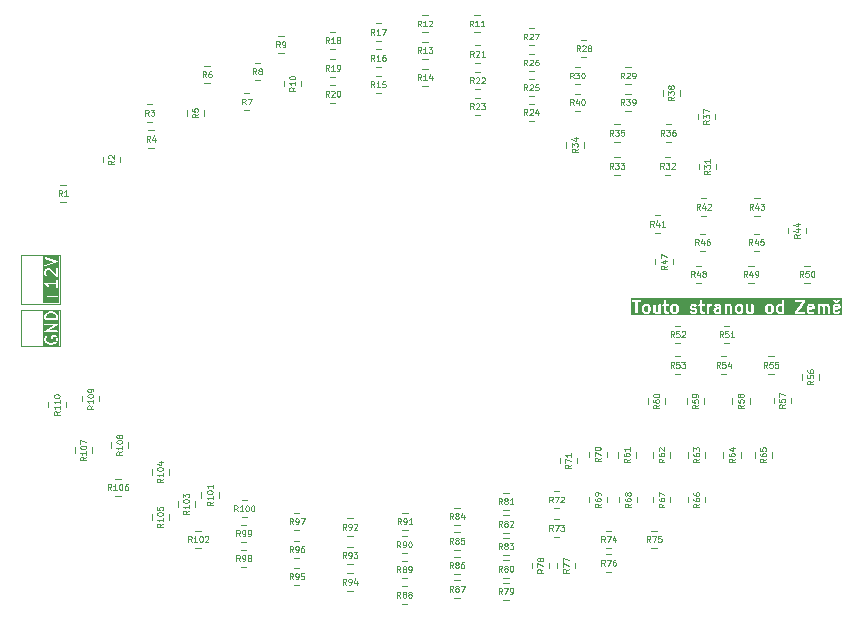
<source format=gto>
G04 #@! TF.GenerationSoftware,KiCad,Pcbnew,9.0.2-9.0.2-0~ubuntu24.10.1*
G04 #@! TF.CreationDate,2025-05-11T12:44:47+02:00*
G04 #@! TF.ProjectId,vyhrivani_sekundar,76796872-6976-4616-9e69-5f73656b756e,rev?*
G04 #@! TF.SameCoordinates,Original*
G04 #@! TF.FileFunction,Legend,Top*
G04 #@! TF.FilePolarity,Positive*
%FSLAX46Y46*%
G04 Gerber Fmt 4.6, Leading zero omitted, Abs format (unit mm)*
G04 Created by KiCad (PCBNEW 9.0.2-9.0.2-0~ubuntu24.10.1) date 2025-05-11 12:44:47*
%MOMM*%
%LPD*%
G01*
G04 APERTURE LIST*
%ADD10C,0.100000*%
%ADD11C,0.200000*%
%ADD12C,0.080000*%
%ADD13C,0.150000*%
%ADD14C,0.120000*%
G04 APERTURE END LIST*
D10*
X40464000Y-63276000D02*
X43712000Y-63276000D01*
X43712000Y-66324000D01*
X40464000Y-66324000D01*
X40464000Y-63276000D01*
X40487100Y-58660600D02*
X43712900Y-58660600D01*
X43712900Y-62750000D01*
X40487100Y-62750000D01*
X40487100Y-58660600D01*
D11*
G36*
X93503294Y-62980357D02*
G01*
X93527963Y-63005025D01*
X93557768Y-63064635D01*
X93557768Y-63303135D01*
X93527963Y-63362743D01*
X93503294Y-63387413D01*
X93443685Y-63417219D01*
X93348042Y-63417219D01*
X93288432Y-63387414D01*
X93263765Y-63362746D01*
X93233959Y-63303134D01*
X93233959Y-63064635D01*
X93263764Y-63005025D01*
X93288432Y-62980356D01*
X93348042Y-62950552D01*
X93443685Y-62950552D01*
X93503294Y-62980357D01*
G37*
G36*
X95884247Y-62980357D02*
G01*
X95908916Y-63005025D01*
X95938721Y-63064635D01*
X95938721Y-63303135D01*
X95908916Y-63362743D01*
X95884247Y-63387413D01*
X95824638Y-63417219D01*
X95728995Y-63417219D01*
X95669385Y-63387414D01*
X95644718Y-63362746D01*
X95614912Y-63303134D01*
X95614912Y-63064635D01*
X95644717Y-63005025D01*
X95669385Y-62980356D01*
X95728995Y-62950552D01*
X95824638Y-62950552D01*
X95884247Y-62980357D01*
G37*
G36*
X99557770Y-63407796D02*
G01*
X99538925Y-63417219D01*
X99348044Y-63417219D01*
X99303734Y-63395064D01*
X99281580Y-63350754D01*
X99281580Y-63302730D01*
X99303735Y-63258420D01*
X99348044Y-63236266D01*
X99557770Y-63236266D01*
X99557770Y-63407796D01*
G37*
G36*
X101360439Y-62980357D02*
G01*
X101385108Y-63005025D01*
X101414913Y-63064635D01*
X101414913Y-63303135D01*
X101385108Y-63362743D01*
X101360439Y-63387413D01*
X101300830Y-63417219D01*
X101205187Y-63417219D01*
X101145577Y-63387414D01*
X101120910Y-63362746D01*
X101091104Y-63303134D01*
X101091104Y-63064635D01*
X101120909Y-63005025D01*
X101145577Y-62980356D01*
X101205187Y-62950552D01*
X101300830Y-62950552D01*
X101360439Y-62980357D01*
G37*
G36*
X103931868Y-62980357D02*
G01*
X103956537Y-63005025D01*
X103986342Y-63064635D01*
X103986342Y-63303135D01*
X103956537Y-63362743D01*
X103931868Y-63387413D01*
X103872259Y-63417219D01*
X103776616Y-63417219D01*
X103717006Y-63387414D01*
X103692339Y-63362746D01*
X103662533Y-63303134D01*
X103662533Y-63064635D01*
X103692338Y-63005025D01*
X103717006Y-62980356D01*
X103776616Y-62950552D01*
X103872259Y-62950552D01*
X103931868Y-62980357D01*
G37*
G36*
X104843485Y-62959974D02*
G01*
X104843485Y-63407796D01*
X104824640Y-63417219D01*
X104681378Y-63417219D01*
X104621768Y-63387414D01*
X104597101Y-63362746D01*
X104567295Y-63303134D01*
X104567295Y-63064635D01*
X104597100Y-63005025D01*
X104621768Y-62980356D01*
X104681378Y-62950552D01*
X104824640Y-62950552D01*
X104843485Y-62959974D01*
G37*
G36*
X107440378Y-62972707D02*
G01*
X107457828Y-63007607D01*
X107186343Y-63061904D01*
X107186343Y-63017016D01*
X107208498Y-62972706D01*
X107252807Y-62950552D01*
X107396069Y-62950552D01*
X107440378Y-62972707D01*
G37*
G36*
X109630854Y-62972707D02*
G01*
X109648304Y-63007607D01*
X109376819Y-63061904D01*
X109376819Y-63017016D01*
X109398974Y-62972706D01*
X109443283Y-62950552D01*
X109586545Y-62950552D01*
X109630854Y-62972707D01*
G37*
G36*
X109964120Y-63728330D02*
G01*
X92067626Y-63728330D01*
X92067626Y-62497710D01*
X92178737Y-62497710D01*
X92178737Y-62536728D01*
X92193669Y-62572776D01*
X92221259Y-62600366D01*
X92257307Y-62615298D01*
X92276816Y-62617219D01*
X92462530Y-62617219D01*
X92462530Y-63517219D01*
X92464451Y-63536728D01*
X92479383Y-63572776D01*
X92506973Y-63600366D01*
X92543021Y-63615298D01*
X92582039Y-63615298D01*
X92618087Y-63600366D01*
X92645677Y-63572776D01*
X92660609Y-63536728D01*
X92662530Y-63517219D01*
X92662530Y-63041028D01*
X93033959Y-63041028D01*
X93033959Y-63326742D01*
X93035880Y-63346251D01*
X93037255Y-63349571D01*
X93037510Y-63353155D01*
X93044516Y-63371463D01*
X93092135Y-63466701D01*
X93097418Y-63475093D01*
X93098430Y-63477537D01*
X93100686Y-63480286D01*
X93102578Y-63483291D01*
X93104572Y-63485020D01*
X93110867Y-63492690D01*
X93158485Y-63540310D01*
X93166153Y-63546603D01*
X93167885Y-63548600D01*
X93170893Y-63550493D01*
X93173639Y-63552747D01*
X93176079Y-63553757D01*
X93184476Y-63559043D01*
X93279713Y-63606662D01*
X93298022Y-63613668D01*
X93301605Y-63613922D01*
X93304926Y-63615298D01*
X93324435Y-63617219D01*
X93467292Y-63617219D01*
X93486801Y-63615298D01*
X93490121Y-63613922D01*
X93493705Y-63613668D01*
X93512013Y-63606662D01*
X93607251Y-63559043D01*
X93615646Y-63553758D01*
X93618088Y-63552747D01*
X93620835Y-63550491D01*
X93623841Y-63548600D01*
X93625571Y-63546605D01*
X93633241Y-63540310D01*
X93680860Y-63492690D01*
X93687152Y-63485023D01*
X93689149Y-63483292D01*
X93691042Y-63480284D01*
X93693297Y-63477537D01*
X93694308Y-63475095D01*
X93699592Y-63466701D01*
X93747211Y-63371464D01*
X93754217Y-63353155D01*
X93754471Y-63349571D01*
X93755847Y-63346251D01*
X93757768Y-63326742D01*
X93757768Y-63041028D01*
X93755847Y-63021519D01*
X93754471Y-63018198D01*
X93754217Y-63014615D01*
X93747211Y-62996306D01*
X93699592Y-62901069D01*
X93694306Y-62892672D01*
X93693296Y-62890232D01*
X93691042Y-62887486D01*
X93689149Y-62884478D01*
X93687151Y-62882745D01*
X93680859Y-62875079D01*
X93656333Y-62850552D01*
X93986340Y-62850552D01*
X93986340Y-63374361D01*
X93988261Y-63393870D01*
X93989636Y-63397190D01*
X93989891Y-63400773D01*
X93996897Y-63419082D01*
X94044516Y-63514321D01*
X94046569Y-63517584D01*
X94047083Y-63519123D01*
X94048745Y-63521039D01*
X94054959Y-63530911D01*
X94064430Y-63539125D01*
X94072647Y-63548600D01*
X94082517Y-63554812D01*
X94084435Y-63556476D01*
X94085975Y-63556989D01*
X94089238Y-63559043D01*
X94184475Y-63606662D01*
X94202784Y-63613668D01*
X94206367Y-63613922D01*
X94209688Y-63615298D01*
X94229197Y-63617219D01*
X94372054Y-63617219D01*
X94391563Y-63615298D01*
X94394883Y-63613922D01*
X94398467Y-63613668D01*
X94416775Y-63606662D01*
X94449358Y-63590370D01*
X94459354Y-63600366D01*
X94495402Y-63615298D01*
X94534420Y-63615298D01*
X94570468Y-63600366D01*
X94598058Y-63572776D01*
X94612990Y-63536728D01*
X94614911Y-63517219D01*
X94614911Y-62850552D01*
X94612990Y-62831043D01*
X94750166Y-62831043D01*
X94750166Y-62870061D01*
X94765098Y-62906109D01*
X94792688Y-62933699D01*
X94828736Y-62948631D01*
X94848245Y-62950552D01*
X94891102Y-62950552D01*
X94891102Y-63374361D01*
X94893023Y-63393870D01*
X94894398Y-63397190D01*
X94894653Y-63400773D01*
X94901659Y-63419082D01*
X94949278Y-63514321D01*
X94951331Y-63517584D01*
X94951845Y-63519123D01*
X94953507Y-63521039D01*
X94959721Y-63530911D01*
X94969192Y-63539125D01*
X94977409Y-63548600D01*
X94987279Y-63554812D01*
X94989197Y-63556476D01*
X94990737Y-63556989D01*
X94994000Y-63559043D01*
X95089237Y-63606662D01*
X95107546Y-63613668D01*
X95111129Y-63613922D01*
X95114450Y-63615298D01*
X95133959Y-63617219D01*
X95229197Y-63617219D01*
X95248706Y-63615298D01*
X95284754Y-63600366D01*
X95312344Y-63572776D01*
X95327276Y-63536728D01*
X95327276Y-63497710D01*
X95312344Y-63461662D01*
X95284754Y-63434072D01*
X95248706Y-63419140D01*
X95229197Y-63417219D01*
X95157566Y-63417219D01*
X95113256Y-63395064D01*
X95091102Y-63350754D01*
X95091102Y-63041028D01*
X95414912Y-63041028D01*
X95414912Y-63326742D01*
X95416833Y-63346251D01*
X95418208Y-63349571D01*
X95418463Y-63353155D01*
X95425469Y-63371463D01*
X95473088Y-63466701D01*
X95478371Y-63475093D01*
X95479383Y-63477537D01*
X95481639Y-63480286D01*
X95483531Y-63483291D01*
X95485525Y-63485020D01*
X95491820Y-63492690D01*
X95539438Y-63540310D01*
X95547106Y-63546603D01*
X95548838Y-63548600D01*
X95551846Y-63550493D01*
X95554592Y-63552747D01*
X95557032Y-63553757D01*
X95565429Y-63559043D01*
X95660666Y-63606662D01*
X95678975Y-63613668D01*
X95682558Y-63613922D01*
X95685879Y-63615298D01*
X95705388Y-63617219D01*
X95848245Y-63617219D01*
X95867754Y-63615298D01*
X95871074Y-63613922D01*
X95874658Y-63613668D01*
X95892966Y-63606662D01*
X95988204Y-63559043D01*
X95996599Y-63553758D01*
X95999041Y-63552747D01*
X96001788Y-63550491D01*
X96004794Y-63548600D01*
X96006524Y-63546605D01*
X96014194Y-63540310D01*
X96061813Y-63492690D01*
X96068105Y-63485023D01*
X96070102Y-63483292D01*
X96071995Y-63480284D01*
X96074250Y-63477537D01*
X96075261Y-63475095D01*
X96080545Y-63466701D01*
X96128164Y-63371464D01*
X96135170Y-63353155D01*
X96135424Y-63349571D01*
X96136800Y-63346251D01*
X96138721Y-63326742D01*
X96138721Y-63041028D01*
X96136800Y-63021519D01*
X96135424Y-63018198D01*
X96135170Y-63014615D01*
X96128164Y-62996306D01*
X96126715Y-62993409D01*
X97081579Y-62993409D01*
X97081579Y-63041028D01*
X97083500Y-63060537D01*
X97084875Y-63063857D01*
X97085130Y-63067441D01*
X97092136Y-63085749D01*
X97139755Y-63180987D01*
X97141808Y-63184250D01*
X97142322Y-63185789D01*
X97143984Y-63187705D01*
X97150198Y-63197577D01*
X97159668Y-63205790D01*
X97167886Y-63215266D01*
X97177759Y-63221480D01*
X97179675Y-63223142D01*
X97181213Y-63223654D01*
X97184477Y-63225709D01*
X97279714Y-63273328D01*
X97298023Y-63280334D01*
X97301606Y-63280588D01*
X97304927Y-63281964D01*
X97324436Y-63283885D01*
X97443686Y-63283885D01*
X97487995Y-63306040D01*
X97510150Y-63350349D01*
X97510150Y-63350754D01*
X97487995Y-63395063D01*
X97443686Y-63417219D01*
X97300424Y-63417219D01*
X97226300Y-63380157D01*
X97207992Y-63373151D01*
X97169072Y-63370385D01*
X97132056Y-63382724D01*
X97102579Y-63408288D01*
X97085130Y-63443187D01*
X97082364Y-63482107D01*
X97094703Y-63519123D01*
X97120267Y-63548600D01*
X97136858Y-63559043D01*
X97232095Y-63606662D01*
X97250404Y-63613668D01*
X97253987Y-63613922D01*
X97257308Y-63615298D01*
X97276817Y-63617219D01*
X97467293Y-63617219D01*
X97486802Y-63615298D01*
X97490122Y-63613922D01*
X97493706Y-63613668D01*
X97512014Y-63606662D01*
X97607252Y-63559043D01*
X97610514Y-63556989D01*
X97612054Y-63556476D01*
X97613970Y-63554813D01*
X97623842Y-63548600D01*
X97632057Y-63539126D01*
X97641531Y-63530911D01*
X97647744Y-63521039D01*
X97649407Y-63519123D01*
X97649919Y-63517584D01*
X97651974Y-63514321D01*
X97699593Y-63419082D01*
X97706599Y-63400774D01*
X97706853Y-63397190D01*
X97708229Y-63393870D01*
X97710150Y-63374361D01*
X97710150Y-63326742D01*
X97708229Y-63307233D01*
X97706853Y-63303912D01*
X97706599Y-63300329D01*
X97699593Y-63282020D01*
X97651974Y-63186783D01*
X97649919Y-63183519D01*
X97649407Y-63181981D01*
X97647745Y-63180065D01*
X97641531Y-63170192D01*
X97632055Y-63161974D01*
X97623842Y-63152504D01*
X97613970Y-63146290D01*
X97612054Y-63144628D01*
X97610515Y-63144114D01*
X97607252Y-63142061D01*
X97512014Y-63094442D01*
X97493706Y-63087436D01*
X97490122Y-63087181D01*
X97486802Y-63085806D01*
X97467293Y-63083885D01*
X97348043Y-63083885D01*
X97303734Y-63061730D01*
X97281579Y-63017420D01*
X97281579Y-63017016D01*
X97303734Y-62972706D01*
X97348043Y-62950552D01*
X97443686Y-62950552D01*
X97517809Y-62987614D01*
X97536118Y-62994620D01*
X97575038Y-62997386D01*
X97612054Y-62985047D01*
X97641531Y-62959482D01*
X97658980Y-62924584D01*
X97661745Y-62885664D01*
X97649407Y-62848648D01*
X97634138Y-62831043D01*
X97797786Y-62831043D01*
X97797786Y-62870061D01*
X97812718Y-62906109D01*
X97840308Y-62933699D01*
X97876356Y-62948631D01*
X97895865Y-62950552D01*
X97938722Y-62950552D01*
X97938722Y-63374361D01*
X97940643Y-63393870D01*
X97942018Y-63397190D01*
X97942273Y-63400773D01*
X97949279Y-63419082D01*
X97996898Y-63514321D01*
X97998951Y-63517584D01*
X97999465Y-63519123D01*
X98001127Y-63521039D01*
X98007341Y-63530911D01*
X98016812Y-63539125D01*
X98025029Y-63548600D01*
X98034899Y-63554812D01*
X98036817Y-63556476D01*
X98038357Y-63556989D01*
X98041620Y-63559043D01*
X98136857Y-63606662D01*
X98155166Y-63613668D01*
X98158749Y-63613922D01*
X98162070Y-63615298D01*
X98181579Y-63617219D01*
X98276817Y-63617219D01*
X98296326Y-63615298D01*
X98332374Y-63600366D01*
X98359964Y-63572776D01*
X98374896Y-63536728D01*
X98374896Y-63497710D01*
X98359964Y-63461662D01*
X98332374Y-63434072D01*
X98296326Y-63419140D01*
X98276817Y-63417219D01*
X98205186Y-63417219D01*
X98160876Y-63395064D01*
X98138722Y-63350754D01*
X98138722Y-62950552D01*
X98276817Y-62950552D01*
X98296326Y-62948631D01*
X98332374Y-62933699D01*
X98359964Y-62906109D01*
X98374896Y-62870061D01*
X98374896Y-62850552D01*
X98510151Y-62850552D01*
X98510151Y-63517219D01*
X98512072Y-63536728D01*
X98527004Y-63572776D01*
X98554594Y-63600366D01*
X98590642Y-63615298D01*
X98629660Y-63615298D01*
X98665708Y-63600366D01*
X98693298Y-63572776D01*
X98708230Y-63536728D01*
X98710151Y-63517219D01*
X98710151Y-63279123D01*
X99081580Y-63279123D01*
X99081580Y-63374361D01*
X99083501Y-63393870D01*
X99084876Y-63397190D01*
X99085131Y-63400773D01*
X99092137Y-63419082D01*
X99139756Y-63514321D01*
X99141809Y-63517584D01*
X99142323Y-63519123D01*
X99143985Y-63521039D01*
X99150199Y-63530911D01*
X99159670Y-63539125D01*
X99167887Y-63548600D01*
X99177757Y-63554812D01*
X99179675Y-63556476D01*
X99181215Y-63556989D01*
X99184478Y-63559043D01*
X99279715Y-63606662D01*
X99298024Y-63613668D01*
X99301607Y-63613922D01*
X99304928Y-63615298D01*
X99324437Y-63617219D01*
X99562532Y-63617219D01*
X99582041Y-63615298D01*
X99585361Y-63613922D01*
X99588945Y-63613668D01*
X99607253Y-63606662D01*
X99611856Y-63604360D01*
X99638261Y-63615298D01*
X99677279Y-63615298D01*
X99713327Y-63600366D01*
X99740917Y-63572776D01*
X99755849Y-63536728D01*
X99757770Y-63517219D01*
X99757770Y-62993409D01*
X99755849Y-62973900D01*
X99754473Y-62970579D01*
X99754219Y-62966996D01*
X99747213Y-62948687D01*
X99699594Y-62853450D01*
X99697769Y-62850552D01*
X100033961Y-62850552D01*
X100033961Y-63517219D01*
X100035882Y-63536728D01*
X100050814Y-63572776D01*
X100078404Y-63600366D01*
X100114452Y-63615298D01*
X100153470Y-63615298D01*
X100189518Y-63600366D01*
X100217108Y-63572776D01*
X100232040Y-63536728D01*
X100233961Y-63517219D01*
X100233961Y-62987211D01*
X100240815Y-62980356D01*
X100300425Y-62950552D01*
X100396068Y-62950552D01*
X100440377Y-62972707D01*
X100462532Y-63017016D01*
X100462532Y-63517219D01*
X100464453Y-63536728D01*
X100479385Y-63572776D01*
X100506975Y-63600366D01*
X100543023Y-63615298D01*
X100582041Y-63615298D01*
X100618089Y-63600366D01*
X100645679Y-63572776D01*
X100660611Y-63536728D01*
X100662532Y-63517219D01*
X100662532Y-63041028D01*
X100891104Y-63041028D01*
X100891104Y-63326742D01*
X100893025Y-63346251D01*
X100894400Y-63349571D01*
X100894655Y-63353155D01*
X100901661Y-63371463D01*
X100949280Y-63466701D01*
X100954563Y-63475093D01*
X100955575Y-63477537D01*
X100957831Y-63480286D01*
X100959723Y-63483291D01*
X100961717Y-63485020D01*
X100968012Y-63492690D01*
X101015630Y-63540310D01*
X101023298Y-63546603D01*
X101025030Y-63548600D01*
X101028038Y-63550493D01*
X101030784Y-63552747D01*
X101033224Y-63553757D01*
X101041621Y-63559043D01*
X101136858Y-63606662D01*
X101155167Y-63613668D01*
X101158750Y-63613922D01*
X101162071Y-63615298D01*
X101181580Y-63617219D01*
X101324437Y-63617219D01*
X101343946Y-63615298D01*
X101347266Y-63613922D01*
X101350850Y-63613668D01*
X101369158Y-63606662D01*
X101464396Y-63559043D01*
X101472791Y-63553758D01*
X101475233Y-63552747D01*
X101477980Y-63550491D01*
X101480986Y-63548600D01*
X101482716Y-63546605D01*
X101490386Y-63540310D01*
X101538005Y-63492690D01*
X101544297Y-63485023D01*
X101546294Y-63483292D01*
X101548187Y-63480284D01*
X101550442Y-63477537D01*
X101551453Y-63475095D01*
X101556737Y-63466701D01*
X101604356Y-63371464D01*
X101611362Y-63353155D01*
X101611616Y-63349571D01*
X101612992Y-63346251D01*
X101614913Y-63326742D01*
X101614913Y-63041028D01*
X101612992Y-63021519D01*
X101611616Y-63018198D01*
X101611362Y-63014615D01*
X101604356Y-62996306D01*
X101556737Y-62901069D01*
X101551451Y-62892672D01*
X101550441Y-62890232D01*
X101548187Y-62887486D01*
X101546294Y-62884478D01*
X101544296Y-62882745D01*
X101538004Y-62875079D01*
X101513478Y-62850552D01*
X101843485Y-62850552D01*
X101843485Y-63374361D01*
X101845406Y-63393870D01*
X101846781Y-63397190D01*
X101847036Y-63400773D01*
X101854042Y-63419082D01*
X101901661Y-63514321D01*
X101903714Y-63517584D01*
X101904228Y-63519123D01*
X101905890Y-63521039D01*
X101912104Y-63530911D01*
X101921575Y-63539125D01*
X101929792Y-63548600D01*
X101939662Y-63554812D01*
X101941580Y-63556476D01*
X101943120Y-63556989D01*
X101946383Y-63559043D01*
X102041620Y-63606662D01*
X102059929Y-63613668D01*
X102063512Y-63613922D01*
X102066833Y-63615298D01*
X102086342Y-63617219D01*
X102229199Y-63617219D01*
X102248708Y-63615298D01*
X102252028Y-63613922D01*
X102255612Y-63613668D01*
X102273920Y-63606662D01*
X102306503Y-63590370D01*
X102316499Y-63600366D01*
X102352547Y-63615298D01*
X102391565Y-63615298D01*
X102427613Y-63600366D01*
X102455203Y-63572776D01*
X102470135Y-63536728D01*
X102472056Y-63517219D01*
X102472056Y-63041028D01*
X103462533Y-63041028D01*
X103462533Y-63326742D01*
X103464454Y-63346251D01*
X103465829Y-63349571D01*
X103466084Y-63353155D01*
X103473090Y-63371463D01*
X103520709Y-63466701D01*
X103525992Y-63475093D01*
X103527004Y-63477537D01*
X103529260Y-63480286D01*
X103531152Y-63483291D01*
X103533146Y-63485020D01*
X103539441Y-63492690D01*
X103587059Y-63540310D01*
X103594727Y-63546603D01*
X103596459Y-63548600D01*
X103599467Y-63550493D01*
X103602213Y-63552747D01*
X103604653Y-63553757D01*
X103613050Y-63559043D01*
X103708287Y-63606662D01*
X103726596Y-63613668D01*
X103730179Y-63613922D01*
X103733500Y-63615298D01*
X103753009Y-63617219D01*
X103895866Y-63617219D01*
X103915375Y-63615298D01*
X103918695Y-63613922D01*
X103922279Y-63613668D01*
X103940587Y-63606662D01*
X104035825Y-63559043D01*
X104044220Y-63553758D01*
X104046662Y-63552747D01*
X104049409Y-63550491D01*
X104052415Y-63548600D01*
X104054145Y-63546605D01*
X104061815Y-63540310D01*
X104109434Y-63492690D01*
X104115726Y-63485023D01*
X104117723Y-63483292D01*
X104119616Y-63480284D01*
X104121871Y-63477537D01*
X104122882Y-63475095D01*
X104128166Y-63466701D01*
X104175785Y-63371464D01*
X104182791Y-63353155D01*
X104183045Y-63349571D01*
X104184421Y-63346251D01*
X104186342Y-63326742D01*
X104186342Y-63041028D01*
X104367295Y-63041028D01*
X104367295Y-63326742D01*
X104369216Y-63346251D01*
X104370591Y-63349571D01*
X104370846Y-63353155D01*
X104377852Y-63371463D01*
X104425471Y-63466701D01*
X104430754Y-63475093D01*
X104431766Y-63477537D01*
X104434022Y-63480286D01*
X104435914Y-63483291D01*
X104437908Y-63485020D01*
X104444203Y-63492690D01*
X104491821Y-63540310D01*
X104499489Y-63546603D01*
X104501221Y-63548600D01*
X104504229Y-63550493D01*
X104506975Y-63552747D01*
X104509415Y-63553757D01*
X104517812Y-63559043D01*
X104613049Y-63606662D01*
X104631358Y-63613668D01*
X104634941Y-63613922D01*
X104638262Y-63615298D01*
X104657771Y-63617219D01*
X104848247Y-63617219D01*
X104867756Y-63615298D01*
X104871076Y-63613922D01*
X104874660Y-63613668D01*
X104892968Y-63606662D01*
X104897571Y-63604360D01*
X104923976Y-63615298D01*
X104962994Y-63615298D01*
X104999042Y-63600366D01*
X105026632Y-63572776D01*
X105041564Y-63536728D01*
X105043475Y-63517324D01*
X105986343Y-63517324D01*
X105988264Y-63526929D01*
X105988264Y-63536728D01*
X105992053Y-63545876D01*
X105993995Y-63555584D01*
X105999446Y-63563724D01*
X106003196Y-63572776D01*
X106010195Y-63579775D01*
X106015706Y-63588004D01*
X106023859Y-63593439D01*
X106030786Y-63600366D01*
X106039932Y-63604154D01*
X106048171Y-63609647D01*
X106057781Y-63611548D01*
X106066834Y-63615298D01*
X106086343Y-63617219D01*
X106086448Y-63617219D01*
X106753009Y-63617219D01*
X106772518Y-63615298D01*
X106808566Y-63600366D01*
X106836156Y-63572776D01*
X106851088Y-63536728D01*
X106851088Y-63497710D01*
X106836156Y-63461662D01*
X106808566Y-63434072D01*
X106772518Y-63419140D01*
X106753009Y-63417219D01*
X106273195Y-63417219D01*
X106555734Y-62993409D01*
X106986343Y-62993409D01*
X106986343Y-63374361D01*
X106988264Y-63393870D01*
X106989639Y-63397190D01*
X106989894Y-63400773D01*
X106996900Y-63419082D01*
X107044519Y-63514321D01*
X107046572Y-63517584D01*
X107047086Y-63519123D01*
X107048748Y-63521039D01*
X107054962Y-63530911D01*
X107064433Y-63539125D01*
X107072650Y-63548600D01*
X107082520Y-63554812D01*
X107084438Y-63556476D01*
X107085978Y-63556989D01*
X107089241Y-63559043D01*
X107184478Y-63606662D01*
X107202787Y-63613668D01*
X107206370Y-63613922D01*
X107209691Y-63615298D01*
X107229200Y-63617219D01*
X107419676Y-63617219D01*
X107439185Y-63615298D01*
X107442505Y-63613922D01*
X107446089Y-63613668D01*
X107464397Y-63606662D01*
X107559635Y-63559043D01*
X107576225Y-63548600D01*
X107601790Y-63519123D01*
X107614128Y-63482107D01*
X107611363Y-63443187D01*
X107593914Y-63408289D01*
X107564437Y-63382724D01*
X107527421Y-63370385D01*
X107488501Y-63373151D01*
X107470192Y-63380157D01*
X107396069Y-63417219D01*
X107252807Y-63417219D01*
X107208497Y-63395064D01*
X107186343Y-63350754D01*
X107186343Y-63265865D01*
X107582039Y-63186726D01*
X107582042Y-63186726D01*
X107582044Y-63186724D01*
X107582144Y-63186705D01*
X107600898Y-63180995D01*
X107609038Y-63175543D01*
X107618090Y-63171794D01*
X107625091Y-63164792D01*
X107633317Y-63159284D01*
X107638751Y-63151132D01*
X107645680Y-63144204D01*
X107649470Y-63135055D01*
X107654961Y-63126819D01*
X107656862Y-63117208D01*
X107660612Y-63108156D01*
X107662533Y-63088647D01*
X107662533Y-62993409D01*
X107660612Y-62973900D01*
X107659236Y-62970579D01*
X107658982Y-62966996D01*
X107651976Y-62948687D01*
X107604357Y-62853450D01*
X107602532Y-62850552D01*
X107891105Y-62850552D01*
X107891105Y-63517219D01*
X107893026Y-63536728D01*
X107907958Y-63572776D01*
X107935548Y-63600366D01*
X107971596Y-63615298D01*
X108010614Y-63615298D01*
X108046662Y-63600366D01*
X108074252Y-63572776D01*
X108089184Y-63536728D01*
X108091105Y-63517219D01*
X108091105Y-62987211D01*
X108097959Y-62980356D01*
X108157569Y-62950552D01*
X108253212Y-62950552D01*
X108297521Y-62972707D01*
X108319676Y-63017016D01*
X108319676Y-63517219D01*
X108321597Y-63536728D01*
X108336529Y-63572776D01*
X108364119Y-63600366D01*
X108400167Y-63615298D01*
X108439185Y-63615298D01*
X108475233Y-63600366D01*
X108502823Y-63572776D01*
X108517755Y-63536728D01*
X108519676Y-63517219D01*
X108519676Y-63017016D01*
X108541831Y-62972706D01*
X108586140Y-62950552D01*
X108681783Y-62950552D01*
X108726093Y-62972706D01*
X108748248Y-63017016D01*
X108748248Y-63517219D01*
X108750169Y-63536728D01*
X108765101Y-63572776D01*
X108792691Y-63600366D01*
X108828739Y-63615298D01*
X108867757Y-63615298D01*
X108903805Y-63600366D01*
X108931395Y-63572776D01*
X108946327Y-63536728D01*
X108948248Y-63517219D01*
X108948248Y-62993409D01*
X109176819Y-62993409D01*
X109176819Y-63374361D01*
X109178740Y-63393870D01*
X109180115Y-63397190D01*
X109180370Y-63400773D01*
X109187376Y-63419082D01*
X109234995Y-63514321D01*
X109237048Y-63517584D01*
X109237562Y-63519123D01*
X109239224Y-63521039D01*
X109245438Y-63530911D01*
X109254909Y-63539125D01*
X109263126Y-63548600D01*
X109272996Y-63554812D01*
X109274914Y-63556476D01*
X109276454Y-63556989D01*
X109279717Y-63559043D01*
X109374954Y-63606662D01*
X109393263Y-63613668D01*
X109396846Y-63613922D01*
X109400167Y-63615298D01*
X109419676Y-63617219D01*
X109610152Y-63617219D01*
X109629661Y-63615298D01*
X109632981Y-63613922D01*
X109636565Y-63613668D01*
X109654873Y-63606662D01*
X109750111Y-63559043D01*
X109766701Y-63548600D01*
X109792266Y-63519123D01*
X109804604Y-63482107D01*
X109801839Y-63443187D01*
X109784390Y-63408289D01*
X109754913Y-63382724D01*
X109717897Y-63370385D01*
X109678977Y-63373151D01*
X109660668Y-63380157D01*
X109586545Y-63417219D01*
X109443283Y-63417219D01*
X109398973Y-63395064D01*
X109376819Y-63350754D01*
X109376819Y-63265865D01*
X109772515Y-63186726D01*
X109772518Y-63186726D01*
X109772520Y-63186724D01*
X109772620Y-63186705D01*
X109791374Y-63180995D01*
X109799514Y-63175543D01*
X109808566Y-63171794D01*
X109815567Y-63164792D01*
X109823793Y-63159284D01*
X109829227Y-63151132D01*
X109836156Y-63144204D01*
X109839946Y-63135055D01*
X109845437Y-63126819D01*
X109847338Y-63117208D01*
X109851088Y-63108156D01*
X109853009Y-63088647D01*
X109853009Y-62993409D01*
X109851088Y-62973900D01*
X109849712Y-62970579D01*
X109849458Y-62966996D01*
X109842452Y-62948687D01*
X109794833Y-62853450D01*
X109792778Y-62850186D01*
X109792266Y-62848648D01*
X109790604Y-62846732D01*
X109784390Y-62836859D01*
X109774914Y-62828641D01*
X109766701Y-62819171D01*
X109756829Y-62812957D01*
X109754913Y-62811295D01*
X109753374Y-62810781D01*
X109750111Y-62808728D01*
X109654873Y-62761109D01*
X109636565Y-62754103D01*
X109632981Y-62753848D01*
X109629661Y-62752473D01*
X109610152Y-62750552D01*
X109419676Y-62750552D01*
X109400167Y-62752473D01*
X109396846Y-62753848D01*
X109393263Y-62754103D01*
X109374954Y-62761109D01*
X109279717Y-62808728D01*
X109276453Y-62810782D01*
X109274915Y-62811295D01*
X109272999Y-62812956D01*
X109263126Y-62819171D01*
X109254908Y-62828646D01*
X109245438Y-62836860D01*
X109239224Y-62846731D01*
X109237562Y-62848648D01*
X109237048Y-62850186D01*
X109234995Y-62853450D01*
X109187376Y-62948688D01*
X109180370Y-62966996D01*
X109180115Y-62970579D01*
X109178740Y-62973900D01*
X109176819Y-62993409D01*
X108948248Y-62993409D01*
X108946327Y-62973900D01*
X108944951Y-62970579D01*
X108944697Y-62966996D01*
X108937691Y-62948687D01*
X108890072Y-62853450D01*
X108888018Y-62850187D01*
X108887505Y-62848647D01*
X108885841Y-62846729D01*
X108879629Y-62836859D01*
X108870154Y-62828642D01*
X108861940Y-62819171D01*
X108852068Y-62812957D01*
X108850152Y-62811295D01*
X108848613Y-62810781D01*
X108845350Y-62808728D01*
X108750111Y-62761109D01*
X108731802Y-62754103D01*
X108728219Y-62753848D01*
X108724899Y-62752473D01*
X108705390Y-62750552D01*
X108562533Y-62750552D01*
X108543024Y-62752473D01*
X108539703Y-62753848D01*
X108536120Y-62754103D01*
X108517811Y-62761109D01*
X108422574Y-62808728D01*
X108419675Y-62810552D01*
X108416778Y-62808728D01*
X108321540Y-62761109D01*
X108303232Y-62754103D01*
X108299648Y-62753848D01*
X108296328Y-62752473D01*
X108276819Y-62750552D01*
X108133962Y-62750552D01*
X108114453Y-62752473D01*
X108111132Y-62753848D01*
X108107549Y-62754103D01*
X108089240Y-62761109D01*
X108056657Y-62777400D01*
X108046662Y-62767405D01*
X108010614Y-62752473D01*
X107971596Y-62752473D01*
X107935548Y-62767405D01*
X107907958Y-62794995D01*
X107893026Y-62831043D01*
X107891105Y-62850552D01*
X107602532Y-62850552D01*
X107602302Y-62850186D01*
X107601790Y-62848648D01*
X107600128Y-62846732D01*
X107593914Y-62836859D01*
X107584438Y-62828641D01*
X107576225Y-62819171D01*
X107566353Y-62812957D01*
X107564437Y-62811295D01*
X107562898Y-62810781D01*
X107559635Y-62808728D01*
X107464397Y-62761109D01*
X107446089Y-62754103D01*
X107442505Y-62753848D01*
X107439185Y-62752473D01*
X107419676Y-62750552D01*
X107229200Y-62750552D01*
X107209691Y-62752473D01*
X107206370Y-62753848D01*
X107202787Y-62754103D01*
X107184478Y-62761109D01*
X107089241Y-62808728D01*
X107085977Y-62810782D01*
X107084439Y-62811295D01*
X107082523Y-62812956D01*
X107072650Y-62819171D01*
X107064432Y-62828646D01*
X107054962Y-62836860D01*
X107048748Y-62846731D01*
X107047086Y-62848648D01*
X107046572Y-62850186D01*
X107044519Y-62853450D01*
X106996900Y-62948688D01*
X106989894Y-62966996D01*
X106989639Y-62970579D01*
X106988264Y-62973900D01*
X106986343Y-62993409D01*
X106555734Y-62993409D01*
X106836214Y-62572689D01*
X106845437Y-62555391D01*
X106847338Y-62545780D01*
X106851088Y-62536728D01*
X106851088Y-62526824D01*
X106853009Y-62517114D01*
X106851088Y-62507509D01*
X106851088Y-62497710D01*
X106847298Y-62488561D01*
X106845357Y-62478854D01*
X106839905Y-62470713D01*
X106837189Y-62464157D01*
X109224586Y-62464157D01*
X109230104Y-62502783D01*
X109249983Y-62536358D01*
X109264438Y-62549600D01*
X109454914Y-62692457D01*
X109471674Y-62702626D01*
X109477001Y-62703990D01*
X109481731Y-62706791D01*
X109495748Y-62708793D01*
X109509471Y-62712309D01*
X109514914Y-62711531D01*
X109520357Y-62712309D01*
X109534079Y-62708793D01*
X109548097Y-62706791D01*
X109552826Y-62703990D01*
X109558154Y-62702626D01*
X109574914Y-62692457D01*
X109765390Y-62549600D01*
X109779845Y-62536358D01*
X109799724Y-62502783D01*
X109805242Y-62464157D01*
X109795559Y-62426360D01*
X109772148Y-62395145D01*
X109738573Y-62375266D01*
X109699947Y-62369748D01*
X109662150Y-62379431D01*
X109645390Y-62389600D01*
X109514914Y-62487457D01*
X109384438Y-62389600D01*
X109367678Y-62379431D01*
X109329881Y-62369748D01*
X109291255Y-62375266D01*
X109257680Y-62395145D01*
X109234269Y-62426360D01*
X109224586Y-62464157D01*
X106837189Y-62464157D01*
X106836156Y-62461662D01*
X106829156Y-62454662D01*
X106823646Y-62446434D01*
X106815492Y-62440998D01*
X106808566Y-62434072D01*
X106799419Y-62430283D01*
X106791181Y-62424791D01*
X106781570Y-62422889D01*
X106772518Y-62419140D01*
X106753009Y-62417219D01*
X106086343Y-62417219D01*
X106066834Y-62419140D01*
X106030786Y-62434072D01*
X106003196Y-62461662D01*
X105988264Y-62497710D01*
X105988264Y-62536728D01*
X106003196Y-62572776D01*
X106030786Y-62600366D01*
X106066834Y-62615298D01*
X106086343Y-62617219D01*
X106566157Y-62617219D01*
X106003138Y-63461749D01*
X105993915Y-63479047D01*
X105992013Y-63488657D01*
X105988264Y-63497710D01*
X105988264Y-63507613D01*
X105986343Y-63517324D01*
X105043475Y-63517324D01*
X105043485Y-63517219D01*
X105043485Y-62517219D01*
X105041564Y-62497710D01*
X105026632Y-62461662D01*
X104999042Y-62434072D01*
X104962994Y-62419140D01*
X104923976Y-62419140D01*
X104887928Y-62434072D01*
X104860338Y-62461662D01*
X104845406Y-62497710D01*
X104843485Y-62517219D01*
X104843485Y-62750552D01*
X104657771Y-62750552D01*
X104638262Y-62752473D01*
X104634941Y-62753848D01*
X104631358Y-62754103D01*
X104613049Y-62761109D01*
X104517812Y-62808728D01*
X104509415Y-62814013D01*
X104506975Y-62815024D01*
X104504229Y-62817277D01*
X104501221Y-62819171D01*
X104499488Y-62821168D01*
X104491822Y-62827461D01*
X104444203Y-62875079D01*
X104437908Y-62882749D01*
X104435914Y-62884479D01*
X104434020Y-62887486D01*
X104431767Y-62890233D01*
X104430756Y-62892672D01*
X104425471Y-62901069D01*
X104377852Y-62996307D01*
X104370846Y-63014615D01*
X104370591Y-63018198D01*
X104369216Y-63021519D01*
X104367295Y-63041028D01*
X104186342Y-63041028D01*
X104184421Y-63021519D01*
X104183045Y-63018198D01*
X104182791Y-63014615D01*
X104175785Y-62996306D01*
X104128166Y-62901069D01*
X104122880Y-62892672D01*
X104121870Y-62890232D01*
X104119616Y-62887486D01*
X104117723Y-62884478D01*
X104115725Y-62882745D01*
X104109433Y-62875079D01*
X104061815Y-62827460D01*
X104054144Y-62821165D01*
X104052415Y-62819171D01*
X104049407Y-62817277D01*
X104046661Y-62815024D01*
X104044221Y-62814013D01*
X104035825Y-62808728D01*
X103940587Y-62761109D01*
X103922279Y-62754103D01*
X103918695Y-62753848D01*
X103915375Y-62752473D01*
X103895866Y-62750552D01*
X103753009Y-62750552D01*
X103733500Y-62752473D01*
X103730179Y-62753848D01*
X103726596Y-62754103D01*
X103708287Y-62761109D01*
X103613050Y-62808728D01*
X103604653Y-62814013D01*
X103602213Y-62815024D01*
X103599467Y-62817277D01*
X103596459Y-62819171D01*
X103594726Y-62821168D01*
X103587060Y-62827461D01*
X103539441Y-62875079D01*
X103533146Y-62882749D01*
X103531152Y-62884479D01*
X103529258Y-62887486D01*
X103527005Y-62890233D01*
X103525994Y-62892672D01*
X103520709Y-62901069D01*
X103473090Y-62996307D01*
X103466084Y-63014615D01*
X103465829Y-63018198D01*
X103464454Y-63021519D01*
X103462533Y-63041028D01*
X102472056Y-63041028D01*
X102472056Y-62850552D01*
X102470135Y-62831043D01*
X102455203Y-62794995D01*
X102427613Y-62767405D01*
X102391565Y-62752473D01*
X102352547Y-62752473D01*
X102316499Y-62767405D01*
X102288909Y-62794995D01*
X102273977Y-62831043D01*
X102272056Y-62850552D01*
X102272056Y-63380559D01*
X102265201Y-63387413D01*
X102205592Y-63417219D01*
X102109949Y-63417219D01*
X102065639Y-63395064D01*
X102043485Y-63350754D01*
X102043485Y-62850552D01*
X102041564Y-62831043D01*
X102026632Y-62794995D01*
X101999042Y-62767405D01*
X101962994Y-62752473D01*
X101923976Y-62752473D01*
X101887928Y-62767405D01*
X101860338Y-62794995D01*
X101845406Y-62831043D01*
X101843485Y-62850552D01*
X101513478Y-62850552D01*
X101490386Y-62827460D01*
X101482715Y-62821165D01*
X101480986Y-62819171D01*
X101477978Y-62817277D01*
X101475232Y-62815024D01*
X101472792Y-62814013D01*
X101464396Y-62808728D01*
X101369158Y-62761109D01*
X101350850Y-62754103D01*
X101347266Y-62753848D01*
X101343946Y-62752473D01*
X101324437Y-62750552D01*
X101181580Y-62750552D01*
X101162071Y-62752473D01*
X101158750Y-62753848D01*
X101155167Y-62754103D01*
X101136858Y-62761109D01*
X101041621Y-62808728D01*
X101033224Y-62814013D01*
X101030784Y-62815024D01*
X101028038Y-62817277D01*
X101025030Y-62819171D01*
X101023297Y-62821168D01*
X101015631Y-62827461D01*
X100968012Y-62875079D01*
X100961717Y-62882749D01*
X100959723Y-62884479D01*
X100957829Y-62887486D01*
X100955576Y-62890233D01*
X100954565Y-62892672D01*
X100949280Y-62901069D01*
X100901661Y-62996307D01*
X100894655Y-63014615D01*
X100894400Y-63018198D01*
X100893025Y-63021519D01*
X100891104Y-63041028D01*
X100662532Y-63041028D01*
X100662532Y-62993409D01*
X100660611Y-62973900D01*
X100659235Y-62970579D01*
X100658981Y-62966996D01*
X100651975Y-62948687D01*
X100604356Y-62853450D01*
X100602301Y-62850186D01*
X100601789Y-62848648D01*
X100600127Y-62846732D01*
X100593913Y-62836859D01*
X100584437Y-62828641D01*
X100576224Y-62819171D01*
X100566352Y-62812957D01*
X100564436Y-62811295D01*
X100562897Y-62810781D01*
X100559634Y-62808728D01*
X100464396Y-62761109D01*
X100446088Y-62754103D01*
X100442504Y-62753848D01*
X100439184Y-62752473D01*
X100419675Y-62750552D01*
X100276818Y-62750552D01*
X100257309Y-62752473D01*
X100253988Y-62753848D01*
X100250405Y-62754103D01*
X100232096Y-62761109D01*
X100199513Y-62777400D01*
X100189518Y-62767405D01*
X100153470Y-62752473D01*
X100114452Y-62752473D01*
X100078404Y-62767405D01*
X100050814Y-62794995D01*
X100035882Y-62831043D01*
X100033961Y-62850552D01*
X99697769Y-62850552D01*
X99697539Y-62850186D01*
X99697027Y-62848648D01*
X99695365Y-62846732D01*
X99689151Y-62836859D01*
X99679675Y-62828641D01*
X99671462Y-62819171D01*
X99661590Y-62812957D01*
X99659674Y-62811295D01*
X99658135Y-62810781D01*
X99654872Y-62808728D01*
X99559634Y-62761109D01*
X99541326Y-62754103D01*
X99537742Y-62753848D01*
X99534422Y-62752473D01*
X99514913Y-62750552D01*
X99324437Y-62750552D01*
X99304928Y-62752473D01*
X99301607Y-62753848D01*
X99298024Y-62754103D01*
X99279715Y-62761109D01*
X99184478Y-62808728D01*
X99167887Y-62819171D01*
X99142323Y-62848648D01*
X99129984Y-62885664D01*
X99132750Y-62924584D01*
X99150199Y-62959483D01*
X99179676Y-62985047D01*
X99216692Y-62997386D01*
X99255612Y-62994620D01*
X99273920Y-62987614D01*
X99348044Y-62950552D01*
X99491306Y-62950552D01*
X99535615Y-62972707D01*
X99557770Y-63017016D01*
X99557770Y-63026843D01*
X99538925Y-63036266D01*
X99324437Y-63036266D01*
X99304928Y-63038187D01*
X99301607Y-63039562D01*
X99298024Y-63039817D01*
X99279715Y-63046823D01*
X99184478Y-63094442D01*
X99181214Y-63096496D01*
X99179676Y-63097009D01*
X99177760Y-63098670D01*
X99167887Y-63104885D01*
X99159669Y-63114360D01*
X99150199Y-63122574D01*
X99143985Y-63132445D01*
X99142323Y-63134362D01*
X99141809Y-63135900D01*
X99139756Y-63139164D01*
X99092137Y-63234402D01*
X99085131Y-63252710D01*
X99084876Y-63256293D01*
X99083501Y-63259614D01*
X99081580Y-63279123D01*
X98710151Y-63279123D01*
X98710151Y-63064635D01*
X98739956Y-63005025D01*
X98764624Y-62980356D01*
X98824234Y-62950552D01*
X98895865Y-62950552D01*
X98915374Y-62948631D01*
X98951422Y-62933699D01*
X98979012Y-62906109D01*
X98993944Y-62870061D01*
X98993944Y-62831043D01*
X98979012Y-62794995D01*
X98951422Y-62767405D01*
X98915374Y-62752473D01*
X98895865Y-62750552D01*
X98800627Y-62750552D01*
X98781118Y-62752473D01*
X98777797Y-62753848D01*
X98774214Y-62754103D01*
X98755905Y-62761109D01*
X98691576Y-62793273D01*
X98665708Y-62767405D01*
X98629660Y-62752473D01*
X98590642Y-62752473D01*
X98554594Y-62767405D01*
X98527004Y-62794995D01*
X98512072Y-62831043D01*
X98510151Y-62850552D01*
X98374896Y-62850552D01*
X98374896Y-62831043D01*
X98359964Y-62794995D01*
X98332374Y-62767405D01*
X98296326Y-62752473D01*
X98276817Y-62750552D01*
X98138722Y-62750552D01*
X98138722Y-62517219D01*
X98136801Y-62497710D01*
X98121869Y-62461662D01*
X98094279Y-62434072D01*
X98058231Y-62419140D01*
X98019213Y-62419140D01*
X97983165Y-62434072D01*
X97955575Y-62461662D01*
X97940643Y-62497710D01*
X97938722Y-62517219D01*
X97938722Y-62750552D01*
X97895865Y-62750552D01*
X97876356Y-62752473D01*
X97840308Y-62767405D01*
X97812718Y-62794995D01*
X97797786Y-62831043D01*
X97634138Y-62831043D01*
X97623842Y-62819171D01*
X97607252Y-62808728D01*
X97512014Y-62761109D01*
X97493706Y-62754103D01*
X97490122Y-62753848D01*
X97486802Y-62752473D01*
X97467293Y-62750552D01*
X97324436Y-62750552D01*
X97304927Y-62752473D01*
X97301606Y-62753848D01*
X97298023Y-62754103D01*
X97279714Y-62761109D01*
X97184477Y-62808728D01*
X97181213Y-62810782D01*
X97179675Y-62811295D01*
X97177759Y-62812956D01*
X97167886Y-62819171D01*
X97159668Y-62828646D01*
X97150198Y-62836860D01*
X97143984Y-62846731D01*
X97142322Y-62848648D01*
X97141808Y-62850186D01*
X97139755Y-62853450D01*
X97092136Y-62948688D01*
X97085130Y-62966996D01*
X97084875Y-62970579D01*
X97083500Y-62973900D01*
X97081579Y-62993409D01*
X96126715Y-62993409D01*
X96080545Y-62901069D01*
X96075259Y-62892672D01*
X96074249Y-62890232D01*
X96071995Y-62887486D01*
X96070102Y-62884478D01*
X96068104Y-62882745D01*
X96061812Y-62875079D01*
X96014194Y-62827460D01*
X96006523Y-62821165D01*
X96004794Y-62819171D01*
X96001786Y-62817277D01*
X95999040Y-62815024D01*
X95996600Y-62814013D01*
X95988204Y-62808728D01*
X95892966Y-62761109D01*
X95874658Y-62754103D01*
X95871074Y-62753848D01*
X95867754Y-62752473D01*
X95848245Y-62750552D01*
X95705388Y-62750552D01*
X95685879Y-62752473D01*
X95682558Y-62753848D01*
X95678975Y-62754103D01*
X95660666Y-62761109D01*
X95565429Y-62808728D01*
X95557032Y-62814013D01*
X95554592Y-62815024D01*
X95551846Y-62817277D01*
X95548838Y-62819171D01*
X95547105Y-62821168D01*
X95539439Y-62827461D01*
X95491820Y-62875079D01*
X95485525Y-62882749D01*
X95483531Y-62884479D01*
X95481637Y-62887486D01*
X95479384Y-62890233D01*
X95478373Y-62892672D01*
X95473088Y-62901069D01*
X95425469Y-62996307D01*
X95418463Y-63014615D01*
X95418208Y-63018198D01*
X95416833Y-63021519D01*
X95414912Y-63041028D01*
X95091102Y-63041028D01*
X95091102Y-62950552D01*
X95229197Y-62950552D01*
X95248706Y-62948631D01*
X95284754Y-62933699D01*
X95312344Y-62906109D01*
X95327276Y-62870061D01*
X95327276Y-62831043D01*
X95312344Y-62794995D01*
X95284754Y-62767405D01*
X95248706Y-62752473D01*
X95229197Y-62750552D01*
X95091102Y-62750552D01*
X95091102Y-62517219D01*
X95089181Y-62497710D01*
X95074249Y-62461662D01*
X95046659Y-62434072D01*
X95010611Y-62419140D01*
X94971593Y-62419140D01*
X94935545Y-62434072D01*
X94907955Y-62461662D01*
X94893023Y-62497710D01*
X94891102Y-62517219D01*
X94891102Y-62750552D01*
X94848245Y-62750552D01*
X94828736Y-62752473D01*
X94792688Y-62767405D01*
X94765098Y-62794995D01*
X94750166Y-62831043D01*
X94612990Y-62831043D01*
X94598058Y-62794995D01*
X94570468Y-62767405D01*
X94534420Y-62752473D01*
X94495402Y-62752473D01*
X94459354Y-62767405D01*
X94431764Y-62794995D01*
X94416832Y-62831043D01*
X94414911Y-62850552D01*
X94414911Y-63380559D01*
X94408056Y-63387413D01*
X94348447Y-63417219D01*
X94252804Y-63417219D01*
X94208494Y-63395064D01*
X94186340Y-63350754D01*
X94186340Y-62850552D01*
X94184419Y-62831043D01*
X94169487Y-62794995D01*
X94141897Y-62767405D01*
X94105849Y-62752473D01*
X94066831Y-62752473D01*
X94030783Y-62767405D01*
X94003193Y-62794995D01*
X93988261Y-62831043D01*
X93986340Y-62850552D01*
X93656333Y-62850552D01*
X93633241Y-62827460D01*
X93625570Y-62821165D01*
X93623841Y-62819171D01*
X93620833Y-62817277D01*
X93618087Y-62815024D01*
X93615647Y-62814013D01*
X93607251Y-62808728D01*
X93512013Y-62761109D01*
X93493705Y-62754103D01*
X93490121Y-62753848D01*
X93486801Y-62752473D01*
X93467292Y-62750552D01*
X93324435Y-62750552D01*
X93304926Y-62752473D01*
X93301605Y-62753848D01*
X93298022Y-62754103D01*
X93279713Y-62761109D01*
X93184476Y-62808728D01*
X93176079Y-62814013D01*
X93173639Y-62815024D01*
X93170893Y-62817277D01*
X93167885Y-62819171D01*
X93166152Y-62821168D01*
X93158486Y-62827461D01*
X93110867Y-62875079D01*
X93104572Y-62882749D01*
X93102578Y-62884479D01*
X93100684Y-62887486D01*
X93098431Y-62890233D01*
X93097420Y-62892672D01*
X93092135Y-62901069D01*
X93044516Y-62996307D01*
X93037510Y-63014615D01*
X93037255Y-63018198D01*
X93035880Y-63021519D01*
X93033959Y-63041028D01*
X92662530Y-63041028D01*
X92662530Y-62617219D01*
X92848244Y-62617219D01*
X92867753Y-62615298D01*
X92903801Y-62600366D01*
X92931391Y-62572776D01*
X92946323Y-62536728D01*
X92946323Y-62497710D01*
X92931391Y-62461662D01*
X92903801Y-62434072D01*
X92867753Y-62419140D01*
X92848244Y-62417219D01*
X92276816Y-62417219D01*
X92257307Y-62419140D01*
X92221259Y-62434072D01*
X92193669Y-62461662D01*
X92178737Y-62497710D01*
X92067626Y-62497710D01*
X92067626Y-62258637D01*
X109964120Y-62258637D01*
X109964120Y-63728330D01*
G37*
D12*
X43916666Y-53627149D02*
X43750000Y-53389054D01*
X43630952Y-53627149D02*
X43630952Y-53127149D01*
X43630952Y-53127149D02*
X43821428Y-53127149D01*
X43821428Y-53127149D02*
X43869047Y-53150959D01*
X43869047Y-53150959D02*
X43892857Y-53174768D01*
X43892857Y-53174768D02*
X43916666Y-53222387D01*
X43916666Y-53222387D02*
X43916666Y-53293816D01*
X43916666Y-53293816D02*
X43892857Y-53341435D01*
X43892857Y-53341435D02*
X43869047Y-53365244D01*
X43869047Y-53365244D02*
X43821428Y-53389054D01*
X43821428Y-53389054D02*
X43630952Y-53389054D01*
X44392857Y-53627149D02*
X44107143Y-53627149D01*
X44250000Y-53627149D02*
X44250000Y-53127149D01*
X44250000Y-53127149D02*
X44202381Y-53198578D01*
X44202381Y-53198578D02*
X44154762Y-53246197D01*
X44154762Y-53246197D02*
X44107143Y-53270006D01*
X97478571Y-60477149D02*
X97311905Y-60239054D01*
X97192857Y-60477149D02*
X97192857Y-59977149D01*
X97192857Y-59977149D02*
X97383333Y-59977149D01*
X97383333Y-59977149D02*
X97430952Y-60000959D01*
X97430952Y-60000959D02*
X97454762Y-60024768D01*
X97454762Y-60024768D02*
X97478571Y-60072387D01*
X97478571Y-60072387D02*
X97478571Y-60143816D01*
X97478571Y-60143816D02*
X97454762Y-60191435D01*
X97454762Y-60191435D02*
X97430952Y-60215244D01*
X97430952Y-60215244D02*
X97383333Y-60239054D01*
X97383333Y-60239054D02*
X97192857Y-60239054D01*
X97907143Y-60143816D02*
X97907143Y-60477149D01*
X97788095Y-59953340D02*
X97669048Y-60310482D01*
X97669048Y-60310482D02*
X97978571Y-60310482D01*
X98240476Y-60191435D02*
X98192857Y-60167625D01*
X98192857Y-60167625D02*
X98169047Y-60143816D01*
X98169047Y-60143816D02*
X98145238Y-60096197D01*
X98145238Y-60096197D02*
X98145238Y-60072387D01*
X98145238Y-60072387D02*
X98169047Y-60024768D01*
X98169047Y-60024768D02*
X98192857Y-60000959D01*
X98192857Y-60000959D02*
X98240476Y-59977149D01*
X98240476Y-59977149D02*
X98335714Y-59977149D01*
X98335714Y-59977149D02*
X98383333Y-60000959D01*
X98383333Y-60000959D02*
X98407142Y-60024768D01*
X98407142Y-60024768D02*
X98430952Y-60072387D01*
X98430952Y-60072387D02*
X98430952Y-60096197D01*
X98430952Y-60096197D02*
X98407142Y-60143816D01*
X98407142Y-60143816D02*
X98383333Y-60167625D01*
X98383333Y-60167625D02*
X98335714Y-60191435D01*
X98335714Y-60191435D02*
X98240476Y-60191435D01*
X98240476Y-60191435D02*
X98192857Y-60215244D01*
X98192857Y-60215244D02*
X98169047Y-60239054D01*
X98169047Y-60239054D02*
X98145238Y-60286673D01*
X98145238Y-60286673D02*
X98145238Y-60381911D01*
X98145238Y-60381911D02*
X98169047Y-60429530D01*
X98169047Y-60429530D02*
X98192857Y-60453340D01*
X98192857Y-60453340D02*
X98240476Y-60477149D01*
X98240476Y-60477149D02*
X98335714Y-60477149D01*
X98335714Y-60477149D02*
X98383333Y-60453340D01*
X98383333Y-60453340D02*
X98407142Y-60429530D01*
X98407142Y-60429530D02*
X98430952Y-60381911D01*
X98430952Y-60381911D02*
X98430952Y-60286673D01*
X98430952Y-60286673D02*
X98407142Y-60239054D01*
X98407142Y-60239054D02*
X98383333Y-60215244D01*
X98383333Y-60215244D02*
X98335714Y-60191435D01*
X52477149Y-77559523D02*
X52239054Y-77726189D01*
X52477149Y-77845237D02*
X51977149Y-77845237D01*
X51977149Y-77845237D02*
X51977149Y-77654761D01*
X51977149Y-77654761D02*
X52000959Y-77607142D01*
X52000959Y-77607142D02*
X52024768Y-77583332D01*
X52024768Y-77583332D02*
X52072387Y-77559523D01*
X52072387Y-77559523D02*
X52143816Y-77559523D01*
X52143816Y-77559523D02*
X52191435Y-77583332D01*
X52191435Y-77583332D02*
X52215244Y-77607142D01*
X52215244Y-77607142D02*
X52239054Y-77654761D01*
X52239054Y-77654761D02*
X52239054Y-77845237D01*
X52477149Y-77083332D02*
X52477149Y-77369046D01*
X52477149Y-77226189D02*
X51977149Y-77226189D01*
X51977149Y-77226189D02*
X52048578Y-77273808D01*
X52048578Y-77273808D02*
X52096197Y-77321427D01*
X52096197Y-77321427D02*
X52120006Y-77369046D01*
X51977149Y-76773809D02*
X51977149Y-76726190D01*
X51977149Y-76726190D02*
X52000959Y-76678571D01*
X52000959Y-76678571D02*
X52024768Y-76654761D01*
X52024768Y-76654761D02*
X52072387Y-76630952D01*
X52072387Y-76630952D02*
X52167625Y-76607142D01*
X52167625Y-76607142D02*
X52286673Y-76607142D01*
X52286673Y-76607142D02*
X52381911Y-76630952D01*
X52381911Y-76630952D02*
X52429530Y-76654761D01*
X52429530Y-76654761D02*
X52453340Y-76678571D01*
X52453340Y-76678571D02*
X52477149Y-76726190D01*
X52477149Y-76726190D02*
X52477149Y-76773809D01*
X52477149Y-76773809D02*
X52453340Y-76821428D01*
X52453340Y-76821428D02*
X52429530Y-76845237D01*
X52429530Y-76845237D02*
X52381911Y-76869047D01*
X52381911Y-76869047D02*
X52286673Y-76892856D01*
X52286673Y-76892856D02*
X52167625Y-76892856D01*
X52167625Y-76892856D02*
X52072387Y-76869047D01*
X52072387Y-76869047D02*
X52024768Y-76845237D01*
X52024768Y-76845237D02*
X52000959Y-76821428D01*
X52000959Y-76821428D02*
X51977149Y-76773809D01*
X52143816Y-76178571D02*
X52477149Y-76178571D01*
X51953340Y-76297619D02*
X52310482Y-76416666D01*
X52310482Y-76416666D02*
X52310482Y-76107143D01*
X49027149Y-75259523D02*
X48789054Y-75426189D01*
X49027149Y-75545237D02*
X48527149Y-75545237D01*
X48527149Y-75545237D02*
X48527149Y-75354761D01*
X48527149Y-75354761D02*
X48550959Y-75307142D01*
X48550959Y-75307142D02*
X48574768Y-75283332D01*
X48574768Y-75283332D02*
X48622387Y-75259523D01*
X48622387Y-75259523D02*
X48693816Y-75259523D01*
X48693816Y-75259523D02*
X48741435Y-75283332D01*
X48741435Y-75283332D02*
X48765244Y-75307142D01*
X48765244Y-75307142D02*
X48789054Y-75354761D01*
X48789054Y-75354761D02*
X48789054Y-75545237D01*
X49027149Y-74783332D02*
X49027149Y-75069046D01*
X49027149Y-74926189D02*
X48527149Y-74926189D01*
X48527149Y-74926189D02*
X48598578Y-74973808D01*
X48598578Y-74973808D02*
X48646197Y-75021427D01*
X48646197Y-75021427D02*
X48670006Y-75069046D01*
X48527149Y-74473809D02*
X48527149Y-74426190D01*
X48527149Y-74426190D02*
X48550959Y-74378571D01*
X48550959Y-74378571D02*
X48574768Y-74354761D01*
X48574768Y-74354761D02*
X48622387Y-74330952D01*
X48622387Y-74330952D02*
X48717625Y-74307142D01*
X48717625Y-74307142D02*
X48836673Y-74307142D01*
X48836673Y-74307142D02*
X48931911Y-74330952D01*
X48931911Y-74330952D02*
X48979530Y-74354761D01*
X48979530Y-74354761D02*
X49003340Y-74378571D01*
X49003340Y-74378571D02*
X49027149Y-74426190D01*
X49027149Y-74426190D02*
X49027149Y-74473809D01*
X49027149Y-74473809D02*
X49003340Y-74521428D01*
X49003340Y-74521428D02*
X48979530Y-74545237D01*
X48979530Y-74545237D02*
X48931911Y-74569047D01*
X48931911Y-74569047D02*
X48836673Y-74592856D01*
X48836673Y-74592856D02*
X48717625Y-74592856D01*
X48717625Y-74592856D02*
X48622387Y-74569047D01*
X48622387Y-74569047D02*
X48574768Y-74545237D01*
X48574768Y-74545237D02*
X48550959Y-74521428D01*
X48550959Y-74521428D02*
X48527149Y-74473809D01*
X48741435Y-74021428D02*
X48717625Y-74069047D01*
X48717625Y-74069047D02*
X48693816Y-74092857D01*
X48693816Y-74092857D02*
X48646197Y-74116666D01*
X48646197Y-74116666D02*
X48622387Y-74116666D01*
X48622387Y-74116666D02*
X48574768Y-74092857D01*
X48574768Y-74092857D02*
X48550959Y-74069047D01*
X48550959Y-74069047D02*
X48527149Y-74021428D01*
X48527149Y-74021428D02*
X48527149Y-73926190D01*
X48527149Y-73926190D02*
X48550959Y-73878571D01*
X48550959Y-73878571D02*
X48574768Y-73854762D01*
X48574768Y-73854762D02*
X48622387Y-73830952D01*
X48622387Y-73830952D02*
X48646197Y-73830952D01*
X48646197Y-73830952D02*
X48693816Y-73854762D01*
X48693816Y-73854762D02*
X48717625Y-73878571D01*
X48717625Y-73878571D02*
X48741435Y-73926190D01*
X48741435Y-73926190D02*
X48741435Y-74021428D01*
X48741435Y-74021428D02*
X48765244Y-74069047D01*
X48765244Y-74069047D02*
X48789054Y-74092857D01*
X48789054Y-74092857D02*
X48836673Y-74116666D01*
X48836673Y-74116666D02*
X48931911Y-74116666D01*
X48931911Y-74116666D02*
X48979530Y-74092857D01*
X48979530Y-74092857D02*
X49003340Y-74069047D01*
X49003340Y-74069047D02*
X49027149Y-74021428D01*
X49027149Y-74021428D02*
X49027149Y-73926190D01*
X49027149Y-73926190D02*
X49003340Y-73878571D01*
X49003340Y-73878571D02*
X48979530Y-73854762D01*
X48979530Y-73854762D02*
X48931911Y-73830952D01*
X48931911Y-73830952D02*
X48836673Y-73830952D01*
X48836673Y-73830952D02*
X48789054Y-73854762D01*
X48789054Y-73854762D02*
X48765244Y-73878571D01*
X48765244Y-73878571D02*
X48741435Y-73926190D01*
X67978571Y-81877149D02*
X67811905Y-81639054D01*
X67692857Y-81877149D02*
X67692857Y-81377149D01*
X67692857Y-81377149D02*
X67883333Y-81377149D01*
X67883333Y-81377149D02*
X67930952Y-81400959D01*
X67930952Y-81400959D02*
X67954762Y-81424768D01*
X67954762Y-81424768D02*
X67978571Y-81472387D01*
X67978571Y-81472387D02*
X67978571Y-81543816D01*
X67978571Y-81543816D02*
X67954762Y-81591435D01*
X67954762Y-81591435D02*
X67930952Y-81615244D01*
X67930952Y-81615244D02*
X67883333Y-81639054D01*
X67883333Y-81639054D02*
X67692857Y-81639054D01*
X68216667Y-81877149D02*
X68311905Y-81877149D01*
X68311905Y-81877149D02*
X68359524Y-81853340D01*
X68359524Y-81853340D02*
X68383333Y-81829530D01*
X68383333Y-81829530D02*
X68430952Y-81758101D01*
X68430952Y-81758101D02*
X68454762Y-81662863D01*
X68454762Y-81662863D02*
X68454762Y-81472387D01*
X68454762Y-81472387D02*
X68430952Y-81424768D01*
X68430952Y-81424768D02*
X68407143Y-81400959D01*
X68407143Y-81400959D02*
X68359524Y-81377149D01*
X68359524Y-81377149D02*
X68264286Y-81377149D01*
X68264286Y-81377149D02*
X68216667Y-81400959D01*
X68216667Y-81400959D02*
X68192857Y-81424768D01*
X68192857Y-81424768D02*
X68169048Y-81472387D01*
X68169048Y-81472387D02*
X68169048Y-81591435D01*
X68169048Y-81591435D02*
X68192857Y-81639054D01*
X68192857Y-81639054D02*
X68216667Y-81662863D01*
X68216667Y-81662863D02*
X68264286Y-81686673D01*
X68264286Y-81686673D02*
X68359524Y-81686673D01*
X68359524Y-81686673D02*
X68407143Y-81662863D01*
X68407143Y-81662863D02*
X68430952Y-81639054D01*
X68430952Y-81639054D02*
X68454762Y-81591435D01*
X68645238Y-81424768D02*
X68669047Y-81400959D01*
X68669047Y-81400959D02*
X68716666Y-81377149D01*
X68716666Y-81377149D02*
X68835714Y-81377149D01*
X68835714Y-81377149D02*
X68883333Y-81400959D01*
X68883333Y-81400959D02*
X68907142Y-81424768D01*
X68907142Y-81424768D02*
X68930952Y-81472387D01*
X68930952Y-81472387D02*
X68930952Y-81520006D01*
X68930952Y-81520006D02*
X68907142Y-81591435D01*
X68907142Y-81591435D02*
X68621428Y-81877149D01*
X68621428Y-81877149D02*
X68930952Y-81877149D01*
X102378571Y-57777149D02*
X102211905Y-57539054D01*
X102092857Y-57777149D02*
X102092857Y-57277149D01*
X102092857Y-57277149D02*
X102283333Y-57277149D01*
X102283333Y-57277149D02*
X102330952Y-57300959D01*
X102330952Y-57300959D02*
X102354762Y-57324768D01*
X102354762Y-57324768D02*
X102378571Y-57372387D01*
X102378571Y-57372387D02*
X102378571Y-57443816D01*
X102378571Y-57443816D02*
X102354762Y-57491435D01*
X102354762Y-57491435D02*
X102330952Y-57515244D01*
X102330952Y-57515244D02*
X102283333Y-57539054D01*
X102283333Y-57539054D02*
X102092857Y-57539054D01*
X102807143Y-57443816D02*
X102807143Y-57777149D01*
X102688095Y-57253340D02*
X102569048Y-57610482D01*
X102569048Y-57610482D02*
X102878571Y-57610482D01*
X103307142Y-57277149D02*
X103069047Y-57277149D01*
X103069047Y-57277149D02*
X103045238Y-57515244D01*
X103045238Y-57515244D02*
X103069047Y-57491435D01*
X103069047Y-57491435D02*
X103116666Y-57467625D01*
X103116666Y-57467625D02*
X103235714Y-57467625D01*
X103235714Y-57467625D02*
X103283333Y-57491435D01*
X103283333Y-57491435D02*
X103307142Y-57515244D01*
X103307142Y-57515244D02*
X103330952Y-57562863D01*
X103330952Y-57562863D02*
X103330952Y-57681911D01*
X103330952Y-57681911D02*
X103307142Y-57729530D01*
X103307142Y-57729530D02*
X103283333Y-57753340D01*
X103283333Y-57753340D02*
X103235714Y-57777149D01*
X103235714Y-57777149D02*
X103116666Y-57777149D01*
X103116666Y-57777149D02*
X103069047Y-57753340D01*
X103069047Y-57753340D02*
X103045238Y-57729530D01*
X78728571Y-39277149D02*
X78561905Y-39039054D01*
X78442857Y-39277149D02*
X78442857Y-38777149D01*
X78442857Y-38777149D02*
X78633333Y-38777149D01*
X78633333Y-38777149D02*
X78680952Y-38800959D01*
X78680952Y-38800959D02*
X78704762Y-38824768D01*
X78704762Y-38824768D02*
X78728571Y-38872387D01*
X78728571Y-38872387D02*
X78728571Y-38943816D01*
X78728571Y-38943816D02*
X78704762Y-38991435D01*
X78704762Y-38991435D02*
X78680952Y-39015244D01*
X78680952Y-39015244D02*
X78633333Y-39039054D01*
X78633333Y-39039054D02*
X78442857Y-39039054D01*
X79204762Y-39277149D02*
X78919048Y-39277149D01*
X79061905Y-39277149D02*
X79061905Y-38777149D01*
X79061905Y-38777149D02*
X79014286Y-38848578D01*
X79014286Y-38848578D02*
X78966667Y-38896197D01*
X78966667Y-38896197D02*
X78919048Y-38920006D01*
X79680952Y-39277149D02*
X79395238Y-39277149D01*
X79538095Y-39277149D02*
X79538095Y-38777149D01*
X79538095Y-38777149D02*
X79490476Y-38848578D01*
X79490476Y-38848578D02*
X79442857Y-38896197D01*
X79442857Y-38896197D02*
X79395238Y-38920006D01*
X83328571Y-40377149D02*
X83161905Y-40139054D01*
X83042857Y-40377149D02*
X83042857Y-39877149D01*
X83042857Y-39877149D02*
X83233333Y-39877149D01*
X83233333Y-39877149D02*
X83280952Y-39900959D01*
X83280952Y-39900959D02*
X83304762Y-39924768D01*
X83304762Y-39924768D02*
X83328571Y-39972387D01*
X83328571Y-39972387D02*
X83328571Y-40043816D01*
X83328571Y-40043816D02*
X83304762Y-40091435D01*
X83304762Y-40091435D02*
X83280952Y-40115244D01*
X83280952Y-40115244D02*
X83233333Y-40139054D01*
X83233333Y-40139054D02*
X83042857Y-40139054D01*
X83519048Y-39924768D02*
X83542857Y-39900959D01*
X83542857Y-39900959D02*
X83590476Y-39877149D01*
X83590476Y-39877149D02*
X83709524Y-39877149D01*
X83709524Y-39877149D02*
X83757143Y-39900959D01*
X83757143Y-39900959D02*
X83780952Y-39924768D01*
X83780952Y-39924768D02*
X83804762Y-39972387D01*
X83804762Y-39972387D02*
X83804762Y-40020006D01*
X83804762Y-40020006D02*
X83780952Y-40091435D01*
X83780952Y-40091435D02*
X83495238Y-40377149D01*
X83495238Y-40377149D02*
X83804762Y-40377149D01*
X83971428Y-39877149D02*
X84304761Y-39877149D01*
X84304761Y-39877149D02*
X84090476Y-40377149D01*
X89527149Y-79671428D02*
X89289054Y-79838094D01*
X89527149Y-79957142D02*
X89027149Y-79957142D01*
X89027149Y-79957142D02*
X89027149Y-79766666D01*
X89027149Y-79766666D02*
X89050959Y-79719047D01*
X89050959Y-79719047D02*
X89074768Y-79695237D01*
X89074768Y-79695237D02*
X89122387Y-79671428D01*
X89122387Y-79671428D02*
X89193816Y-79671428D01*
X89193816Y-79671428D02*
X89241435Y-79695237D01*
X89241435Y-79695237D02*
X89265244Y-79719047D01*
X89265244Y-79719047D02*
X89289054Y-79766666D01*
X89289054Y-79766666D02*
X89289054Y-79957142D01*
X89027149Y-79242856D02*
X89027149Y-79338094D01*
X89027149Y-79338094D02*
X89050959Y-79385713D01*
X89050959Y-79385713D02*
X89074768Y-79409523D01*
X89074768Y-79409523D02*
X89146197Y-79457142D01*
X89146197Y-79457142D02*
X89241435Y-79480951D01*
X89241435Y-79480951D02*
X89431911Y-79480951D01*
X89431911Y-79480951D02*
X89479530Y-79457142D01*
X89479530Y-79457142D02*
X89503340Y-79433332D01*
X89503340Y-79433332D02*
X89527149Y-79385713D01*
X89527149Y-79385713D02*
X89527149Y-79290475D01*
X89527149Y-79290475D02*
X89503340Y-79242856D01*
X89503340Y-79242856D02*
X89479530Y-79219047D01*
X89479530Y-79219047D02*
X89431911Y-79195237D01*
X89431911Y-79195237D02*
X89312863Y-79195237D01*
X89312863Y-79195237D02*
X89265244Y-79219047D01*
X89265244Y-79219047D02*
X89241435Y-79242856D01*
X89241435Y-79242856D02*
X89217625Y-79290475D01*
X89217625Y-79290475D02*
X89217625Y-79385713D01*
X89217625Y-79385713D02*
X89241435Y-79433332D01*
X89241435Y-79433332D02*
X89265244Y-79457142D01*
X89265244Y-79457142D02*
X89312863Y-79480951D01*
X89527149Y-78957142D02*
X89527149Y-78861904D01*
X89527149Y-78861904D02*
X89503340Y-78814285D01*
X89503340Y-78814285D02*
X89479530Y-78790476D01*
X89479530Y-78790476D02*
X89408101Y-78742857D01*
X89408101Y-78742857D02*
X89312863Y-78719047D01*
X89312863Y-78719047D02*
X89122387Y-78719047D01*
X89122387Y-78719047D02*
X89074768Y-78742857D01*
X89074768Y-78742857D02*
X89050959Y-78766666D01*
X89050959Y-78766666D02*
X89027149Y-78814285D01*
X89027149Y-78814285D02*
X89027149Y-78909523D01*
X89027149Y-78909523D02*
X89050959Y-78957142D01*
X89050959Y-78957142D02*
X89074768Y-78980952D01*
X89074768Y-78980952D02*
X89122387Y-79004761D01*
X89122387Y-79004761D02*
X89241435Y-79004761D01*
X89241435Y-79004761D02*
X89289054Y-78980952D01*
X89289054Y-78980952D02*
X89312863Y-78957142D01*
X89312863Y-78957142D02*
X89336673Y-78909523D01*
X89336673Y-78909523D02*
X89336673Y-78814285D01*
X89336673Y-78814285D02*
X89312863Y-78766666D01*
X89312863Y-78766666D02*
X89289054Y-78742857D01*
X89289054Y-78742857D02*
X89241435Y-78719047D01*
X83328571Y-44677149D02*
X83161905Y-44439054D01*
X83042857Y-44677149D02*
X83042857Y-44177149D01*
X83042857Y-44177149D02*
X83233333Y-44177149D01*
X83233333Y-44177149D02*
X83280952Y-44200959D01*
X83280952Y-44200959D02*
X83304762Y-44224768D01*
X83304762Y-44224768D02*
X83328571Y-44272387D01*
X83328571Y-44272387D02*
X83328571Y-44343816D01*
X83328571Y-44343816D02*
X83304762Y-44391435D01*
X83304762Y-44391435D02*
X83280952Y-44415244D01*
X83280952Y-44415244D02*
X83233333Y-44439054D01*
X83233333Y-44439054D02*
X83042857Y-44439054D01*
X83519048Y-44224768D02*
X83542857Y-44200959D01*
X83542857Y-44200959D02*
X83590476Y-44177149D01*
X83590476Y-44177149D02*
X83709524Y-44177149D01*
X83709524Y-44177149D02*
X83757143Y-44200959D01*
X83757143Y-44200959D02*
X83780952Y-44224768D01*
X83780952Y-44224768D02*
X83804762Y-44272387D01*
X83804762Y-44272387D02*
X83804762Y-44320006D01*
X83804762Y-44320006D02*
X83780952Y-44391435D01*
X83780952Y-44391435D02*
X83495238Y-44677149D01*
X83495238Y-44677149D02*
X83804762Y-44677149D01*
X84257142Y-44177149D02*
X84019047Y-44177149D01*
X84019047Y-44177149D02*
X83995238Y-44415244D01*
X83995238Y-44415244D02*
X84019047Y-44391435D01*
X84019047Y-44391435D02*
X84066666Y-44367625D01*
X84066666Y-44367625D02*
X84185714Y-44367625D01*
X84185714Y-44367625D02*
X84233333Y-44391435D01*
X84233333Y-44391435D02*
X84257142Y-44415244D01*
X84257142Y-44415244D02*
X84280952Y-44462863D01*
X84280952Y-44462863D02*
X84280952Y-44581911D01*
X84280952Y-44581911D02*
X84257142Y-44629530D01*
X84257142Y-44629530D02*
X84233333Y-44653340D01*
X84233333Y-44653340D02*
X84185714Y-44677149D01*
X84185714Y-44677149D02*
X84066666Y-44677149D01*
X84066666Y-44677149D02*
X84019047Y-44653340D01*
X84019047Y-44653340D02*
X83995238Y-44629530D01*
X78778571Y-46277149D02*
X78611905Y-46039054D01*
X78492857Y-46277149D02*
X78492857Y-45777149D01*
X78492857Y-45777149D02*
X78683333Y-45777149D01*
X78683333Y-45777149D02*
X78730952Y-45800959D01*
X78730952Y-45800959D02*
X78754762Y-45824768D01*
X78754762Y-45824768D02*
X78778571Y-45872387D01*
X78778571Y-45872387D02*
X78778571Y-45943816D01*
X78778571Y-45943816D02*
X78754762Y-45991435D01*
X78754762Y-45991435D02*
X78730952Y-46015244D01*
X78730952Y-46015244D02*
X78683333Y-46039054D01*
X78683333Y-46039054D02*
X78492857Y-46039054D01*
X78969048Y-45824768D02*
X78992857Y-45800959D01*
X78992857Y-45800959D02*
X79040476Y-45777149D01*
X79040476Y-45777149D02*
X79159524Y-45777149D01*
X79159524Y-45777149D02*
X79207143Y-45800959D01*
X79207143Y-45800959D02*
X79230952Y-45824768D01*
X79230952Y-45824768D02*
X79254762Y-45872387D01*
X79254762Y-45872387D02*
X79254762Y-45920006D01*
X79254762Y-45920006D02*
X79230952Y-45991435D01*
X79230952Y-45991435D02*
X78945238Y-46277149D01*
X78945238Y-46277149D02*
X79254762Y-46277149D01*
X79421428Y-45777149D02*
X79730952Y-45777149D01*
X79730952Y-45777149D02*
X79564285Y-45967625D01*
X79564285Y-45967625D02*
X79635714Y-45967625D01*
X79635714Y-45967625D02*
X79683333Y-45991435D01*
X79683333Y-45991435D02*
X79707142Y-46015244D01*
X79707142Y-46015244D02*
X79730952Y-46062863D01*
X79730952Y-46062863D02*
X79730952Y-46181911D01*
X79730952Y-46181911D02*
X79707142Y-46229530D01*
X79707142Y-46229530D02*
X79683333Y-46253340D01*
X79683333Y-46253340D02*
X79635714Y-46277149D01*
X79635714Y-46277149D02*
X79492857Y-46277149D01*
X79492857Y-46277149D02*
X79445238Y-46253340D01*
X79445238Y-46253340D02*
X79421428Y-46229530D01*
X92077149Y-79671428D02*
X91839054Y-79838094D01*
X92077149Y-79957142D02*
X91577149Y-79957142D01*
X91577149Y-79957142D02*
X91577149Y-79766666D01*
X91577149Y-79766666D02*
X91600959Y-79719047D01*
X91600959Y-79719047D02*
X91624768Y-79695237D01*
X91624768Y-79695237D02*
X91672387Y-79671428D01*
X91672387Y-79671428D02*
X91743816Y-79671428D01*
X91743816Y-79671428D02*
X91791435Y-79695237D01*
X91791435Y-79695237D02*
X91815244Y-79719047D01*
X91815244Y-79719047D02*
X91839054Y-79766666D01*
X91839054Y-79766666D02*
X91839054Y-79957142D01*
X91577149Y-79242856D02*
X91577149Y-79338094D01*
X91577149Y-79338094D02*
X91600959Y-79385713D01*
X91600959Y-79385713D02*
X91624768Y-79409523D01*
X91624768Y-79409523D02*
X91696197Y-79457142D01*
X91696197Y-79457142D02*
X91791435Y-79480951D01*
X91791435Y-79480951D02*
X91981911Y-79480951D01*
X91981911Y-79480951D02*
X92029530Y-79457142D01*
X92029530Y-79457142D02*
X92053340Y-79433332D01*
X92053340Y-79433332D02*
X92077149Y-79385713D01*
X92077149Y-79385713D02*
X92077149Y-79290475D01*
X92077149Y-79290475D02*
X92053340Y-79242856D01*
X92053340Y-79242856D02*
X92029530Y-79219047D01*
X92029530Y-79219047D02*
X91981911Y-79195237D01*
X91981911Y-79195237D02*
X91862863Y-79195237D01*
X91862863Y-79195237D02*
X91815244Y-79219047D01*
X91815244Y-79219047D02*
X91791435Y-79242856D01*
X91791435Y-79242856D02*
X91767625Y-79290475D01*
X91767625Y-79290475D02*
X91767625Y-79385713D01*
X91767625Y-79385713D02*
X91791435Y-79433332D01*
X91791435Y-79433332D02*
X91815244Y-79457142D01*
X91815244Y-79457142D02*
X91862863Y-79480951D01*
X91791435Y-78909523D02*
X91767625Y-78957142D01*
X91767625Y-78957142D02*
X91743816Y-78980952D01*
X91743816Y-78980952D02*
X91696197Y-79004761D01*
X91696197Y-79004761D02*
X91672387Y-79004761D01*
X91672387Y-79004761D02*
X91624768Y-78980952D01*
X91624768Y-78980952D02*
X91600959Y-78957142D01*
X91600959Y-78957142D02*
X91577149Y-78909523D01*
X91577149Y-78909523D02*
X91577149Y-78814285D01*
X91577149Y-78814285D02*
X91600959Y-78766666D01*
X91600959Y-78766666D02*
X91624768Y-78742857D01*
X91624768Y-78742857D02*
X91672387Y-78719047D01*
X91672387Y-78719047D02*
X91696197Y-78719047D01*
X91696197Y-78719047D02*
X91743816Y-78742857D01*
X91743816Y-78742857D02*
X91767625Y-78766666D01*
X91767625Y-78766666D02*
X91791435Y-78814285D01*
X91791435Y-78814285D02*
X91791435Y-78909523D01*
X91791435Y-78909523D02*
X91815244Y-78957142D01*
X91815244Y-78957142D02*
X91839054Y-78980952D01*
X91839054Y-78980952D02*
X91886673Y-79004761D01*
X91886673Y-79004761D02*
X91981911Y-79004761D01*
X91981911Y-79004761D02*
X92029530Y-78980952D01*
X92029530Y-78980952D02*
X92053340Y-78957142D01*
X92053340Y-78957142D02*
X92077149Y-78909523D01*
X92077149Y-78909523D02*
X92077149Y-78814285D01*
X92077149Y-78814285D02*
X92053340Y-78766666D01*
X92053340Y-78766666D02*
X92029530Y-78742857D01*
X92029530Y-78742857D02*
X91981911Y-78719047D01*
X91981911Y-78719047D02*
X91886673Y-78719047D01*
X91886673Y-78719047D02*
X91839054Y-78742857D01*
X91839054Y-78742857D02*
X91815244Y-78766666D01*
X91815244Y-78766666D02*
X91791435Y-78814285D01*
X100877149Y-75871428D02*
X100639054Y-76038094D01*
X100877149Y-76157142D02*
X100377149Y-76157142D01*
X100377149Y-76157142D02*
X100377149Y-75966666D01*
X100377149Y-75966666D02*
X100400959Y-75919047D01*
X100400959Y-75919047D02*
X100424768Y-75895237D01*
X100424768Y-75895237D02*
X100472387Y-75871428D01*
X100472387Y-75871428D02*
X100543816Y-75871428D01*
X100543816Y-75871428D02*
X100591435Y-75895237D01*
X100591435Y-75895237D02*
X100615244Y-75919047D01*
X100615244Y-75919047D02*
X100639054Y-75966666D01*
X100639054Y-75966666D02*
X100639054Y-76157142D01*
X100377149Y-75442856D02*
X100377149Y-75538094D01*
X100377149Y-75538094D02*
X100400959Y-75585713D01*
X100400959Y-75585713D02*
X100424768Y-75609523D01*
X100424768Y-75609523D02*
X100496197Y-75657142D01*
X100496197Y-75657142D02*
X100591435Y-75680951D01*
X100591435Y-75680951D02*
X100781911Y-75680951D01*
X100781911Y-75680951D02*
X100829530Y-75657142D01*
X100829530Y-75657142D02*
X100853340Y-75633332D01*
X100853340Y-75633332D02*
X100877149Y-75585713D01*
X100877149Y-75585713D02*
X100877149Y-75490475D01*
X100877149Y-75490475D02*
X100853340Y-75442856D01*
X100853340Y-75442856D02*
X100829530Y-75419047D01*
X100829530Y-75419047D02*
X100781911Y-75395237D01*
X100781911Y-75395237D02*
X100662863Y-75395237D01*
X100662863Y-75395237D02*
X100615244Y-75419047D01*
X100615244Y-75419047D02*
X100591435Y-75442856D01*
X100591435Y-75442856D02*
X100567625Y-75490475D01*
X100567625Y-75490475D02*
X100567625Y-75585713D01*
X100567625Y-75585713D02*
X100591435Y-75633332D01*
X100591435Y-75633332D02*
X100615244Y-75657142D01*
X100615244Y-75657142D02*
X100662863Y-75680951D01*
X100543816Y-74966666D02*
X100877149Y-74966666D01*
X100353340Y-75085714D02*
X100710482Y-75204761D01*
X100710482Y-75204761D02*
X100710482Y-74895238D01*
X94928571Y-48527149D02*
X94761905Y-48289054D01*
X94642857Y-48527149D02*
X94642857Y-48027149D01*
X94642857Y-48027149D02*
X94833333Y-48027149D01*
X94833333Y-48027149D02*
X94880952Y-48050959D01*
X94880952Y-48050959D02*
X94904762Y-48074768D01*
X94904762Y-48074768D02*
X94928571Y-48122387D01*
X94928571Y-48122387D02*
X94928571Y-48193816D01*
X94928571Y-48193816D02*
X94904762Y-48241435D01*
X94904762Y-48241435D02*
X94880952Y-48265244D01*
X94880952Y-48265244D02*
X94833333Y-48289054D01*
X94833333Y-48289054D02*
X94642857Y-48289054D01*
X95095238Y-48027149D02*
X95404762Y-48027149D01*
X95404762Y-48027149D02*
X95238095Y-48217625D01*
X95238095Y-48217625D02*
X95309524Y-48217625D01*
X95309524Y-48217625D02*
X95357143Y-48241435D01*
X95357143Y-48241435D02*
X95380952Y-48265244D01*
X95380952Y-48265244D02*
X95404762Y-48312863D01*
X95404762Y-48312863D02*
X95404762Y-48431911D01*
X95404762Y-48431911D02*
X95380952Y-48479530D01*
X95380952Y-48479530D02*
X95357143Y-48503340D01*
X95357143Y-48503340D02*
X95309524Y-48527149D01*
X95309524Y-48527149D02*
X95166667Y-48527149D01*
X95166667Y-48527149D02*
X95119048Y-48503340D01*
X95119048Y-48503340D02*
X95095238Y-48479530D01*
X95833333Y-48027149D02*
X95738095Y-48027149D01*
X95738095Y-48027149D02*
X95690476Y-48050959D01*
X95690476Y-48050959D02*
X95666666Y-48074768D01*
X95666666Y-48074768D02*
X95619047Y-48146197D01*
X95619047Y-48146197D02*
X95595238Y-48241435D01*
X95595238Y-48241435D02*
X95595238Y-48431911D01*
X95595238Y-48431911D02*
X95619047Y-48479530D01*
X95619047Y-48479530D02*
X95642857Y-48503340D01*
X95642857Y-48503340D02*
X95690476Y-48527149D01*
X95690476Y-48527149D02*
X95785714Y-48527149D01*
X95785714Y-48527149D02*
X95833333Y-48503340D01*
X95833333Y-48503340D02*
X95857142Y-48479530D01*
X95857142Y-48479530D02*
X95880952Y-48431911D01*
X95880952Y-48431911D02*
X95880952Y-48312863D01*
X95880952Y-48312863D02*
X95857142Y-48265244D01*
X95857142Y-48265244D02*
X95833333Y-48241435D01*
X95833333Y-48241435D02*
X95785714Y-48217625D01*
X95785714Y-48217625D02*
X95690476Y-48217625D01*
X95690476Y-48217625D02*
X95642857Y-48241435D01*
X95642857Y-48241435D02*
X95619047Y-48265244D01*
X95619047Y-48265244D02*
X95595238Y-48312863D01*
X72578571Y-83377149D02*
X72411905Y-83139054D01*
X72292857Y-83377149D02*
X72292857Y-82877149D01*
X72292857Y-82877149D02*
X72483333Y-82877149D01*
X72483333Y-82877149D02*
X72530952Y-82900959D01*
X72530952Y-82900959D02*
X72554762Y-82924768D01*
X72554762Y-82924768D02*
X72578571Y-82972387D01*
X72578571Y-82972387D02*
X72578571Y-83043816D01*
X72578571Y-83043816D02*
X72554762Y-83091435D01*
X72554762Y-83091435D02*
X72530952Y-83115244D01*
X72530952Y-83115244D02*
X72483333Y-83139054D01*
X72483333Y-83139054D02*
X72292857Y-83139054D01*
X72816667Y-83377149D02*
X72911905Y-83377149D01*
X72911905Y-83377149D02*
X72959524Y-83353340D01*
X72959524Y-83353340D02*
X72983333Y-83329530D01*
X72983333Y-83329530D02*
X73030952Y-83258101D01*
X73030952Y-83258101D02*
X73054762Y-83162863D01*
X73054762Y-83162863D02*
X73054762Y-82972387D01*
X73054762Y-82972387D02*
X73030952Y-82924768D01*
X73030952Y-82924768D02*
X73007143Y-82900959D01*
X73007143Y-82900959D02*
X72959524Y-82877149D01*
X72959524Y-82877149D02*
X72864286Y-82877149D01*
X72864286Y-82877149D02*
X72816667Y-82900959D01*
X72816667Y-82900959D02*
X72792857Y-82924768D01*
X72792857Y-82924768D02*
X72769048Y-82972387D01*
X72769048Y-82972387D02*
X72769048Y-83091435D01*
X72769048Y-83091435D02*
X72792857Y-83139054D01*
X72792857Y-83139054D02*
X72816667Y-83162863D01*
X72816667Y-83162863D02*
X72864286Y-83186673D01*
X72864286Y-83186673D02*
X72959524Y-83186673D01*
X72959524Y-83186673D02*
X73007143Y-83162863D01*
X73007143Y-83162863D02*
X73030952Y-83139054D01*
X73030952Y-83139054D02*
X73054762Y-83091435D01*
X73364285Y-82877149D02*
X73411904Y-82877149D01*
X73411904Y-82877149D02*
X73459523Y-82900959D01*
X73459523Y-82900959D02*
X73483333Y-82924768D01*
X73483333Y-82924768D02*
X73507142Y-82972387D01*
X73507142Y-82972387D02*
X73530952Y-83067625D01*
X73530952Y-83067625D02*
X73530952Y-83186673D01*
X73530952Y-83186673D02*
X73507142Y-83281911D01*
X73507142Y-83281911D02*
X73483333Y-83329530D01*
X73483333Y-83329530D02*
X73459523Y-83353340D01*
X73459523Y-83353340D02*
X73411904Y-83377149D01*
X73411904Y-83377149D02*
X73364285Y-83377149D01*
X73364285Y-83377149D02*
X73316666Y-83353340D01*
X73316666Y-83353340D02*
X73292857Y-83329530D01*
X73292857Y-83329530D02*
X73269047Y-83281911D01*
X73269047Y-83281911D02*
X73245238Y-83186673D01*
X73245238Y-83186673D02*
X73245238Y-83067625D01*
X73245238Y-83067625D02*
X73269047Y-82972387D01*
X73269047Y-82972387D02*
X73292857Y-82924768D01*
X73292857Y-82924768D02*
X73316666Y-82900959D01*
X73316666Y-82900959D02*
X73364285Y-82877149D01*
X94927149Y-79671428D02*
X94689054Y-79838094D01*
X94927149Y-79957142D02*
X94427149Y-79957142D01*
X94427149Y-79957142D02*
X94427149Y-79766666D01*
X94427149Y-79766666D02*
X94450959Y-79719047D01*
X94450959Y-79719047D02*
X94474768Y-79695237D01*
X94474768Y-79695237D02*
X94522387Y-79671428D01*
X94522387Y-79671428D02*
X94593816Y-79671428D01*
X94593816Y-79671428D02*
X94641435Y-79695237D01*
X94641435Y-79695237D02*
X94665244Y-79719047D01*
X94665244Y-79719047D02*
X94689054Y-79766666D01*
X94689054Y-79766666D02*
X94689054Y-79957142D01*
X94427149Y-79242856D02*
X94427149Y-79338094D01*
X94427149Y-79338094D02*
X94450959Y-79385713D01*
X94450959Y-79385713D02*
X94474768Y-79409523D01*
X94474768Y-79409523D02*
X94546197Y-79457142D01*
X94546197Y-79457142D02*
X94641435Y-79480951D01*
X94641435Y-79480951D02*
X94831911Y-79480951D01*
X94831911Y-79480951D02*
X94879530Y-79457142D01*
X94879530Y-79457142D02*
X94903340Y-79433332D01*
X94903340Y-79433332D02*
X94927149Y-79385713D01*
X94927149Y-79385713D02*
X94927149Y-79290475D01*
X94927149Y-79290475D02*
X94903340Y-79242856D01*
X94903340Y-79242856D02*
X94879530Y-79219047D01*
X94879530Y-79219047D02*
X94831911Y-79195237D01*
X94831911Y-79195237D02*
X94712863Y-79195237D01*
X94712863Y-79195237D02*
X94665244Y-79219047D01*
X94665244Y-79219047D02*
X94641435Y-79242856D01*
X94641435Y-79242856D02*
X94617625Y-79290475D01*
X94617625Y-79290475D02*
X94617625Y-79385713D01*
X94617625Y-79385713D02*
X94641435Y-79433332D01*
X94641435Y-79433332D02*
X94665244Y-79457142D01*
X94665244Y-79457142D02*
X94712863Y-79480951D01*
X94427149Y-79028571D02*
X94427149Y-78695238D01*
X94427149Y-78695238D02*
X94927149Y-78909523D01*
X59466666Y-45877149D02*
X59300000Y-45639054D01*
X59180952Y-45877149D02*
X59180952Y-45377149D01*
X59180952Y-45377149D02*
X59371428Y-45377149D01*
X59371428Y-45377149D02*
X59419047Y-45400959D01*
X59419047Y-45400959D02*
X59442857Y-45424768D01*
X59442857Y-45424768D02*
X59466666Y-45472387D01*
X59466666Y-45472387D02*
X59466666Y-45543816D01*
X59466666Y-45543816D02*
X59442857Y-45591435D01*
X59442857Y-45591435D02*
X59419047Y-45615244D01*
X59419047Y-45615244D02*
X59371428Y-45639054D01*
X59371428Y-45639054D02*
X59180952Y-45639054D01*
X59633333Y-45377149D02*
X59966666Y-45377149D01*
X59966666Y-45377149D02*
X59752381Y-45877149D01*
X89878571Y-84927149D02*
X89711905Y-84689054D01*
X89592857Y-84927149D02*
X89592857Y-84427149D01*
X89592857Y-84427149D02*
X89783333Y-84427149D01*
X89783333Y-84427149D02*
X89830952Y-84450959D01*
X89830952Y-84450959D02*
X89854762Y-84474768D01*
X89854762Y-84474768D02*
X89878571Y-84522387D01*
X89878571Y-84522387D02*
X89878571Y-84593816D01*
X89878571Y-84593816D02*
X89854762Y-84641435D01*
X89854762Y-84641435D02*
X89830952Y-84665244D01*
X89830952Y-84665244D02*
X89783333Y-84689054D01*
X89783333Y-84689054D02*
X89592857Y-84689054D01*
X90045238Y-84427149D02*
X90378571Y-84427149D01*
X90378571Y-84427149D02*
X90164286Y-84927149D01*
X90783333Y-84427149D02*
X90688095Y-84427149D01*
X90688095Y-84427149D02*
X90640476Y-84450959D01*
X90640476Y-84450959D02*
X90616666Y-84474768D01*
X90616666Y-84474768D02*
X90569047Y-84546197D01*
X90569047Y-84546197D02*
X90545238Y-84641435D01*
X90545238Y-84641435D02*
X90545238Y-84831911D01*
X90545238Y-84831911D02*
X90569047Y-84879530D01*
X90569047Y-84879530D02*
X90592857Y-84903340D01*
X90592857Y-84903340D02*
X90640476Y-84927149D01*
X90640476Y-84927149D02*
X90735714Y-84927149D01*
X90735714Y-84927149D02*
X90783333Y-84903340D01*
X90783333Y-84903340D02*
X90807142Y-84879530D01*
X90807142Y-84879530D02*
X90830952Y-84831911D01*
X90830952Y-84831911D02*
X90830952Y-84712863D01*
X90830952Y-84712863D02*
X90807142Y-84665244D01*
X90807142Y-84665244D02*
X90783333Y-84641435D01*
X90783333Y-84641435D02*
X90735714Y-84617625D01*
X90735714Y-84617625D02*
X90640476Y-84617625D01*
X90640476Y-84617625D02*
X90592857Y-84641435D01*
X90592857Y-84641435D02*
X90569047Y-84665244D01*
X90569047Y-84665244D02*
X90545238Y-84712863D01*
X52477149Y-81359523D02*
X52239054Y-81526189D01*
X52477149Y-81645237D02*
X51977149Y-81645237D01*
X51977149Y-81645237D02*
X51977149Y-81454761D01*
X51977149Y-81454761D02*
X52000959Y-81407142D01*
X52000959Y-81407142D02*
X52024768Y-81383332D01*
X52024768Y-81383332D02*
X52072387Y-81359523D01*
X52072387Y-81359523D02*
X52143816Y-81359523D01*
X52143816Y-81359523D02*
X52191435Y-81383332D01*
X52191435Y-81383332D02*
X52215244Y-81407142D01*
X52215244Y-81407142D02*
X52239054Y-81454761D01*
X52239054Y-81454761D02*
X52239054Y-81645237D01*
X52477149Y-80883332D02*
X52477149Y-81169046D01*
X52477149Y-81026189D02*
X51977149Y-81026189D01*
X51977149Y-81026189D02*
X52048578Y-81073808D01*
X52048578Y-81073808D02*
X52096197Y-81121427D01*
X52096197Y-81121427D02*
X52120006Y-81169046D01*
X51977149Y-80573809D02*
X51977149Y-80526190D01*
X51977149Y-80526190D02*
X52000959Y-80478571D01*
X52000959Y-80478571D02*
X52024768Y-80454761D01*
X52024768Y-80454761D02*
X52072387Y-80430952D01*
X52072387Y-80430952D02*
X52167625Y-80407142D01*
X52167625Y-80407142D02*
X52286673Y-80407142D01*
X52286673Y-80407142D02*
X52381911Y-80430952D01*
X52381911Y-80430952D02*
X52429530Y-80454761D01*
X52429530Y-80454761D02*
X52453340Y-80478571D01*
X52453340Y-80478571D02*
X52477149Y-80526190D01*
X52477149Y-80526190D02*
X52477149Y-80573809D01*
X52477149Y-80573809D02*
X52453340Y-80621428D01*
X52453340Y-80621428D02*
X52429530Y-80645237D01*
X52429530Y-80645237D02*
X52381911Y-80669047D01*
X52381911Y-80669047D02*
X52286673Y-80692856D01*
X52286673Y-80692856D02*
X52167625Y-80692856D01*
X52167625Y-80692856D02*
X52072387Y-80669047D01*
X52072387Y-80669047D02*
X52024768Y-80645237D01*
X52024768Y-80645237D02*
X52000959Y-80621428D01*
X52000959Y-80621428D02*
X51977149Y-80573809D01*
X51977149Y-79954762D02*
X51977149Y-80192857D01*
X51977149Y-80192857D02*
X52215244Y-80216666D01*
X52215244Y-80216666D02*
X52191435Y-80192857D01*
X52191435Y-80192857D02*
X52167625Y-80145238D01*
X52167625Y-80145238D02*
X52167625Y-80026190D01*
X52167625Y-80026190D02*
X52191435Y-79978571D01*
X52191435Y-79978571D02*
X52215244Y-79954762D01*
X52215244Y-79954762D02*
X52262863Y-79930952D01*
X52262863Y-79930952D02*
X52381911Y-79930952D01*
X52381911Y-79930952D02*
X52429530Y-79954762D01*
X52429530Y-79954762D02*
X52453340Y-79978571D01*
X52453340Y-79978571D02*
X52477149Y-80026190D01*
X52477149Y-80026190D02*
X52477149Y-80145238D01*
X52477149Y-80145238D02*
X52453340Y-80192857D01*
X52453340Y-80192857D02*
X52429530Y-80216666D01*
D13*
G36*
X43240547Y-63585049D02*
G01*
X43317534Y-63623543D01*
X43391648Y-63697656D01*
X43429819Y-63812169D01*
X43429819Y-63963094D01*
X42579819Y-63963094D01*
X42579819Y-63812169D01*
X42617990Y-63697655D01*
X42692103Y-63623543D01*
X42769090Y-63585049D01*
X42942624Y-63541666D01*
X43067013Y-63541666D01*
X43240547Y-63585049D01*
G37*
G36*
X43690930Y-66319443D02*
G01*
X42318708Y-66319443D01*
X42318708Y-65657142D01*
X42429819Y-65657142D01*
X42429819Y-65799999D01*
X42430548Y-65807404D01*
X42430408Y-65809379D01*
X42430998Y-65811976D01*
X42431260Y-65814631D01*
X42432018Y-65816462D01*
X42433668Y-65823716D01*
X42481287Y-65966573D01*
X42487281Y-65979998D01*
X42489046Y-65982033D01*
X42490078Y-65984524D01*
X42499405Y-65995889D01*
X42594643Y-66091127D01*
X42600393Y-66095847D01*
X42601692Y-66097344D01*
X42603946Y-66098763D01*
X42606008Y-66100455D01*
X42607840Y-66101213D01*
X42614135Y-66105176D01*
X42709373Y-66152795D01*
X42710442Y-66153204D01*
X42710878Y-66153527D01*
X42717014Y-66155719D01*
X42723104Y-66158050D01*
X42723644Y-66158088D01*
X42724724Y-66158474D01*
X42915200Y-66206093D01*
X42917736Y-66206468D01*
X42918758Y-66206891D01*
X42924270Y-66207433D01*
X42929744Y-66208243D01*
X42930836Y-66208080D01*
X42933390Y-66208332D01*
X43076247Y-66208332D01*
X43078800Y-66208080D01*
X43079893Y-66208243D01*
X43085366Y-66207433D01*
X43090879Y-66206891D01*
X43091900Y-66206468D01*
X43094437Y-66206093D01*
X43284913Y-66158474D01*
X43285992Y-66158088D01*
X43286532Y-66158050D01*
X43292613Y-66155722D01*
X43298759Y-66153527D01*
X43299194Y-66153204D01*
X43300264Y-66152795D01*
X43395502Y-66105176D01*
X43401798Y-66101212D01*
X43403628Y-66100455D01*
X43405686Y-66098765D01*
X43407945Y-66097344D01*
X43409244Y-66095845D01*
X43414994Y-66091127D01*
X43510233Y-65995889D01*
X43519561Y-65984524D01*
X43520592Y-65982033D01*
X43522357Y-65979999D01*
X43528351Y-65966573D01*
X43575970Y-65823717D01*
X43577619Y-65816461D01*
X43578378Y-65814631D01*
X43578639Y-65811977D01*
X43579230Y-65809380D01*
X43579089Y-65807405D01*
X43579819Y-65799999D01*
X43579819Y-65704761D01*
X43579089Y-65697354D01*
X43579230Y-65695380D01*
X43578639Y-65692782D01*
X43578378Y-65690129D01*
X43577619Y-65688298D01*
X43575970Y-65681043D01*
X43528351Y-65538187D01*
X43522357Y-65524761D01*
X43520590Y-65522724D01*
X43519560Y-65520236D01*
X43510232Y-65508870D01*
X43462612Y-65461251D01*
X43451247Y-65451924D01*
X43435410Y-65445364D01*
X43424212Y-65440726D01*
X43409580Y-65439285D01*
X43076247Y-65439285D01*
X43061615Y-65440726D01*
X43034579Y-65451925D01*
X43013887Y-65472617D01*
X43002688Y-65499653D01*
X43001247Y-65514285D01*
X43001247Y-65704761D01*
X43002688Y-65719393D01*
X43013887Y-65746429D01*
X43034579Y-65767121D01*
X43061615Y-65778320D01*
X43090879Y-65778320D01*
X43117915Y-65767121D01*
X43138607Y-65746429D01*
X43149806Y-65719393D01*
X43151247Y-65704761D01*
X43151247Y-65589285D01*
X43378514Y-65589285D01*
X43391648Y-65602418D01*
X43429819Y-65716931D01*
X43429819Y-65787829D01*
X43391648Y-65902341D01*
X43317534Y-65976454D01*
X43240547Y-66014948D01*
X43067013Y-66058332D01*
X42942624Y-66058332D01*
X42769090Y-66014948D01*
X42692103Y-65976455D01*
X42617990Y-65902342D01*
X42579819Y-65787828D01*
X42579819Y-65674847D01*
X42619520Y-65595445D01*
X42624775Y-65581714D01*
X42626849Y-65552524D01*
X42617595Y-65524762D01*
X42598422Y-65502655D01*
X42572247Y-65489567D01*
X42543057Y-65487493D01*
X42515296Y-65496747D01*
X42493188Y-65515920D01*
X42485356Y-65528363D01*
X42437737Y-65623601D01*
X42432482Y-65637333D01*
X42432291Y-65640020D01*
X42431260Y-65642510D01*
X42429819Y-65657142D01*
X42318708Y-65657142D01*
X42318708Y-65080474D01*
X42430002Y-65080474D01*
X42431260Y-65090370D01*
X42431260Y-65100345D01*
X42433089Y-65104760D01*
X42433692Y-65109504D01*
X42438642Y-65118168D01*
X42442459Y-65127381D01*
X42445837Y-65130759D01*
X42448211Y-65134913D01*
X42456100Y-65141022D01*
X42463151Y-65148073D01*
X42467567Y-65149902D01*
X42471348Y-65152830D01*
X42480971Y-65155454D01*
X42490187Y-65159272D01*
X42497669Y-65160008D01*
X42499580Y-65160530D01*
X42501055Y-65160342D01*
X42504819Y-65160713D01*
X43504819Y-65160713D01*
X43519451Y-65159272D01*
X43546487Y-65148073D01*
X43567179Y-65127381D01*
X43578378Y-65100345D01*
X43578378Y-65071081D01*
X43567179Y-65044045D01*
X43546487Y-65023353D01*
X43519451Y-65012154D01*
X43504819Y-65010713D01*
X42787236Y-65010713D01*
X43542030Y-64579403D01*
X43545114Y-64577213D01*
X43546487Y-64576645D01*
X43547884Y-64575247D01*
X43554019Y-64570893D01*
X43560127Y-64563004D01*
X43567179Y-64555953D01*
X43569009Y-64551534D01*
X43571936Y-64547755D01*
X43574560Y-64538133D01*
X43578378Y-64528917D01*
X43578378Y-64524136D01*
X43579636Y-64519524D01*
X43578378Y-64509627D01*
X43578378Y-64499653D01*
X43576548Y-64495237D01*
X43575946Y-64490494D01*
X43570995Y-64481829D01*
X43567179Y-64472617D01*
X43563800Y-64469238D01*
X43561427Y-64465085D01*
X43553537Y-64458975D01*
X43546487Y-64451925D01*
X43542070Y-64450095D01*
X43538290Y-64447168D01*
X43528666Y-64444543D01*
X43519451Y-64440726D01*
X43511968Y-64439989D01*
X43510058Y-64439468D01*
X43508582Y-64439655D01*
X43504819Y-64439285D01*
X42504819Y-64439285D01*
X42490187Y-64440726D01*
X42463151Y-64451925D01*
X42442459Y-64472617D01*
X42431260Y-64499653D01*
X42431260Y-64528917D01*
X42442459Y-64555953D01*
X42463151Y-64576645D01*
X42490187Y-64587844D01*
X42504819Y-64589285D01*
X43222402Y-64589285D01*
X42467609Y-65020595D01*
X42464525Y-65022783D01*
X42463151Y-65023353D01*
X42461751Y-65024752D01*
X42455619Y-65029105D01*
X42449509Y-65036994D01*
X42442459Y-65044045D01*
X42440629Y-65048461D01*
X42437702Y-65052242D01*
X42435077Y-65061865D01*
X42431260Y-65071081D01*
X42431260Y-65075861D01*
X42430002Y-65080474D01*
X42318708Y-65080474D01*
X42318708Y-63799999D01*
X42429819Y-63799999D01*
X42429819Y-64038094D01*
X42431260Y-64052726D01*
X42442459Y-64079762D01*
X42463151Y-64100454D01*
X42490187Y-64111653D01*
X42504819Y-64113094D01*
X43504819Y-64113094D01*
X43519451Y-64111653D01*
X43546487Y-64100454D01*
X43567179Y-64079762D01*
X43578378Y-64052726D01*
X43579819Y-64038094D01*
X43579819Y-63799999D01*
X43579089Y-63792592D01*
X43579230Y-63790618D01*
X43578639Y-63788020D01*
X43578378Y-63785367D01*
X43577619Y-63783536D01*
X43575970Y-63776281D01*
X43528351Y-63633425D01*
X43522357Y-63619999D01*
X43520592Y-63617964D01*
X43519561Y-63615474D01*
X43510233Y-63604109D01*
X43414994Y-63508871D01*
X43409244Y-63504152D01*
X43407945Y-63502654D01*
X43405686Y-63501232D01*
X43403628Y-63499543D01*
X43401798Y-63498785D01*
X43395502Y-63494822D01*
X43300264Y-63447203D01*
X43299194Y-63446793D01*
X43298759Y-63446471D01*
X43292613Y-63444275D01*
X43286532Y-63441948D01*
X43285992Y-63441909D01*
X43284913Y-63441524D01*
X43094437Y-63393905D01*
X43091900Y-63393529D01*
X43090879Y-63393107D01*
X43085366Y-63392564D01*
X43079893Y-63391755D01*
X43078800Y-63391917D01*
X43076247Y-63391666D01*
X42933390Y-63391666D01*
X42930836Y-63391917D01*
X42929744Y-63391755D01*
X42924270Y-63392564D01*
X42918758Y-63393107D01*
X42917736Y-63393529D01*
X42915200Y-63393905D01*
X42724724Y-63441524D01*
X42723644Y-63441909D01*
X42723104Y-63441948D01*
X42717014Y-63444278D01*
X42710878Y-63446471D01*
X42710442Y-63446793D01*
X42709373Y-63447203D01*
X42614135Y-63494822D01*
X42607840Y-63498784D01*
X42606008Y-63499543D01*
X42603946Y-63501234D01*
X42601692Y-63502654D01*
X42600393Y-63504150D01*
X42594643Y-63508871D01*
X42499405Y-63604109D01*
X42490078Y-63615474D01*
X42489046Y-63617964D01*
X42487281Y-63620000D01*
X42481287Y-63633425D01*
X42433668Y-63776282D01*
X42432018Y-63783535D01*
X42431260Y-63785367D01*
X42430998Y-63788021D01*
X42430408Y-63790619D01*
X42430548Y-63792593D01*
X42429819Y-63799999D01*
X42318708Y-63799999D01*
X42318708Y-63280555D01*
X43690930Y-63280555D01*
X43690930Y-66319443D01*
G37*
D12*
X81178571Y-79727149D02*
X81011905Y-79489054D01*
X80892857Y-79727149D02*
X80892857Y-79227149D01*
X80892857Y-79227149D02*
X81083333Y-79227149D01*
X81083333Y-79227149D02*
X81130952Y-79250959D01*
X81130952Y-79250959D02*
X81154762Y-79274768D01*
X81154762Y-79274768D02*
X81178571Y-79322387D01*
X81178571Y-79322387D02*
X81178571Y-79393816D01*
X81178571Y-79393816D02*
X81154762Y-79441435D01*
X81154762Y-79441435D02*
X81130952Y-79465244D01*
X81130952Y-79465244D02*
X81083333Y-79489054D01*
X81083333Y-79489054D02*
X80892857Y-79489054D01*
X81464286Y-79441435D02*
X81416667Y-79417625D01*
X81416667Y-79417625D02*
X81392857Y-79393816D01*
X81392857Y-79393816D02*
X81369048Y-79346197D01*
X81369048Y-79346197D02*
X81369048Y-79322387D01*
X81369048Y-79322387D02*
X81392857Y-79274768D01*
X81392857Y-79274768D02*
X81416667Y-79250959D01*
X81416667Y-79250959D02*
X81464286Y-79227149D01*
X81464286Y-79227149D02*
X81559524Y-79227149D01*
X81559524Y-79227149D02*
X81607143Y-79250959D01*
X81607143Y-79250959D02*
X81630952Y-79274768D01*
X81630952Y-79274768D02*
X81654762Y-79322387D01*
X81654762Y-79322387D02*
X81654762Y-79346197D01*
X81654762Y-79346197D02*
X81630952Y-79393816D01*
X81630952Y-79393816D02*
X81607143Y-79417625D01*
X81607143Y-79417625D02*
X81559524Y-79441435D01*
X81559524Y-79441435D02*
X81464286Y-79441435D01*
X81464286Y-79441435D02*
X81416667Y-79465244D01*
X81416667Y-79465244D02*
X81392857Y-79489054D01*
X81392857Y-79489054D02*
X81369048Y-79536673D01*
X81369048Y-79536673D02*
X81369048Y-79631911D01*
X81369048Y-79631911D02*
X81392857Y-79679530D01*
X81392857Y-79679530D02*
X81416667Y-79703340D01*
X81416667Y-79703340D02*
X81464286Y-79727149D01*
X81464286Y-79727149D02*
X81559524Y-79727149D01*
X81559524Y-79727149D02*
X81607143Y-79703340D01*
X81607143Y-79703340D02*
X81630952Y-79679530D01*
X81630952Y-79679530D02*
X81654762Y-79631911D01*
X81654762Y-79631911D02*
X81654762Y-79536673D01*
X81654762Y-79536673D02*
X81630952Y-79489054D01*
X81630952Y-79489054D02*
X81607143Y-79465244D01*
X81607143Y-79465244D02*
X81559524Y-79441435D01*
X82130952Y-79727149D02*
X81845238Y-79727149D01*
X81988095Y-79727149D02*
X81988095Y-79227149D01*
X81988095Y-79227149D02*
X81940476Y-79298578D01*
X81940476Y-79298578D02*
X81892857Y-79346197D01*
X81892857Y-79346197D02*
X81845238Y-79370006D01*
X85478571Y-79577149D02*
X85311905Y-79339054D01*
X85192857Y-79577149D02*
X85192857Y-79077149D01*
X85192857Y-79077149D02*
X85383333Y-79077149D01*
X85383333Y-79077149D02*
X85430952Y-79100959D01*
X85430952Y-79100959D02*
X85454762Y-79124768D01*
X85454762Y-79124768D02*
X85478571Y-79172387D01*
X85478571Y-79172387D02*
X85478571Y-79243816D01*
X85478571Y-79243816D02*
X85454762Y-79291435D01*
X85454762Y-79291435D02*
X85430952Y-79315244D01*
X85430952Y-79315244D02*
X85383333Y-79339054D01*
X85383333Y-79339054D02*
X85192857Y-79339054D01*
X85645238Y-79077149D02*
X85978571Y-79077149D01*
X85978571Y-79077149D02*
X85764286Y-79577149D01*
X86145238Y-79124768D02*
X86169047Y-79100959D01*
X86169047Y-79100959D02*
X86216666Y-79077149D01*
X86216666Y-79077149D02*
X86335714Y-79077149D01*
X86335714Y-79077149D02*
X86383333Y-79100959D01*
X86383333Y-79100959D02*
X86407142Y-79124768D01*
X86407142Y-79124768D02*
X86430952Y-79172387D01*
X86430952Y-79172387D02*
X86430952Y-79220006D01*
X86430952Y-79220006D02*
X86407142Y-79291435D01*
X86407142Y-79291435D02*
X86121428Y-79577149D01*
X86121428Y-79577149D02*
X86430952Y-79577149D01*
X83328571Y-42577149D02*
X83161905Y-42339054D01*
X83042857Y-42577149D02*
X83042857Y-42077149D01*
X83042857Y-42077149D02*
X83233333Y-42077149D01*
X83233333Y-42077149D02*
X83280952Y-42100959D01*
X83280952Y-42100959D02*
X83304762Y-42124768D01*
X83304762Y-42124768D02*
X83328571Y-42172387D01*
X83328571Y-42172387D02*
X83328571Y-42243816D01*
X83328571Y-42243816D02*
X83304762Y-42291435D01*
X83304762Y-42291435D02*
X83280952Y-42315244D01*
X83280952Y-42315244D02*
X83233333Y-42339054D01*
X83233333Y-42339054D02*
X83042857Y-42339054D01*
X83519048Y-42124768D02*
X83542857Y-42100959D01*
X83542857Y-42100959D02*
X83590476Y-42077149D01*
X83590476Y-42077149D02*
X83709524Y-42077149D01*
X83709524Y-42077149D02*
X83757143Y-42100959D01*
X83757143Y-42100959D02*
X83780952Y-42124768D01*
X83780952Y-42124768D02*
X83804762Y-42172387D01*
X83804762Y-42172387D02*
X83804762Y-42220006D01*
X83804762Y-42220006D02*
X83780952Y-42291435D01*
X83780952Y-42291435D02*
X83495238Y-42577149D01*
X83495238Y-42577149D02*
X83804762Y-42577149D01*
X84233333Y-42077149D02*
X84138095Y-42077149D01*
X84138095Y-42077149D02*
X84090476Y-42100959D01*
X84090476Y-42100959D02*
X84066666Y-42124768D01*
X84066666Y-42124768D02*
X84019047Y-42196197D01*
X84019047Y-42196197D02*
X83995238Y-42291435D01*
X83995238Y-42291435D02*
X83995238Y-42481911D01*
X83995238Y-42481911D02*
X84019047Y-42529530D01*
X84019047Y-42529530D02*
X84042857Y-42553340D01*
X84042857Y-42553340D02*
X84090476Y-42577149D01*
X84090476Y-42577149D02*
X84185714Y-42577149D01*
X84185714Y-42577149D02*
X84233333Y-42553340D01*
X84233333Y-42553340D02*
X84257142Y-42529530D01*
X84257142Y-42529530D02*
X84280952Y-42481911D01*
X84280952Y-42481911D02*
X84280952Y-42362863D01*
X84280952Y-42362863D02*
X84257142Y-42315244D01*
X84257142Y-42315244D02*
X84233333Y-42291435D01*
X84233333Y-42291435D02*
X84185714Y-42267625D01*
X84185714Y-42267625D02*
X84090476Y-42267625D01*
X84090476Y-42267625D02*
X84042857Y-42291435D01*
X84042857Y-42291435D02*
X84019047Y-42315244D01*
X84019047Y-42315244D02*
X83995238Y-42362863D01*
X45977149Y-75709523D02*
X45739054Y-75876189D01*
X45977149Y-75995237D02*
X45477149Y-75995237D01*
X45477149Y-75995237D02*
X45477149Y-75804761D01*
X45477149Y-75804761D02*
X45500959Y-75757142D01*
X45500959Y-75757142D02*
X45524768Y-75733332D01*
X45524768Y-75733332D02*
X45572387Y-75709523D01*
X45572387Y-75709523D02*
X45643816Y-75709523D01*
X45643816Y-75709523D02*
X45691435Y-75733332D01*
X45691435Y-75733332D02*
X45715244Y-75757142D01*
X45715244Y-75757142D02*
X45739054Y-75804761D01*
X45739054Y-75804761D02*
X45739054Y-75995237D01*
X45977149Y-75233332D02*
X45977149Y-75519046D01*
X45977149Y-75376189D02*
X45477149Y-75376189D01*
X45477149Y-75376189D02*
X45548578Y-75423808D01*
X45548578Y-75423808D02*
X45596197Y-75471427D01*
X45596197Y-75471427D02*
X45620006Y-75519046D01*
X45477149Y-74923809D02*
X45477149Y-74876190D01*
X45477149Y-74876190D02*
X45500959Y-74828571D01*
X45500959Y-74828571D02*
X45524768Y-74804761D01*
X45524768Y-74804761D02*
X45572387Y-74780952D01*
X45572387Y-74780952D02*
X45667625Y-74757142D01*
X45667625Y-74757142D02*
X45786673Y-74757142D01*
X45786673Y-74757142D02*
X45881911Y-74780952D01*
X45881911Y-74780952D02*
X45929530Y-74804761D01*
X45929530Y-74804761D02*
X45953340Y-74828571D01*
X45953340Y-74828571D02*
X45977149Y-74876190D01*
X45977149Y-74876190D02*
X45977149Y-74923809D01*
X45977149Y-74923809D02*
X45953340Y-74971428D01*
X45953340Y-74971428D02*
X45929530Y-74995237D01*
X45929530Y-74995237D02*
X45881911Y-75019047D01*
X45881911Y-75019047D02*
X45786673Y-75042856D01*
X45786673Y-75042856D02*
X45667625Y-75042856D01*
X45667625Y-75042856D02*
X45572387Y-75019047D01*
X45572387Y-75019047D02*
X45524768Y-74995237D01*
X45524768Y-74995237D02*
X45500959Y-74971428D01*
X45500959Y-74971428D02*
X45477149Y-74923809D01*
X45477149Y-74590476D02*
X45477149Y-74257143D01*
X45477149Y-74257143D02*
X45977149Y-74471428D01*
X55427149Y-46683333D02*
X55189054Y-46849999D01*
X55427149Y-46969047D02*
X54927149Y-46969047D01*
X54927149Y-46969047D02*
X54927149Y-46778571D01*
X54927149Y-46778571D02*
X54950959Y-46730952D01*
X54950959Y-46730952D02*
X54974768Y-46707142D01*
X54974768Y-46707142D02*
X55022387Y-46683333D01*
X55022387Y-46683333D02*
X55093816Y-46683333D01*
X55093816Y-46683333D02*
X55141435Y-46707142D01*
X55141435Y-46707142D02*
X55165244Y-46730952D01*
X55165244Y-46730952D02*
X55189054Y-46778571D01*
X55189054Y-46778571D02*
X55189054Y-46969047D01*
X54927149Y-46230952D02*
X54927149Y-46469047D01*
X54927149Y-46469047D02*
X55165244Y-46492856D01*
X55165244Y-46492856D02*
X55141435Y-46469047D01*
X55141435Y-46469047D02*
X55117625Y-46421428D01*
X55117625Y-46421428D02*
X55117625Y-46302380D01*
X55117625Y-46302380D02*
X55141435Y-46254761D01*
X55141435Y-46254761D02*
X55165244Y-46230952D01*
X55165244Y-46230952D02*
X55212863Y-46207142D01*
X55212863Y-46207142D02*
X55331911Y-46207142D01*
X55331911Y-46207142D02*
X55379530Y-46230952D01*
X55379530Y-46230952D02*
X55403340Y-46254761D01*
X55403340Y-46254761D02*
X55427149Y-46302380D01*
X55427149Y-46302380D02*
X55427149Y-46421428D01*
X55427149Y-46421428D02*
X55403340Y-46469047D01*
X55403340Y-46469047D02*
X55379530Y-46492856D01*
X81178571Y-85427149D02*
X81011905Y-85189054D01*
X80892857Y-85427149D02*
X80892857Y-84927149D01*
X80892857Y-84927149D02*
X81083333Y-84927149D01*
X81083333Y-84927149D02*
X81130952Y-84950959D01*
X81130952Y-84950959D02*
X81154762Y-84974768D01*
X81154762Y-84974768D02*
X81178571Y-85022387D01*
X81178571Y-85022387D02*
X81178571Y-85093816D01*
X81178571Y-85093816D02*
X81154762Y-85141435D01*
X81154762Y-85141435D02*
X81130952Y-85165244D01*
X81130952Y-85165244D02*
X81083333Y-85189054D01*
X81083333Y-85189054D02*
X80892857Y-85189054D01*
X81464286Y-85141435D02*
X81416667Y-85117625D01*
X81416667Y-85117625D02*
X81392857Y-85093816D01*
X81392857Y-85093816D02*
X81369048Y-85046197D01*
X81369048Y-85046197D02*
X81369048Y-85022387D01*
X81369048Y-85022387D02*
X81392857Y-84974768D01*
X81392857Y-84974768D02*
X81416667Y-84950959D01*
X81416667Y-84950959D02*
X81464286Y-84927149D01*
X81464286Y-84927149D02*
X81559524Y-84927149D01*
X81559524Y-84927149D02*
X81607143Y-84950959D01*
X81607143Y-84950959D02*
X81630952Y-84974768D01*
X81630952Y-84974768D02*
X81654762Y-85022387D01*
X81654762Y-85022387D02*
X81654762Y-85046197D01*
X81654762Y-85046197D02*
X81630952Y-85093816D01*
X81630952Y-85093816D02*
X81607143Y-85117625D01*
X81607143Y-85117625D02*
X81559524Y-85141435D01*
X81559524Y-85141435D02*
X81464286Y-85141435D01*
X81464286Y-85141435D02*
X81416667Y-85165244D01*
X81416667Y-85165244D02*
X81392857Y-85189054D01*
X81392857Y-85189054D02*
X81369048Y-85236673D01*
X81369048Y-85236673D02*
X81369048Y-85331911D01*
X81369048Y-85331911D02*
X81392857Y-85379530D01*
X81392857Y-85379530D02*
X81416667Y-85403340D01*
X81416667Y-85403340D02*
X81464286Y-85427149D01*
X81464286Y-85427149D02*
X81559524Y-85427149D01*
X81559524Y-85427149D02*
X81607143Y-85403340D01*
X81607143Y-85403340D02*
X81630952Y-85379530D01*
X81630952Y-85379530D02*
X81654762Y-85331911D01*
X81654762Y-85331911D02*
X81654762Y-85236673D01*
X81654762Y-85236673D02*
X81630952Y-85189054D01*
X81630952Y-85189054D02*
X81607143Y-85165244D01*
X81607143Y-85165244D02*
X81559524Y-85141435D01*
X81964285Y-84927149D02*
X82011904Y-84927149D01*
X82011904Y-84927149D02*
X82059523Y-84950959D01*
X82059523Y-84950959D02*
X82083333Y-84974768D01*
X82083333Y-84974768D02*
X82107142Y-85022387D01*
X82107142Y-85022387D02*
X82130952Y-85117625D01*
X82130952Y-85117625D02*
X82130952Y-85236673D01*
X82130952Y-85236673D02*
X82107142Y-85331911D01*
X82107142Y-85331911D02*
X82083333Y-85379530D01*
X82083333Y-85379530D02*
X82059523Y-85403340D01*
X82059523Y-85403340D02*
X82011904Y-85427149D01*
X82011904Y-85427149D02*
X81964285Y-85427149D01*
X81964285Y-85427149D02*
X81916666Y-85403340D01*
X81916666Y-85403340D02*
X81892857Y-85379530D01*
X81892857Y-85379530D02*
X81869047Y-85331911D01*
X81869047Y-85331911D02*
X81845238Y-85236673D01*
X81845238Y-85236673D02*
X81845238Y-85117625D01*
X81845238Y-85117625D02*
X81869047Y-85022387D01*
X81869047Y-85022387D02*
X81892857Y-84974768D01*
X81892857Y-84974768D02*
X81916666Y-84950959D01*
X81916666Y-84950959D02*
X81964285Y-84927149D01*
X74328571Y-41527149D02*
X74161905Y-41289054D01*
X74042857Y-41527149D02*
X74042857Y-41027149D01*
X74042857Y-41027149D02*
X74233333Y-41027149D01*
X74233333Y-41027149D02*
X74280952Y-41050959D01*
X74280952Y-41050959D02*
X74304762Y-41074768D01*
X74304762Y-41074768D02*
X74328571Y-41122387D01*
X74328571Y-41122387D02*
X74328571Y-41193816D01*
X74328571Y-41193816D02*
X74304762Y-41241435D01*
X74304762Y-41241435D02*
X74280952Y-41265244D01*
X74280952Y-41265244D02*
X74233333Y-41289054D01*
X74233333Y-41289054D02*
X74042857Y-41289054D01*
X74804762Y-41527149D02*
X74519048Y-41527149D01*
X74661905Y-41527149D02*
X74661905Y-41027149D01*
X74661905Y-41027149D02*
X74614286Y-41098578D01*
X74614286Y-41098578D02*
X74566667Y-41146197D01*
X74566667Y-41146197D02*
X74519048Y-41170006D01*
X74971428Y-41027149D02*
X75280952Y-41027149D01*
X75280952Y-41027149D02*
X75114285Y-41217625D01*
X75114285Y-41217625D02*
X75185714Y-41217625D01*
X75185714Y-41217625D02*
X75233333Y-41241435D01*
X75233333Y-41241435D02*
X75257142Y-41265244D01*
X75257142Y-41265244D02*
X75280952Y-41312863D01*
X75280952Y-41312863D02*
X75280952Y-41431911D01*
X75280952Y-41431911D02*
X75257142Y-41479530D01*
X75257142Y-41479530D02*
X75233333Y-41503340D01*
X75233333Y-41503340D02*
X75185714Y-41527149D01*
X75185714Y-41527149D02*
X75042857Y-41527149D01*
X75042857Y-41527149D02*
X74995238Y-41503340D01*
X74995238Y-41503340D02*
X74971428Y-41479530D01*
X103628571Y-68177149D02*
X103461905Y-67939054D01*
X103342857Y-68177149D02*
X103342857Y-67677149D01*
X103342857Y-67677149D02*
X103533333Y-67677149D01*
X103533333Y-67677149D02*
X103580952Y-67700959D01*
X103580952Y-67700959D02*
X103604762Y-67724768D01*
X103604762Y-67724768D02*
X103628571Y-67772387D01*
X103628571Y-67772387D02*
X103628571Y-67843816D01*
X103628571Y-67843816D02*
X103604762Y-67891435D01*
X103604762Y-67891435D02*
X103580952Y-67915244D01*
X103580952Y-67915244D02*
X103533333Y-67939054D01*
X103533333Y-67939054D02*
X103342857Y-67939054D01*
X104080952Y-67677149D02*
X103842857Y-67677149D01*
X103842857Y-67677149D02*
X103819048Y-67915244D01*
X103819048Y-67915244D02*
X103842857Y-67891435D01*
X103842857Y-67891435D02*
X103890476Y-67867625D01*
X103890476Y-67867625D02*
X104009524Y-67867625D01*
X104009524Y-67867625D02*
X104057143Y-67891435D01*
X104057143Y-67891435D02*
X104080952Y-67915244D01*
X104080952Y-67915244D02*
X104104762Y-67962863D01*
X104104762Y-67962863D02*
X104104762Y-68081911D01*
X104104762Y-68081911D02*
X104080952Y-68129530D01*
X104080952Y-68129530D02*
X104057143Y-68153340D01*
X104057143Y-68153340D02*
X104009524Y-68177149D01*
X104009524Y-68177149D02*
X103890476Y-68177149D01*
X103890476Y-68177149D02*
X103842857Y-68153340D01*
X103842857Y-68153340D02*
X103819048Y-68129530D01*
X104557142Y-67677149D02*
X104319047Y-67677149D01*
X104319047Y-67677149D02*
X104295238Y-67915244D01*
X104295238Y-67915244D02*
X104319047Y-67891435D01*
X104319047Y-67891435D02*
X104366666Y-67867625D01*
X104366666Y-67867625D02*
X104485714Y-67867625D01*
X104485714Y-67867625D02*
X104533333Y-67891435D01*
X104533333Y-67891435D02*
X104557142Y-67915244D01*
X104557142Y-67915244D02*
X104580952Y-67962863D01*
X104580952Y-67962863D02*
X104580952Y-68081911D01*
X104580952Y-68081911D02*
X104557142Y-68129530D01*
X104557142Y-68129530D02*
X104533333Y-68153340D01*
X104533333Y-68153340D02*
X104485714Y-68177149D01*
X104485714Y-68177149D02*
X104366666Y-68177149D01*
X104366666Y-68177149D02*
X104319047Y-68153340D01*
X104319047Y-68153340D02*
X104295238Y-68129530D01*
X87228571Y-45927149D02*
X87061905Y-45689054D01*
X86942857Y-45927149D02*
X86942857Y-45427149D01*
X86942857Y-45427149D02*
X87133333Y-45427149D01*
X87133333Y-45427149D02*
X87180952Y-45450959D01*
X87180952Y-45450959D02*
X87204762Y-45474768D01*
X87204762Y-45474768D02*
X87228571Y-45522387D01*
X87228571Y-45522387D02*
X87228571Y-45593816D01*
X87228571Y-45593816D02*
X87204762Y-45641435D01*
X87204762Y-45641435D02*
X87180952Y-45665244D01*
X87180952Y-45665244D02*
X87133333Y-45689054D01*
X87133333Y-45689054D02*
X86942857Y-45689054D01*
X87657143Y-45593816D02*
X87657143Y-45927149D01*
X87538095Y-45403340D02*
X87419048Y-45760482D01*
X87419048Y-45760482D02*
X87728571Y-45760482D01*
X88014285Y-45427149D02*
X88061904Y-45427149D01*
X88061904Y-45427149D02*
X88109523Y-45450959D01*
X88109523Y-45450959D02*
X88133333Y-45474768D01*
X88133333Y-45474768D02*
X88157142Y-45522387D01*
X88157142Y-45522387D02*
X88180952Y-45617625D01*
X88180952Y-45617625D02*
X88180952Y-45736673D01*
X88180952Y-45736673D02*
X88157142Y-45831911D01*
X88157142Y-45831911D02*
X88133333Y-45879530D01*
X88133333Y-45879530D02*
X88109523Y-45903340D01*
X88109523Y-45903340D02*
X88061904Y-45927149D01*
X88061904Y-45927149D02*
X88014285Y-45927149D01*
X88014285Y-45927149D02*
X87966666Y-45903340D01*
X87966666Y-45903340D02*
X87942857Y-45879530D01*
X87942857Y-45879530D02*
X87919047Y-45831911D01*
X87919047Y-45831911D02*
X87895238Y-45736673D01*
X87895238Y-45736673D02*
X87895238Y-45617625D01*
X87895238Y-45617625D02*
X87919047Y-45522387D01*
X87919047Y-45522387D02*
X87942857Y-45474768D01*
X87942857Y-45474768D02*
X87966666Y-45450959D01*
X87966666Y-45450959D02*
X88014285Y-45427149D01*
X87778571Y-41377149D02*
X87611905Y-41139054D01*
X87492857Y-41377149D02*
X87492857Y-40877149D01*
X87492857Y-40877149D02*
X87683333Y-40877149D01*
X87683333Y-40877149D02*
X87730952Y-40900959D01*
X87730952Y-40900959D02*
X87754762Y-40924768D01*
X87754762Y-40924768D02*
X87778571Y-40972387D01*
X87778571Y-40972387D02*
X87778571Y-41043816D01*
X87778571Y-41043816D02*
X87754762Y-41091435D01*
X87754762Y-41091435D02*
X87730952Y-41115244D01*
X87730952Y-41115244D02*
X87683333Y-41139054D01*
X87683333Y-41139054D02*
X87492857Y-41139054D01*
X87969048Y-40924768D02*
X87992857Y-40900959D01*
X87992857Y-40900959D02*
X88040476Y-40877149D01*
X88040476Y-40877149D02*
X88159524Y-40877149D01*
X88159524Y-40877149D02*
X88207143Y-40900959D01*
X88207143Y-40900959D02*
X88230952Y-40924768D01*
X88230952Y-40924768D02*
X88254762Y-40972387D01*
X88254762Y-40972387D02*
X88254762Y-41020006D01*
X88254762Y-41020006D02*
X88230952Y-41091435D01*
X88230952Y-41091435D02*
X87945238Y-41377149D01*
X87945238Y-41377149D02*
X88254762Y-41377149D01*
X88540476Y-41091435D02*
X88492857Y-41067625D01*
X88492857Y-41067625D02*
X88469047Y-41043816D01*
X88469047Y-41043816D02*
X88445238Y-40996197D01*
X88445238Y-40996197D02*
X88445238Y-40972387D01*
X88445238Y-40972387D02*
X88469047Y-40924768D01*
X88469047Y-40924768D02*
X88492857Y-40900959D01*
X88492857Y-40900959D02*
X88540476Y-40877149D01*
X88540476Y-40877149D02*
X88635714Y-40877149D01*
X88635714Y-40877149D02*
X88683333Y-40900959D01*
X88683333Y-40900959D02*
X88707142Y-40924768D01*
X88707142Y-40924768D02*
X88730952Y-40972387D01*
X88730952Y-40972387D02*
X88730952Y-40996197D01*
X88730952Y-40996197D02*
X88707142Y-41043816D01*
X88707142Y-41043816D02*
X88683333Y-41067625D01*
X88683333Y-41067625D02*
X88635714Y-41091435D01*
X88635714Y-41091435D02*
X88540476Y-41091435D01*
X88540476Y-41091435D02*
X88492857Y-41115244D01*
X88492857Y-41115244D02*
X88469047Y-41139054D01*
X88469047Y-41139054D02*
X88445238Y-41186673D01*
X88445238Y-41186673D02*
X88445238Y-41281911D01*
X88445238Y-41281911D02*
X88469047Y-41329530D01*
X88469047Y-41329530D02*
X88492857Y-41353340D01*
X88492857Y-41353340D02*
X88540476Y-41377149D01*
X88540476Y-41377149D02*
X88635714Y-41377149D01*
X88635714Y-41377149D02*
X88683333Y-41353340D01*
X88683333Y-41353340D02*
X88707142Y-41329530D01*
X88707142Y-41329530D02*
X88730952Y-41281911D01*
X88730952Y-41281911D02*
X88730952Y-41186673D01*
X88730952Y-41186673D02*
X88707142Y-41139054D01*
X88707142Y-41139054D02*
X88683333Y-41115244D01*
X88683333Y-41115244D02*
X88635714Y-41091435D01*
D13*
G36*
X43692030Y-62706774D02*
G01*
X42319808Y-62706774D01*
X42319808Y-62126520D01*
X42670455Y-62126520D01*
X42670455Y-62155784D01*
X42681654Y-62182820D01*
X42702346Y-62203512D01*
X42729382Y-62214711D01*
X42744014Y-62216152D01*
X43049966Y-62216152D01*
X43049966Y-62522104D01*
X43051407Y-62536736D01*
X43062606Y-62563772D01*
X43083298Y-62584464D01*
X43110334Y-62595663D01*
X43139598Y-62595663D01*
X43166634Y-62584464D01*
X43187326Y-62563772D01*
X43198525Y-62536736D01*
X43199966Y-62522104D01*
X43199966Y-62216152D01*
X43505919Y-62216152D01*
X43520551Y-62214711D01*
X43547587Y-62203512D01*
X43568279Y-62182820D01*
X43579478Y-62155784D01*
X43579478Y-62126520D01*
X43568279Y-62099484D01*
X43547587Y-62078792D01*
X43520551Y-62067593D01*
X43505919Y-62066152D01*
X43199966Y-62066152D01*
X43199966Y-61760200D01*
X43198525Y-61745568D01*
X43187326Y-61718532D01*
X43166634Y-61697840D01*
X43139598Y-61686641D01*
X43110334Y-61686641D01*
X43083298Y-61697840D01*
X43062606Y-61718532D01*
X43051407Y-61745568D01*
X43049966Y-61760200D01*
X43049966Y-62066152D01*
X42744014Y-62066152D01*
X42729382Y-62067593D01*
X42702346Y-62078792D01*
X42681654Y-62099484D01*
X42670455Y-62126520D01*
X42319808Y-62126520D01*
X42319808Y-61045993D01*
X42430919Y-61045993D01*
X42432360Y-61053197D01*
X42432360Y-61060546D01*
X42435201Y-61067406D01*
X42436658Y-61074687D01*
X42440746Y-61080792D01*
X42443559Y-61087582D01*
X42448809Y-61092832D01*
X42452941Y-61099002D01*
X42464199Y-61108222D01*
X42464251Y-61108274D01*
X42464273Y-61108283D01*
X42464316Y-61108318D01*
X42600994Y-61199436D01*
X42682375Y-61280817D01*
X42724551Y-61365169D01*
X42732383Y-61377612D01*
X42754491Y-61396785D01*
X42782252Y-61406039D01*
X42811442Y-61403965D01*
X42837617Y-61390877D01*
X42856790Y-61368770D01*
X42866044Y-61341008D01*
X42863970Y-61311818D01*
X42858715Y-61298087D01*
X42811096Y-61202849D01*
X42807133Y-61196554D01*
X42806375Y-61194722D01*
X42804683Y-61192660D01*
X42803264Y-61190406D01*
X42801767Y-61189107D01*
X42797047Y-61183357D01*
X42734604Y-61120914D01*
X43430919Y-61120914D01*
X43430919Y-61331628D01*
X43432360Y-61346260D01*
X43443559Y-61373296D01*
X43464251Y-61393988D01*
X43491287Y-61405187D01*
X43520551Y-61405187D01*
X43547587Y-61393988D01*
X43568279Y-61373296D01*
X43579478Y-61346260D01*
X43580919Y-61331628D01*
X43580919Y-60760200D01*
X43579478Y-60745568D01*
X43568279Y-60718532D01*
X43547587Y-60697840D01*
X43520551Y-60686641D01*
X43491287Y-60686641D01*
X43464251Y-60697840D01*
X43443559Y-60718532D01*
X43432360Y-60745568D01*
X43430919Y-60760200D01*
X43430919Y-60970914D01*
X42505919Y-60970914D01*
X42505866Y-60970919D01*
X42505840Y-60970914D01*
X42505763Y-60970929D01*
X42491287Y-60972355D01*
X42484426Y-60975196D01*
X42477146Y-60976653D01*
X42471040Y-60980741D01*
X42464251Y-60983554D01*
X42459000Y-60988804D01*
X42452831Y-60992936D01*
X42448754Y-60999050D01*
X42443559Y-61004246D01*
X42440717Y-61011106D01*
X42436598Y-61017285D01*
X42435172Y-61024493D01*
X42432360Y-61031282D01*
X42432360Y-61038708D01*
X42430919Y-61045993D01*
X42319808Y-61045993D01*
X42319808Y-59998295D01*
X42430919Y-59998295D01*
X42430919Y-60236390D01*
X42432360Y-60251022D01*
X42433391Y-60253511D01*
X42433582Y-60256199D01*
X42438837Y-60269931D01*
X42486456Y-60365169D01*
X42490420Y-60371468D01*
X42491178Y-60373296D01*
X42492866Y-60375352D01*
X42494288Y-60377612D01*
X42495786Y-60378911D01*
X42500505Y-60384661D01*
X42548124Y-60432280D01*
X42559489Y-60441607D01*
X42586525Y-60452806D01*
X42615788Y-60452806D01*
X42642824Y-60441607D01*
X42663517Y-60420914D01*
X42674716Y-60393878D01*
X42674716Y-60364615D01*
X42663517Y-60337579D01*
X42654190Y-60326214D01*
X42615177Y-60287201D01*
X42580919Y-60218685D01*
X42580919Y-60016000D01*
X42615177Y-59947484D01*
X42645584Y-59917077D01*
X42714100Y-59882819D01*
X42779463Y-59882819D01*
X42893976Y-59920990D01*
X43452886Y-60479899D01*
X43464251Y-60489227D01*
X43483368Y-60497145D01*
X43491287Y-60500425D01*
X43491288Y-60500425D01*
X43520551Y-60500425D01*
X43547587Y-60489226D01*
X43568280Y-60468534D01*
X43576198Y-60449416D01*
X43579478Y-60441498D01*
X43580919Y-60426866D01*
X43580919Y-59807819D01*
X43579478Y-59793187D01*
X43568279Y-59766151D01*
X43547587Y-59745459D01*
X43520551Y-59734260D01*
X43491287Y-59734260D01*
X43464251Y-59745459D01*
X43443559Y-59766151D01*
X43432360Y-59793187D01*
X43430919Y-59807819D01*
X43430919Y-60245800D01*
X42987523Y-59802405D01*
X42976158Y-59793078D01*
X42973667Y-59792046D01*
X42971632Y-59790281D01*
X42958207Y-59784287D01*
X42815350Y-59736668D01*
X42808096Y-59735018D01*
X42806265Y-59734260D01*
X42803610Y-59733998D01*
X42801013Y-59733408D01*
X42799038Y-59733548D01*
X42791633Y-59732819D01*
X42696395Y-59732819D01*
X42681763Y-59734260D01*
X42679274Y-59735290D01*
X42676585Y-59735482D01*
X42662854Y-59740737D01*
X42567616Y-59788356D01*
X42561316Y-59792320D01*
X42559489Y-59793078D01*
X42557432Y-59794766D01*
X42555173Y-59796188D01*
X42553873Y-59797686D01*
X42548124Y-59802405D01*
X42500505Y-59850024D01*
X42495786Y-59855773D01*
X42494288Y-59857073D01*
X42492866Y-59859332D01*
X42491178Y-59861389D01*
X42490420Y-59863216D01*
X42486456Y-59869516D01*
X42438837Y-59964754D01*
X42433582Y-59978486D01*
X42433391Y-59981173D01*
X42432360Y-59983663D01*
X42430919Y-59998295D01*
X42319808Y-59998295D01*
X42319808Y-58846058D01*
X42431508Y-58846058D01*
X42433583Y-58875248D01*
X42446669Y-58901421D01*
X42468776Y-58920595D01*
X42482202Y-58926589D01*
X43268748Y-59188771D01*
X42482202Y-59450953D01*
X42468776Y-59456947D01*
X42446669Y-59476121D01*
X42433583Y-59502294D01*
X42431508Y-59531484D01*
X42440762Y-59559247D01*
X42459936Y-59581354D01*
X42486109Y-59594440D01*
X42515299Y-59596515D01*
X42529636Y-59593255D01*
X43529636Y-59259922D01*
X43543061Y-59253928D01*
X43547108Y-59250417D01*
X43551902Y-59248021D01*
X43558066Y-59240913D01*
X43565168Y-59234754D01*
X43567563Y-59229962D01*
X43571076Y-59225913D01*
X43574050Y-59216990D01*
X43578255Y-59208581D01*
X43578634Y-59203236D01*
X43580330Y-59198151D01*
X43579663Y-59188771D01*
X43580330Y-59179391D01*
X43578634Y-59174305D01*
X43578255Y-59168961D01*
X43574050Y-59160551D01*
X43571076Y-59151629D01*
X43567563Y-59147579D01*
X43565168Y-59142788D01*
X43558066Y-59136628D01*
X43551902Y-59129521D01*
X43547108Y-59127124D01*
X43543061Y-59123614D01*
X43529636Y-59117620D01*
X42529636Y-58784287D01*
X42515299Y-58781027D01*
X42486109Y-58783102D01*
X42459936Y-58796188D01*
X42440762Y-58818295D01*
X42431508Y-58846058D01*
X42319808Y-58846058D01*
X42319808Y-58669916D01*
X43692030Y-58669916D01*
X43692030Y-62706774D01*
G37*
D12*
X63478571Y-81427149D02*
X63311905Y-81189054D01*
X63192857Y-81427149D02*
X63192857Y-80927149D01*
X63192857Y-80927149D02*
X63383333Y-80927149D01*
X63383333Y-80927149D02*
X63430952Y-80950959D01*
X63430952Y-80950959D02*
X63454762Y-80974768D01*
X63454762Y-80974768D02*
X63478571Y-81022387D01*
X63478571Y-81022387D02*
X63478571Y-81093816D01*
X63478571Y-81093816D02*
X63454762Y-81141435D01*
X63454762Y-81141435D02*
X63430952Y-81165244D01*
X63430952Y-81165244D02*
X63383333Y-81189054D01*
X63383333Y-81189054D02*
X63192857Y-81189054D01*
X63716667Y-81427149D02*
X63811905Y-81427149D01*
X63811905Y-81427149D02*
X63859524Y-81403340D01*
X63859524Y-81403340D02*
X63883333Y-81379530D01*
X63883333Y-81379530D02*
X63930952Y-81308101D01*
X63930952Y-81308101D02*
X63954762Y-81212863D01*
X63954762Y-81212863D02*
X63954762Y-81022387D01*
X63954762Y-81022387D02*
X63930952Y-80974768D01*
X63930952Y-80974768D02*
X63907143Y-80950959D01*
X63907143Y-80950959D02*
X63859524Y-80927149D01*
X63859524Y-80927149D02*
X63764286Y-80927149D01*
X63764286Y-80927149D02*
X63716667Y-80950959D01*
X63716667Y-80950959D02*
X63692857Y-80974768D01*
X63692857Y-80974768D02*
X63669048Y-81022387D01*
X63669048Y-81022387D02*
X63669048Y-81141435D01*
X63669048Y-81141435D02*
X63692857Y-81189054D01*
X63692857Y-81189054D02*
X63716667Y-81212863D01*
X63716667Y-81212863D02*
X63764286Y-81236673D01*
X63764286Y-81236673D02*
X63859524Y-81236673D01*
X63859524Y-81236673D02*
X63907143Y-81212863D01*
X63907143Y-81212863D02*
X63930952Y-81189054D01*
X63930952Y-81189054D02*
X63954762Y-81141435D01*
X64121428Y-80927149D02*
X64454761Y-80927149D01*
X64454761Y-80927149D02*
X64240476Y-81427149D01*
X63677149Y-44421428D02*
X63439054Y-44588094D01*
X63677149Y-44707142D02*
X63177149Y-44707142D01*
X63177149Y-44707142D02*
X63177149Y-44516666D01*
X63177149Y-44516666D02*
X63200959Y-44469047D01*
X63200959Y-44469047D02*
X63224768Y-44445237D01*
X63224768Y-44445237D02*
X63272387Y-44421428D01*
X63272387Y-44421428D02*
X63343816Y-44421428D01*
X63343816Y-44421428D02*
X63391435Y-44445237D01*
X63391435Y-44445237D02*
X63415244Y-44469047D01*
X63415244Y-44469047D02*
X63439054Y-44516666D01*
X63439054Y-44516666D02*
X63439054Y-44707142D01*
X63677149Y-43945237D02*
X63677149Y-44230951D01*
X63677149Y-44088094D02*
X63177149Y-44088094D01*
X63177149Y-44088094D02*
X63248578Y-44135713D01*
X63248578Y-44135713D02*
X63296197Y-44183332D01*
X63296197Y-44183332D02*
X63320006Y-44230951D01*
X63177149Y-43635714D02*
X63177149Y-43588095D01*
X63177149Y-43588095D02*
X63200959Y-43540476D01*
X63200959Y-43540476D02*
X63224768Y-43516666D01*
X63224768Y-43516666D02*
X63272387Y-43492857D01*
X63272387Y-43492857D02*
X63367625Y-43469047D01*
X63367625Y-43469047D02*
X63486673Y-43469047D01*
X63486673Y-43469047D02*
X63581911Y-43492857D01*
X63581911Y-43492857D02*
X63629530Y-43516666D01*
X63629530Y-43516666D02*
X63653340Y-43540476D01*
X63653340Y-43540476D02*
X63677149Y-43588095D01*
X63677149Y-43588095D02*
X63677149Y-43635714D01*
X63677149Y-43635714D02*
X63653340Y-43683333D01*
X63653340Y-43683333D02*
X63629530Y-43707142D01*
X63629530Y-43707142D02*
X63581911Y-43730952D01*
X63581911Y-43730952D02*
X63486673Y-43754761D01*
X63486673Y-43754761D02*
X63367625Y-43754761D01*
X63367625Y-43754761D02*
X63272387Y-43730952D01*
X63272387Y-43730952D02*
X63224768Y-43707142D01*
X63224768Y-43707142D02*
X63200959Y-43683333D01*
X63200959Y-43683333D02*
X63177149Y-43635714D01*
X72578571Y-85477149D02*
X72411905Y-85239054D01*
X72292857Y-85477149D02*
X72292857Y-84977149D01*
X72292857Y-84977149D02*
X72483333Y-84977149D01*
X72483333Y-84977149D02*
X72530952Y-85000959D01*
X72530952Y-85000959D02*
X72554762Y-85024768D01*
X72554762Y-85024768D02*
X72578571Y-85072387D01*
X72578571Y-85072387D02*
X72578571Y-85143816D01*
X72578571Y-85143816D02*
X72554762Y-85191435D01*
X72554762Y-85191435D02*
X72530952Y-85215244D01*
X72530952Y-85215244D02*
X72483333Y-85239054D01*
X72483333Y-85239054D02*
X72292857Y-85239054D01*
X72864286Y-85191435D02*
X72816667Y-85167625D01*
X72816667Y-85167625D02*
X72792857Y-85143816D01*
X72792857Y-85143816D02*
X72769048Y-85096197D01*
X72769048Y-85096197D02*
X72769048Y-85072387D01*
X72769048Y-85072387D02*
X72792857Y-85024768D01*
X72792857Y-85024768D02*
X72816667Y-85000959D01*
X72816667Y-85000959D02*
X72864286Y-84977149D01*
X72864286Y-84977149D02*
X72959524Y-84977149D01*
X72959524Y-84977149D02*
X73007143Y-85000959D01*
X73007143Y-85000959D02*
X73030952Y-85024768D01*
X73030952Y-85024768D02*
X73054762Y-85072387D01*
X73054762Y-85072387D02*
X73054762Y-85096197D01*
X73054762Y-85096197D02*
X73030952Y-85143816D01*
X73030952Y-85143816D02*
X73007143Y-85167625D01*
X73007143Y-85167625D02*
X72959524Y-85191435D01*
X72959524Y-85191435D02*
X72864286Y-85191435D01*
X72864286Y-85191435D02*
X72816667Y-85215244D01*
X72816667Y-85215244D02*
X72792857Y-85239054D01*
X72792857Y-85239054D02*
X72769048Y-85286673D01*
X72769048Y-85286673D02*
X72769048Y-85381911D01*
X72769048Y-85381911D02*
X72792857Y-85429530D01*
X72792857Y-85429530D02*
X72816667Y-85453340D01*
X72816667Y-85453340D02*
X72864286Y-85477149D01*
X72864286Y-85477149D02*
X72959524Y-85477149D01*
X72959524Y-85477149D02*
X73007143Y-85453340D01*
X73007143Y-85453340D02*
X73030952Y-85429530D01*
X73030952Y-85429530D02*
X73054762Y-85381911D01*
X73054762Y-85381911D02*
X73054762Y-85286673D01*
X73054762Y-85286673D02*
X73030952Y-85239054D01*
X73030952Y-85239054D02*
X73007143Y-85215244D01*
X73007143Y-85215244D02*
X72959524Y-85191435D01*
X73292857Y-85477149D02*
X73388095Y-85477149D01*
X73388095Y-85477149D02*
X73435714Y-85453340D01*
X73435714Y-85453340D02*
X73459523Y-85429530D01*
X73459523Y-85429530D02*
X73507142Y-85358101D01*
X73507142Y-85358101D02*
X73530952Y-85262863D01*
X73530952Y-85262863D02*
X73530952Y-85072387D01*
X73530952Y-85072387D02*
X73507142Y-85024768D01*
X73507142Y-85024768D02*
X73483333Y-85000959D01*
X73483333Y-85000959D02*
X73435714Y-84977149D01*
X73435714Y-84977149D02*
X73340476Y-84977149D01*
X73340476Y-84977149D02*
X73292857Y-85000959D01*
X73292857Y-85000959D02*
X73269047Y-85024768D01*
X73269047Y-85024768D02*
X73245238Y-85072387D01*
X73245238Y-85072387D02*
X73245238Y-85191435D01*
X73245238Y-85191435D02*
X73269047Y-85239054D01*
X73269047Y-85239054D02*
X73292857Y-85262863D01*
X73292857Y-85262863D02*
X73340476Y-85286673D01*
X73340476Y-85286673D02*
X73435714Y-85286673D01*
X73435714Y-85286673D02*
X73483333Y-85262863D01*
X73483333Y-85262863D02*
X73507142Y-85239054D01*
X73507142Y-85239054D02*
X73530952Y-85191435D01*
X72628571Y-81427149D02*
X72461905Y-81189054D01*
X72342857Y-81427149D02*
X72342857Y-80927149D01*
X72342857Y-80927149D02*
X72533333Y-80927149D01*
X72533333Y-80927149D02*
X72580952Y-80950959D01*
X72580952Y-80950959D02*
X72604762Y-80974768D01*
X72604762Y-80974768D02*
X72628571Y-81022387D01*
X72628571Y-81022387D02*
X72628571Y-81093816D01*
X72628571Y-81093816D02*
X72604762Y-81141435D01*
X72604762Y-81141435D02*
X72580952Y-81165244D01*
X72580952Y-81165244D02*
X72533333Y-81189054D01*
X72533333Y-81189054D02*
X72342857Y-81189054D01*
X72866667Y-81427149D02*
X72961905Y-81427149D01*
X72961905Y-81427149D02*
X73009524Y-81403340D01*
X73009524Y-81403340D02*
X73033333Y-81379530D01*
X73033333Y-81379530D02*
X73080952Y-81308101D01*
X73080952Y-81308101D02*
X73104762Y-81212863D01*
X73104762Y-81212863D02*
X73104762Y-81022387D01*
X73104762Y-81022387D02*
X73080952Y-80974768D01*
X73080952Y-80974768D02*
X73057143Y-80950959D01*
X73057143Y-80950959D02*
X73009524Y-80927149D01*
X73009524Y-80927149D02*
X72914286Y-80927149D01*
X72914286Y-80927149D02*
X72866667Y-80950959D01*
X72866667Y-80950959D02*
X72842857Y-80974768D01*
X72842857Y-80974768D02*
X72819048Y-81022387D01*
X72819048Y-81022387D02*
X72819048Y-81141435D01*
X72819048Y-81141435D02*
X72842857Y-81189054D01*
X72842857Y-81189054D02*
X72866667Y-81212863D01*
X72866667Y-81212863D02*
X72914286Y-81236673D01*
X72914286Y-81236673D02*
X73009524Y-81236673D01*
X73009524Y-81236673D02*
X73057143Y-81212863D01*
X73057143Y-81212863D02*
X73080952Y-81189054D01*
X73080952Y-81189054D02*
X73104762Y-81141435D01*
X73580952Y-81427149D02*
X73295238Y-81427149D01*
X73438095Y-81427149D02*
X73438095Y-80927149D01*
X73438095Y-80927149D02*
X73390476Y-80998578D01*
X73390476Y-80998578D02*
X73342857Y-81046197D01*
X73342857Y-81046197D02*
X73295238Y-81070006D01*
X70378571Y-42177149D02*
X70211905Y-41939054D01*
X70092857Y-42177149D02*
X70092857Y-41677149D01*
X70092857Y-41677149D02*
X70283333Y-41677149D01*
X70283333Y-41677149D02*
X70330952Y-41700959D01*
X70330952Y-41700959D02*
X70354762Y-41724768D01*
X70354762Y-41724768D02*
X70378571Y-41772387D01*
X70378571Y-41772387D02*
X70378571Y-41843816D01*
X70378571Y-41843816D02*
X70354762Y-41891435D01*
X70354762Y-41891435D02*
X70330952Y-41915244D01*
X70330952Y-41915244D02*
X70283333Y-41939054D01*
X70283333Y-41939054D02*
X70092857Y-41939054D01*
X70854762Y-42177149D02*
X70569048Y-42177149D01*
X70711905Y-42177149D02*
X70711905Y-41677149D01*
X70711905Y-41677149D02*
X70664286Y-41748578D01*
X70664286Y-41748578D02*
X70616667Y-41796197D01*
X70616667Y-41796197D02*
X70569048Y-41820006D01*
X71283333Y-41677149D02*
X71188095Y-41677149D01*
X71188095Y-41677149D02*
X71140476Y-41700959D01*
X71140476Y-41700959D02*
X71116666Y-41724768D01*
X71116666Y-41724768D02*
X71069047Y-41796197D01*
X71069047Y-41796197D02*
X71045238Y-41891435D01*
X71045238Y-41891435D02*
X71045238Y-42081911D01*
X71045238Y-42081911D02*
X71069047Y-42129530D01*
X71069047Y-42129530D02*
X71092857Y-42153340D01*
X71092857Y-42153340D02*
X71140476Y-42177149D01*
X71140476Y-42177149D02*
X71235714Y-42177149D01*
X71235714Y-42177149D02*
X71283333Y-42153340D01*
X71283333Y-42153340D02*
X71307142Y-42129530D01*
X71307142Y-42129530D02*
X71330952Y-42081911D01*
X71330952Y-42081911D02*
X71330952Y-41962863D01*
X71330952Y-41962863D02*
X71307142Y-41915244D01*
X71307142Y-41915244D02*
X71283333Y-41891435D01*
X71283333Y-41891435D02*
X71235714Y-41867625D01*
X71235714Y-41867625D02*
X71140476Y-41867625D01*
X71140476Y-41867625D02*
X71092857Y-41891435D01*
X71092857Y-41891435D02*
X71069047Y-41915244D01*
X71069047Y-41915244D02*
X71045238Y-41962863D01*
X97877149Y-79671428D02*
X97639054Y-79838094D01*
X97877149Y-79957142D02*
X97377149Y-79957142D01*
X97377149Y-79957142D02*
X97377149Y-79766666D01*
X97377149Y-79766666D02*
X97400959Y-79719047D01*
X97400959Y-79719047D02*
X97424768Y-79695237D01*
X97424768Y-79695237D02*
X97472387Y-79671428D01*
X97472387Y-79671428D02*
X97543816Y-79671428D01*
X97543816Y-79671428D02*
X97591435Y-79695237D01*
X97591435Y-79695237D02*
X97615244Y-79719047D01*
X97615244Y-79719047D02*
X97639054Y-79766666D01*
X97639054Y-79766666D02*
X97639054Y-79957142D01*
X97377149Y-79242856D02*
X97377149Y-79338094D01*
X97377149Y-79338094D02*
X97400959Y-79385713D01*
X97400959Y-79385713D02*
X97424768Y-79409523D01*
X97424768Y-79409523D02*
X97496197Y-79457142D01*
X97496197Y-79457142D02*
X97591435Y-79480951D01*
X97591435Y-79480951D02*
X97781911Y-79480951D01*
X97781911Y-79480951D02*
X97829530Y-79457142D01*
X97829530Y-79457142D02*
X97853340Y-79433332D01*
X97853340Y-79433332D02*
X97877149Y-79385713D01*
X97877149Y-79385713D02*
X97877149Y-79290475D01*
X97877149Y-79290475D02*
X97853340Y-79242856D01*
X97853340Y-79242856D02*
X97829530Y-79219047D01*
X97829530Y-79219047D02*
X97781911Y-79195237D01*
X97781911Y-79195237D02*
X97662863Y-79195237D01*
X97662863Y-79195237D02*
X97615244Y-79219047D01*
X97615244Y-79219047D02*
X97591435Y-79242856D01*
X97591435Y-79242856D02*
X97567625Y-79290475D01*
X97567625Y-79290475D02*
X97567625Y-79385713D01*
X97567625Y-79385713D02*
X97591435Y-79433332D01*
X97591435Y-79433332D02*
X97615244Y-79457142D01*
X97615244Y-79457142D02*
X97662863Y-79480951D01*
X97377149Y-78766666D02*
X97377149Y-78861904D01*
X97377149Y-78861904D02*
X97400959Y-78909523D01*
X97400959Y-78909523D02*
X97424768Y-78933333D01*
X97424768Y-78933333D02*
X97496197Y-78980952D01*
X97496197Y-78980952D02*
X97591435Y-79004761D01*
X97591435Y-79004761D02*
X97781911Y-79004761D01*
X97781911Y-79004761D02*
X97829530Y-78980952D01*
X97829530Y-78980952D02*
X97853340Y-78957142D01*
X97853340Y-78957142D02*
X97877149Y-78909523D01*
X97877149Y-78909523D02*
X97877149Y-78814285D01*
X97877149Y-78814285D02*
X97853340Y-78766666D01*
X97853340Y-78766666D02*
X97829530Y-78742857D01*
X97829530Y-78742857D02*
X97781911Y-78719047D01*
X97781911Y-78719047D02*
X97662863Y-78719047D01*
X97662863Y-78719047D02*
X97615244Y-78742857D01*
X97615244Y-78742857D02*
X97591435Y-78766666D01*
X97591435Y-78766666D02*
X97567625Y-78814285D01*
X97567625Y-78814285D02*
X97567625Y-78909523D01*
X97567625Y-78909523D02*
X97591435Y-78957142D01*
X97591435Y-78957142D02*
X97615244Y-78980952D01*
X97615244Y-78980952D02*
X97662863Y-79004761D01*
X86827149Y-85221428D02*
X86589054Y-85388094D01*
X86827149Y-85507142D02*
X86327149Y-85507142D01*
X86327149Y-85507142D02*
X86327149Y-85316666D01*
X86327149Y-85316666D02*
X86350959Y-85269047D01*
X86350959Y-85269047D02*
X86374768Y-85245237D01*
X86374768Y-85245237D02*
X86422387Y-85221428D01*
X86422387Y-85221428D02*
X86493816Y-85221428D01*
X86493816Y-85221428D02*
X86541435Y-85245237D01*
X86541435Y-85245237D02*
X86565244Y-85269047D01*
X86565244Y-85269047D02*
X86589054Y-85316666D01*
X86589054Y-85316666D02*
X86589054Y-85507142D01*
X86327149Y-85054761D02*
X86327149Y-84721428D01*
X86327149Y-84721428D02*
X86827149Y-84935713D01*
X86327149Y-84578571D02*
X86327149Y-84245238D01*
X86327149Y-84245238D02*
X86827149Y-84459523D01*
X78778571Y-44077149D02*
X78611905Y-43839054D01*
X78492857Y-44077149D02*
X78492857Y-43577149D01*
X78492857Y-43577149D02*
X78683333Y-43577149D01*
X78683333Y-43577149D02*
X78730952Y-43600959D01*
X78730952Y-43600959D02*
X78754762Y-43624768D01*
X78754762Y-43624768D02*
X78778571Y-43672387D01*
X78778571Y-43672387D02*
X78778571Y-43743816D01*
X78778571Y-43743816D02*
X78754762Y-43791435D01*
X78754762Y-43791435D02*
X78730952Y-43815244D01*
X78730952Y-43815244D02*
X78683333Y-43839054D01*
X78683333Y-43839054D02*
X78492857Y-43839054D01*
X78969048Y-43624768D02*
X78992857Y-43600959D01*
X78992857Y-43600959D02*
X79040476Y-43577149D01*
X79040476Y-43577149D02*
X79159524Y-43577149D01*
X79159524Y-43577149D02*
X79207143Y-43600959D01*
X79207143Y-43600959D02*
X79230952Y-43624768D01*
X79230952Y-43624768D02*
X79254762Y-43672387D01*
X79254762Y-43672387D02*
X79254762Y-43720006D01*
X79254762Y-43720006D02*
X79230952Y-43791435D01*
X79230952Y-43791435D02*
X78945238Y-44077149D01*
X78945238Y-44077149D02*
X79254762Y-44077149D01*
X79445238Y-43624768D02*
X79469047Y-43600959D01*
X79469047Y-43600959D02*
X79516666Y-43577149D01*
X79516666Y-43577149D02*
X79635714Y-43577149D01*
X79635714Y-43577149D02*
X79683333Y-43600959D01*
X79683333Y-43600959D02*
X79707142Y-43624768D01*
X79707142Y-43624768D02*
X79730952Y-43672387D01*
X79730952Y-43672387D02*
X79730952Y-43720006D01*
X79730952Y-43720006D02*
X79707142Y-43791435D01*
X79707142Y-43791435D02*
X79421428Y-44077149D01*
X79421428Y-44077149D02*
X79730952Y-44077149D01*
X95728571Y-68177149D02*
X95561905Y-67939054D01*
X95442857Y-68177149D02*
X95442857Y-67677149D01*
X95442857Y-67677149D02*
X95633333Y-67677149D01*
X95633333Y-67677149D02*
X95680952Y-67700959D01*
X95680952Y-67700959D02*
X95704762Y-67724768D01*
X95704762Y-67724768D02*
X95728571Y-67772387D01*
X95728571Y-67772387D02*
X95728571Y-67843816D01*
X95728571Y-67843816D02*
X95704762Y-67891435D01*
X95704762Y-67891435D02*
X95680952Y-67915244D01*
X95680952Y-67915244D02*
X95633333Y-67939054D01*
X95633333Y-67939054D02*
X95442857Y-67939054D01*
X96180952Y-67677149D02*
X95942857Y-67677149D01*
X95942857Y-67677149D02*
X95919048Y-67915244D01*
X95919048Y-67915244D02*
X95942857Y-67891435D01*
X95942857Y-67891435D02*
X95990476Y-67867625D01*
X95990476Y-67867625D02*
X96109524Y-67867625D01*
X96109524Y-67867625D02*
X96157143Y-67891435D01*
X96157143Y-67891435D02*
X96180952Y-67915244D01*
X96180952Y-67915244D02*
X96204762Y-67962863D01*
X96204762Y-67962863D02*
X96204762Y-68081911D01*
X96204762Y-68081911D02*
X96180952Y-68129530D01*
X96180952Y-68129530D02*
X96157143Y-68153340D01*
X96157143Y-68153340D02*
X96109524Y-68177149D01*
X96109524Y-68177149D02*
X95990476Y-68177149D01*
X95990476Y-68177149D02*
X95942857Y-68153340D01*
X95942857Y-68153340D02*
X95919048Y-68129530D01*
X96371428Y-67677149D02*
X96680952Y-67677149D01*
X96680952Y-67677149D02*
X96514285Y-67867625D01*
X96514285Y-67867625D02*
X96585714Y-67867625D01*
X96585714Y-67867625D02*
X96633333Y-67891435D01*
X96633333Y-67891435D02*
X96657142Y-67915244D01*
X96657142Y-67915244D02*
X96680952Y-67962863D01*
X96680952Y-67962863D02*
X96680952Y-68081911D01*
X96680952Y-68081911D02*
X96657142Y-68129530D01*
X96657142Y-68129530D02*
X96633333Y-68153340D01*
X96633333Y-68153340D02*
X96585714Y-68177149D01*
X96585714Y-68177149D02*
X96442857Y-68177149D01*
X96442857Y-68177149D02*
X96395238Y-68153340D01*
X96395238Y-68153340D02*
X96371428Y-68129530D01*
X87228571Y-43677149D02*
X87061905Y-43439054D01*
X86942857Y-43677149D02*
X86942857Y-43177149D01*
X86942857Y-43177149D02*
X87133333Y-43177149D01*
X87133333Y-43177149D02*
X87180952Y-43200959D01*
X87180952Y-43200959D02*
X87204762Y-43224768D01*
X87204762Y-43224768D02*
X87228571Y-43272387D01*
X87228571Y-43272387D02*
X87228571Y-43343816D01*
X87228571Y-43343816D02*
X87204762Y-43391435D01*
X87204762Y-43391435D02*
X87180952Y-43415244D01*
X87180952Y-43415244D02*
X87133333Y-43439054D01*
X87133333Y-43439054D02*
X86942857Y-43439054D01*
X87395238Y-43177149D02*
X87704762Y-43177149D01*
X87704762Y-43177149D02*
X87538095Y-43367625D01*
X87538095Y-43367625D02*
X87609524Y-43367625D01*
X87609524Y-43367625D02*
X87657143Y-43391435D01*
X87657143Y-43391435D02*
X87680952Y-43415244D01*
X87680952Y-43415244D02*
X87704762Y-43462863D01*
X87704762Y-43462863D02*
X87704762Y-43581911D01*
X87704762Y-43581911D02*
X87680952Y-43629530D01*
X87680952Y-43629530D02*
X87657143Y-43653340D01*
X87657143Y-43653340D02*
X87609524Y-43677149D01*
X87609524Y-43677149D02*
X87466667Y-43677149D01*
X87466667Y-43677149D02*
X87419048Y-43653340D01*
X87419048Y-43653340D02*
X87395238Y-43629530D01*
X88014285Y-43177149D02*
X88061904Y-43177149D01*
X88061904Y-43177149D02*
X88109523Y-43200959D01*
X88109523Y-43200959D02*
X88133333Y-43224768D01*
X88133333Y-43224768D02*
X88157142Y-43272387D01*
X88157142Y-43272387D02*
X88180952Y-43367625D01*
X88180952Y-43367625D02*
X88180952Y-43486673D01*
X88180952Y-43486673D02*
X88157142Y-43581911D01*
X88157142Y-43581911D02*
X88133333Y-43629530D01*
X88133333Y-43629530D02*
X88109523Y-43653340D01*
X88109523Y-43653340D02*
X88061904Y-43677149D01*
X88061904Y-43677149D02*
X88014285Y-43677149D01*
X88014285Y-43677149D02*
X87966666Y-43653340D01*
X87966666Y-43653340D02*
X87942857Y-43629530D01*
X87942857Y-43629530D02*
X87919047Y-43581911D01*
X87919047Y-43581911D02*
X87895238Y-43486673D01*
X87895238Y-43486673D02*
X87895238Y-43367625D01*
X87895238Y-43367625D02*
X87919047Y-43272387D01*
X87919047Y-43272387D02*
X87942857Y-43224768D01*
X87942857Y-43224768D02*
X87966666Y-43200959D01*
X87966666Y-43200959D02*
X88014285Y-43177149D01*
X84677149Y-85221428D02*
X84439054Y-85388094D01*
X84677149Y-85507142D02*
X84177149Y-85507142D01*
X84177149Y-85507142D02*
X84177149Y-85316666D01*
X84177149Y-85316666D02*
X84200959Y-85269047D01*
X84200959Y-85269047D02*
X84224768Y-85245237D01*
X84224768Y-85245237D02*
X84272387Y-85221428D01*
X84272387Y-85221428D02*
X84343816Y-85221428D01*
X84343816Y-85221428D02*
X84391435Y-85245237D01*
X84391435Y-85245237D02*
X84415244Y-85269047D01*
X84415244Y-85269047D02*
X84439054Y-85316666D01*
X84439054Y-85316666D02*
X84439054Y-85507142D01*
X84177149Y-85054761D02*
X84177149Y-84721428D01*
X84177149Y-84721428D02*
X84677149Y-84935713D01*
X84391435Y-84459523D02*
X84367625Y-84507142D01*
X84367625Y-84507142D02*
X84343816Y-84530952D01*
X84343816Y-84530952D02*
X84296197Y-84554761D01*
X84296197Y-84554761D02*
X84272387Y-84554761D01*
X84272387Y-84554761D02*
X84224768Y-84530952D01*
X84224768Y-84530952D02*
X84200959Y-84507142D01*
X84200959Y-84507142D02*
X84177149Y-84459523D01*
X84177149Y-84459523D02*
X84177149Y-84364285D01*
X84177149Y-84364285D02*
X84200959Y-84316666D01*
X84200959Y-84316666D02*
X84224768Y-84292857D01*
X84224768Y-84292857D02*
X84272387Y-84269047D01*
X84272387Y-84269047D02*
X84296197Y-84269047D01*
X84296197Y-84269047D02*
X84343816Y-84292857D01*
X84343816Y-84292857D02*
X84367625Y-84316666D01*
X84367625Y-84316666D02*
X84391435Y-84364285D01*
X84391435Y-84364285D02*
X84391435Y-84459523D01*
X84391435Y-84459523D02*
X84415244Y-84507142D01*
X84415244Y-84507142D02*
X84439054Y-84530952D01*
X84439054Y-84530952D02*
X84486673Y-84554761D01*
X84486673Y-84554761D02*
X84581911Y-84554761D01*
X84581911Y-84554761D02*
X84629530Y-84530952D01*
X84629530Y-84530952D02*
X84653340Y-84507142D01*
X84653340Y-84507142D02*
X84677149Y-84459523D01*
X84677149Y-84459523D02*
X84677149Y-84364285D01*
X84677149Y-84364285D02*
X84653340Y-84316666D01*
X84653340Y-84316666D02*
X84629530Y-84292857D01*
X84629530Y-84292857D02*
X84581911Y-84269047D01*
X84581911Y-84269047D02*
X84486673Y-84269047D01*
X84486673Y-84269047D02*
X84439054Y-84292857D01*
X84439054Y-84292857D02*
X84415244Y-84316666D01*
X84415244Y-84316666D02*
X84391435Y-84364285D01*
X98777149Y-51471428D02*
X98539054Y-51638094D01*
X98777149Y-51757142D02*
X98277149Y-51757142D01*
X98277149Y-51757142D02*
X98277149Y-51566666D01*
X98277149Y-51566666D02*
X98300959Y-51519047D01*
X98300959Y-51519047D02*
X98324768Y-51495237D01*
X98324768Y-51495237D02*
X98372387Y-51471428D01*
X98372387Y-51471428D02*
X98443816Y-51471428D01*
X98443816Y-51471428D02*
X98491435Y-51495237D01*
X98491435Y-51495237D02*
X98515244Y-51519047D01*
X98515244Y-51519047D02*
X98539054Y-51566666D01*
X98539054Y-51566666D02*
X98539054Y-51757142D01*
X98277149Y-51304761D02*
X98277149Y-50995237D01*
X98277149Y-50995237D02*
X98467625Y-51161904D01*
X98467625Y-51161904D02*
X98467625Y-51090475D01*
X98467625Y-51090475D02*
X98491435Y-51042856D01*
X98491435Y-51042856D02*
X98515244Y-51019047D01*
X98515244Y-51019047D02*
X98562863Y-50995237D01*
X98562863Y-50995237D02*
X98681911Y-50995237D01*
X98681911Y-50995237D02*
X98729530Y-51019047D01*
X98729530Y-51019047D02*
X98753340Y-51042856D01*
X98753340Y-51042856D02*
X98777149Y-51090475D01*
X98777149Y-51090475D02*
X98777149Y-51233332D01*
X98777149Y-51233332D02*
X98753340Y-51280951D01*
X98753340Y-51280951D02*
X98729530Y-51304761D01*
X98777149Y-50519047D02*
X98777149Y-50804761D01*
X98777149Y-50661904D02*
X98277149Y-50661904D01*
X98277149Y-50661904D02*
X98348578Y-50709523D01*
X98348578Y-50709523D02*
X98396197Y-50757142D01*
X98396197Y-50757142D02*
X98420006Y-50804761D01*
X81178571Y-81627149D02*
X81011905Y-81389054D01*
X80892857Y-81627149D02*
X80892857Y-81127149D01*
X80892857Y-81127149D02*
X81083333Y-81127149D01*
X81083333Y-81127149D02*
X81130952Y-81150959D01*
X81130952Y-81150959D02*
X81154762Y-81174768D01*
X81154762Y-81174768D02*
X81178571Y-81222387D01*
X81178571Y-81222387D02*
X81178571Y-81293816D01*
X81178571Y-81293816D02*
X81154762Y-81341435D01*
X81154762Y-81341435D02*
X81130952Y-81365244D01*
X81130952Y-81365244D02*
X81083333Y-81389054D01*
X81083333Y-81389054D02*
X80892857Y-81389054D01*
X81464286Y-81341435D02*
X81416667Y-81317625D01*
X81416667Y-81317625D02*
X81392857Y-81293816D01*
X81392857Y-81293816D02*
X81369048Y-81246197D01*
X81369048Y-81246197D02*
X81369048Y-81222387D01*
X81369048Y-81222387D02*
X81392857Y-81174768D01*
X81392857Y-81174768D02*
X81416667Y-81150959D01*
X81416667Y-81150959D02*
X81464286Y-81127149D01*
X81464286Y-81127149D02*
X81559524Y-81127149D01*
X81559524Y-81127149D02*
X81607143Y-81150959D01*
X81607143Y-81150959D02*
X81630952Y-81174768D01*
X81630952Y-81174768D02*
X81654762Y-81222387D01*
X81654762Y-81222387D02*
X81654762Y-81246197D01*
X81654762Y-81246197D02*
X81630952Y-81293816D01*
X81630952Y-81293816D02*
X81607143Y-81317625D01*
X81607143Y-81317625D02*
X81559524Y-81341435D01*
X81559524Y-81341435D02*
X81464286Y-81341435D01*
X81464286Y-81341435D02*
X81416667Y-81365244D01*
X81416667Y-81365244D02*
X81392857Y-81389054D01*
X81392857Y-81389054D02*
X81369048Y-81436673D01*
X81369048Y-81436673D02*
X81369048Y-81531911D01*
X81369048Y-81531911D02*
X81392857Y-81579530D01*
X81392857Y-81579530D02*
X81416667Y-81603340D01*
X81416667Y-81603340D02*
X81464286Y-81627149D01*
X81464286Y-81627149D02*
X81559524Y-81627149D01*
X81559524Y-81627149D02*
X81607143Y-81603340D01*
X81607143Y-81603340D02*
X81630952Y-81579530D01*
X81630952Y-81579530D02*
X81654762Y-81531911D01*
X81654762Y-81531911D02*
X81654762Y-81436673D01*
X81654762Y-81436673D02*
X81630952Y-81389054D01*
X81630952Y-81389054D02*
X81607143Y-81365244D01*
X81607143Y-81365244D02*
X81559524Y-81341435D01*
X81845238Y-81174768D02*
X81869047Y-81150959D01*
X81869047Y-81150959D02*
X81916666Y-81127149D01*
X81916666Y-81127149D02*
X82035714Y-81127149D01*
X82035714Y-81127149D02*
X82083333Y-81150959D01*
X82083333Y-81150959D02*
X82107142Y-81174768D01*
X82107142Y-81174768D02*
X82130952Y-81222387D01*
X82130952Y-81222387D02*
X82130952Y-81270006D01*
X82130952Y-81270006D02*
X82107142Y-81341435D01*
X82107142Y-81341435D02*
X81821428Y-81627149D01*
X81821428Y-81627149D02*
X82130952Y-81627149D01*
X48327149Y-50633333D02*
X48089054Y-50799999D01*
X48327149Y-50919047D02*
X47827149Y-50919047D01*
X47827149Y-50919047D02*
X47827149Y-50728571D01*
X47827149Y-50728571D02*
X47850959Y-50680952D01*
X47850959Y-50680952D02*
X47874768Y-50657142D01*
X47874768Y-50657142D02*
X47922387Y-50633333D01*
X47922387Y-50633333D02*
X47993816Y-50633333D01*
X47993816Y-50633333D02*
X48041435Y-50657142D01*
X48041435Y-50657142D02*
X48065244Y-50680952D01*
X48065244Y-50680952D02*
X48089054Y-50728571D01*
X48089054Y-50728571D02*
X48089054Y-50919047D01*
X47874768Y-50442856D02*
X47850959Y-50419047D01*
X47850959Y-50419047D02*
X47827149Y-50371428D01*
X47827149Y-50371428D02*
X47827149Y-50252380D01*
X47827149Y-50252380D02*
X47850959Y-50204761D01*
X47850959Y-50204761D02*
X47874768Y-50180952D01*
X47874768Y-50180952D02*
X47922387Y-50157142D01*
X47922387Y-50157142D02*
X47970006Y-50157142D01*
X47970006Y-50157142D02*
X48041435Y-50180952D01*
X48041435Y-50180952D02*
X48327149Y-50466666D01*
X48327149Y-50466666D02*
X48327149Y-50157142D01*
X78778571Y-41827149D02*
X78611905Y-41589054D01*
X78492857Y-41827149D02*
X78492857Y-41327149D01*
X78492857Y-41327149D02*
X78683333Y-41327149D01*
X78683333Y-41327149D02*
X78730952Y-41350959D01*
X78730952Y-41350959D02*
X78754762Y-41374768D01*
X78754762Y-41374768D02*
X78778571Y-41422387D01*
X78778571Y-41422387D02*
X78778571Y-41493816D01*
X78778571Y-41493816D02*
X78754762Y-41541435D01*
X78754762Y-41541435D02*
X78730952Y-41565244D01*
X78730952Y-41565244D02*
X78683333Y-41589054D01*
X78683333Y-41589054D02*
X78492857Y-41589054D01*
X78969048Y-41374768D02*
X78992857Y-41350959D01*
X78992857Y-41350959D02*
X79040476Y-41327149D01*
X79040476Y-41327149D02*
X79159524Y-41327149D01*
X79159524Y-41327149D02*
X79207143Y-41350959D01*
X79207143Y-41350959D02*
X79230952Y-41374768D01*
X79230952Y-41374768D02*
X79254762Y-41422387D01*
X79254762Y-41422387D02*
X79254762Y-41470006D01*
X79254762Y-41470006D02*
X79230952Y-41541435D01*
X79230952Y-41541435D02*
X78945238Y-41827149D01*
X78945238Y-41827149D02*
X79254762Y-41827149D01*
X79730952Y-41827149D02*
X79445238Y-41827149D01*
X79588095Y-41827149D02*
X79588095Y-41327149D01*
X79588095Y-41327149D02*
X79540476Y-41398578D01*
X79540476Y-41398578D02*
X79492857Y-41446197D01*
X79492857Y-41446197D02*
X79445238Y-41470006D01*
X90578571Y-48527149D02*
X90411905Y-48289054D01*
X90292857Y-48527149D02*
X90292857Y-48027149D01*
X90292857Y-48027149D02*
X90483333Y-48027149D01*
X90483333Y-48027149D02*
X90530952Y-48050959D01*
X90530952Y-48050959D02*
X90554762Y-48074768D01*
X90554762Y-48074768D02*
X90578571Y-48122387D01*
X90578571Y-48122387D02*
X90578571Y-48193816D01*
X90578571Y-48193816D02*
X90554762Y-48241435D01*
X90554762Y-48241435D02*
X90530952Y-48265244D01*
X90530952Y-48265244D02*
X90483333Y-48289054D01*
X90483333Y-48289054D02*
X90292857Y-48289054D01*
X90745238Y-48027149D02*
X91054762Y-48027149D01*
X91054762Y-48027149D02*
X90888095Y-48217625D01*
X90888095Y-48217625D02*
X90959524Y-48217625D01*
X90959524Y-48217625D02*
X91007143Y-48241435D01*
X91007143Y-48241435D02*
X91030952Y-48265244D01*
X91030952Y-48265244D02*
X91054762Y-48312863D01*
X91054762Y-48312863D02*
X91054762Y-48431911D01*
X91054762Y-48431911D02*
X91030952Y-48479530D01*
X91030952Y-48479530D02*
X91007143Y-48503340D01*
X91007143Y-48503340D02*
X90959524Y-48527149D01*
X90959524Y-48527149D02*
X90816667Y-48527149D01*
X90816667Y-48527149D02*
X90769048Y-48503340D01*
X90769048Y-48503340D02*
X90745238Y-48479530D01*
X91507142Y-48027149D02*
X91269047Y-48027149D01*
X91269047Y-48027149D02*
X91245238Y-48265244D01*
X91245238Y-48265244D02*
X91269047Y-48241435D01*
X91269047Y-48241435D02*
X91316666Y-48217625D01*
X91316666Y-48217625D02*
X91435714Y-48217625D01*
X91435714Y-48217625D02*
X91483333Y-48241435D01*
X91483333Y-48241435D02*
X91507142Y-48265244D01*
X91507142Y-48265244D02*
X91530952Y-48312863D01*
X91530952Y-48312863D02*
X91530952Y-48431911D01*
X91530952Y-48431911D02*
X91507142Y-48479530D01*
X91507142Y-48479530D02*
X91483333Y-48503340D01*
X91483333Y-48503340D02*
X91435714Y-48527149D01*
X91435714Y-48527149D02*
X91316666Y-48527149D01*
X91316666Y-48527149D02*
X91269047Y-48503340D01*
X91269047Y-48503340D02*
X91245238Y-48479530D01*
X66528571Y-43027149D02*
X66361905Y-42789054D01*
X66242857Y-43027149D02*
X66242857Y-42527149D01*
X66242857Y-42527149D02*
X66433333Y-42527149D01*
X66433333Y-42527149D02*
X66480952Y-42550959D01*
X66480952Y-42550959D02*
X66504762Y-42574768D01*
X66504762Y-42574768D02*
X66528571Y-42622387D01*
X66528571Y-42622387D02*
X66528571Y-42693816D01*
X66528571Y-42693816D02*
X66504762Y-42741435D01*
X66504762Y-42741435D02*
X66480952Y-42765244D01*
X66480952Y-42765244D02*
X66433333Y-42789054D01*
X66433333Y-42789054D02*
X66242857Y-42789054D01*
X67004762Y-43027149D02*
X66719048Y-43027149D01*
X66861905Y-43027149D02*
X66861905Y-42527149D01*
X66861905Y-42527149D02*
X66814286Y-42598578D01*
X66814286Y-42598578D02*
X66766667Y-42646197D01*
X66766667Y-42646197D02*
X66719048Y-42670006D01*
X67242857Y-43027149D02*
X67338095Y-43027149D01*
X67338095Y-43027149D02*
X67385714Y-43003340D01*
X67385714Y-43003340D02*
X67409523Y-42979530D01*
X67409523Y-42979530D02*
X67457142Y-42908101D01*
X67457142Y-42908101D02*
X67480952Y-42812863D01*
X67480952Y-42812863D02*
X67480952Y-42622387D01*
X67480952Y-42622387D02*
X67457142Y-42574768D01*
X67457142Y-42574768D02*
X67433333Y-42550959D01*
X67433333Y-42550959D02*
X67385714Y-42527149D01*
X67385714Y-42527149D02*
X67290476Y-42527149D01*
X67290476Y-42527149D02*
X67242857Y-42550959D01*
X67242857Y-42550959D02*
X67219047Y-42574768D01*
X67219047Y-42574768D02*
X67195238Y-42622387D01*
X67195238Y-42622387D02*
X67195238Y-42741435D01*
X67195238Y-42741435D02*
X67219047Y-42789054D01*
X67219047Y-42789054D02*
X67242857Y-42812863D01*
X67242857Y-42812863D02*
X67290476Y-42836673D01*
X67290476Y-42836673D02*
X67385714Y-42836673D01*
X67385714Y-42836673D02*
X67433333Y-42812863D01*
X67433333Y-42812863D02*
X67457142Y-42789054D01*
X67457142Y-42789054D02*
X67480952Y-42741435D01*
X99878571Y-65577149D02*
X99711905Y-65339054D01*
X99592857Y-65577149D02*
X99592857Y-65077149D01*
X99592857Y-65077149D02*
X99783333Y-65077149D01*
X99783333Y-65077149D02*
X99830952Y-65100959D01*
X99830952Y-65100959D02*
X99854762Y-65124768D01*
X99854762Y-65124768D02*
X99878571Y-65172387D01*
X99878571Y-65172387D02*
X99878571Y-65243816D01*
X99878571Y-65243816D02*
X99854762Y-65291435D01*
X99854762Y-65291435D02*
X99830952Y-65315244D01*
X99830952Y-65315244D02*
X99783333Y-65339054D01*
X99783333Y-65339054D02*
X99592857Y-65339054D01*
X100330952Y-65077149D02*
X100092857Y-65077149D01*
X100092857Y-65077149D02*
X100069048Y-65315244D01*
X100069048Y-65315244D02*
X100092857Y-65291435D01*
X100092857Y-65291435D02*
X100140476Y-65267625D01*
X100140476Y-65267625D02*
X100259524Y-65267625D01*
X100259524Y-65267625D02*
X100307143Y-65291435D01*
X100307143Y-65291435D02*
X100330952Y-65315244D01*
X100330952Y-65315244D02*
X100354762Y-65362863D01*
X100354762Y-65362863D02*
X100354762Y-65481911D01*
X100354762Y-65481911D02*
X100330952Y-65529530D01*
X100330952Y-65529530D02*
X100307143Y-65553340D01*
X100307143Y-65553340D02*
X100259524Y-65577149D01*
X100259524Y-65577149D02*
X100140476Y-65577149D01*
X100140476Y-65577149D02*
X100092857Y-65553340D01*
X100092857Y-65553340D02*
X100069048Y-65529530D01*
X100830952Y-65577149D02*
X100545238Y-65577149D01*
X100688095Y-65577149D02*
X100688095Y-65077149D01*
X100688095Y-65077149D02*
X100640476Y-65148578D01*
X100640476Y-65148578D02*
X100592857Y-65196197D01*
X100592857Y-65196197D02*
X100545238Y-65220006D01*
X105127149Y-71271428D02*
X104889054Y-71438094D01*
X105127149Y-71557142D02*
X104627149Y-71557142D01*
X104627149Y-71557142D02*
X104627149Y-71366666D01*
X104627149Y-71366666D02*
X104650959Y-71319047D01*
X104650959Y-71319047D02*
X104674768Y-71295237D01*
X104674768Y-71295237D02*
X104722387Y-71271428D01*
X104722387Y-71271428D02*
X104793816Y-71271428D01*
X104793816Y-71271428D02*
X104841435Y-71295237D01*
X104841435Y-71295237D02*
X104865244Y-71319047D01*
X104865244Y-71319047D02*
X104889054Y-71366666D01*
X104889054Y-71366666D02*
X104889054Y-71557142D01*
X104627149Y-70819047D02*
X104627149Y-71057142D01*
X104627149Y-71057142D02*
X104865244Y-71080951D01*
X104865244Y-71080951D02*
X104841435Y-71057142D01*
X104841435Y-71057142D02*
X104817625Y-71009523D01*
X104817625Y-71009523D02*
X104817625Y-70890475D01*
X104817625Y-70890475D02*
X104841435Y-70842856D01*
X104841435Y-70842856D02*
X104865244Y-70819047D01*
X104865244Y-70819047D02*
X104912863Y-70795237D01*
X104912863Y-70795237D02*
X105031911Y-70795237D01*
X105031911Y-70795237D02*
X105079530Y-70819047D01*
X105079530Y-70819047D02*
X105103340Y-70842856D01*
X105103340Y-70842856D02*
X105127149Y-70890475D01*
X105127149Y-70890475D02*
X105127149Y-71009523D01*
X105127149Y-71009523D02*
X105103340Y-71057142D01*
X105103340Y-71057142D02*
X105079530Y-71080951D01*
X104627149Y-70628571D02*
X104627149Y-70295238D01*
X104627149Y-70295238D02*
X105127149Y-70509523D01*
X97828571Y-57777149D02*
X97661905Y-57539054D01*
X97542857Y-57777149D02*
X97542857Y-57277149D01*
X97542857Y-57277149D02*
X97733333Y-57277149D01*
X97733333Y-57277149D02*
X97780952Y-57300959D01*
X97780952Y-57300959D02*
X97804762Y-57324768D01*
X97804762Y-57324768D02*
X97828571Y-57372387D01*
X97828571Y-57372387D02*
X97828571Y-57443816D01*
X97828571Y-57443816D02*
X97804762Y-57491435D01*
X97804762Y-57491435D02*
X97780952Y-57515244D01*
X97780952Y-57515244D02*
X97733333Y-57539054D01*
X97733333Y-57539054D02*
X97542857Y-57539054D01*
X98257143Y-57443816D02*
X98257143Y-57777149D01*
X98138095Y-57253340D02*
X98019048Y-57610482D01*
X98019048Y-57610482D02*
X98328571Y-57610482D01*
X98733333Y-57277149D02*
X98638095Y-57277149D01*
X98638095Y-57277149D02*
X98590476Y-57300959D01*
X98590476Y-57300959D02*
X98566666Y-57324768D01*
X98566666Y-57324768D02*
X98519047Y-57396197D01*
X98519047Y-57396197D02*
X98495238Y-57491435D01*
X98495238Y-57491435D02*
X98495238Y-57681911D01*
X98495238Y-57681911D02*
X98519047Y-57729530D01*
X98519047Y-57729530D02*
X98542857Y-57753340D01*
X98542857Y-57753340D02*
X98590476Y-57777149D01*
X98590476Y-57777149D02*
X98685714Y-57777149D01*
X98685714Y-57777149D02*
X98733333Y-57753340D01*
X98733333Y-57753340D02*
X98757142Y-57729530D01*
X98757142Y-57729530D02*
X98780952Y-57681911D01*
X98780952Y-57681911D02*
X98780952Y-57562863D01*
X98780952Y-57562863D02*
X98757142Y-57515244D01*
X98757142Y-57515244D02*
X98733333Y-57491435D01*
X98733333Y-57491435D02*
X98685714Y-57467625D01*
X98685714Y-57467625D02*
X98590476Y-57467625D01*
X98590476Y-57467625D02*
X98542857Y-57491435D01*
X98542857Y-57491435D02*
X98519047Y-57515244D01*
X98519047Y-57515244D02*
X98495238Y-57562863D01*
X99628571Y-68177149D02*
X99461905Y-67939054D01*
X99342857Y-68177149D02*
X99342857Y-67677149D01*
X99342857Y-67677149D02*
X99533333Y-67677149D01*
X99533333Y-67677149D02*
X99580952Y-67700959D01*
X99580952Y-67700959D02*
X99604762Y-67724768D01*
X99604762Y-67724768D02*
X99628571Y-67772387D01*
X99628571Y-67772387D02*
X99628571Y-67843816D01*
X99628571Y-67843816D02*
X99604762Y-67891435D01*
X99604762Y-67891435D02*
X99580952Y-67915244D01*
X99580952Y-67915244D02*
X99533333Y-67939054D01*
X99533333Y-67939054D02*
X99342857Y-67939054D01*
X100080952Y-67677149D02*
X99842857Y-67677149D01*
X99842857Y-67677149D02*
X99819048Y-67915244D01*
X99819048Y-67915244D02*
X99842857Y-67891435D01*
X99842857Y-67891435D02*
X99890476Y-67867625D01*
X99890476Y-67867625D02*
X100009524Y-67867625D01*
X100009524Y-67867625D02*
X100057143Y-67891435D01*
X100057143Y-67891435D02*
X100080952Y-67915244D01*
X100080952Y-67915244D02*
X100104762Y-67962863D01*
X100104762Y-67962863D02*
X100104762Y-68081911D01*
X100104762Y-68081911D02*
X100080952Y-68129530D01*
X100080952Y-68129530D02*
X100057143Y-68153340D01*
X100057143Y-68153340D02*
X100009524Y-68177149D01*
X100009524Y-68177149D02*
X99890476Y-68177149D01*
X99890476Y-68177149D02*
X99842857Y-68153340D01*
X99842857Y-68153340D02*
X99819048Y-68129530D01*
X100533333Y-67843816D02*
X100533333Y-68177149D01*
X100414285Y-67653340D02*
X100295238Y-68010482D01*
X100295238Y-68010482D02*
X100604761Y-68010482D01*
X58790476Y-80327149D02*
X58623810Y-80089054D01*
X58504762Y-80327149D02*
X58504762Y-79827149D01*
X58504762Y-79827149D02*
X58695238Y-79827149D01*
X58695238Y-79827149D02*
X58742857Y-79850959D01*
X58742857Y-79850959D02*
X58766667Y-79874768D01*
X58766667Y-79874768D02*
X58790476Y-79922387D01*
X58790476Y-79922387D02*
X58790476Y-79993816D01*
X58790476Y-79993816D02*
X58766667Y-80041435D01*
X58766667Y-80041435D02*
X58742857Y-80065244D01*
X58742857Y-80065244D02*
X58695238Y-80089054D01*
X58695238Y-80089054D02*
X58504762Y-80089054D01*
X59266667Y-80327149D02*
X58980953Y-80327149D01*
X59123810Y-80327149D02*
X59123810Y-79827149D01*
X59123810Y-79827149D02*
X59076191Y-79898578D01*
X59076191Y-79898578D02*
X59028572Y-79946197D01*
X59028572Y-79946197D02*
X58980953Y-79970006D01*
X59576190Y-79827149D02*
X59623809Y-79827149D01*
X59623809Y-79827149D02*
X59671428Y-79850959D01*
X59671428Y-79850959D02*
X59695238Y-79874768D01*
X59695238Y-79874768D02*
X59719047Y-79922387D01*
X59719047Y-79922387D02*
X59742857Y-80017625D01*
X59742857Y-80017625D02*
X59742857Y-80136673D01*
X59742857Y-80136673D02*
X59719047Y-80231911D01*
X59719047Y-80231911D02*
X59695238Y-80279530D01*
X59695238Y-80279530D02*
X59671428Y-80303340D01*
X59671428Y-80303340D02*
X59623809Y-80327149D01*
X59623809Y-80327149D02*
X59576190Y-80327149D01*
X59576190Y-80327149D02*
X59528571Y-80303340D01*
X59528571Y-80303340D02*
X59504762Y-80279530D01*
X59504762Y-80279530D02*
X59480952Y-80231911D01*
X59480952Y-80231911D02*
X59457143Y-80136673D01*
X59457143Y-80136673D02*
X59457143Y-80017625D01*
X59457143Y-80017625D02*
X59480952Y-79922387D01*
X59480952Y-79922387D02*
X59504762Y-79874768D01*
X59504762Y-79874768D02*
X59528571Y-79850959D01*
X59528571Y-79850959D02*
X59576190Y-79827149D01*
X60052380Y-79827149D02*
X60099999Y-79827149D01*
X60099999Y-79827149D02*
X60147618Y-79850959D01*
X60147618Y-79850959D02*
X60171428Y-79874768D01*
X60171428Y-79874768D02*
X60195237Y-79922387D01*
X60195237Y-79922387D02*
X60219047Y-80017625D01*
X60219047Y-80017625D02*
X60219047Y-80136673D01*
X60219047Y-80136673D02*
X60195237Y-80231911D01*
X60195237Y-80231911D02*
X60171428Y-80279530D01*
X60171428Y-80279530D02*
X60147618Y-80303340D01*
X60147618Y-80303340D02*
X60099999Y-80327149D01*
X60099999Y-80327149D02*
X60052380Y-80327149D01*
X60052380Y-80327149D02*
X60004761Y-80303340D01*
X60004761Y-80303340D02*
X59980952Y-80279530D01*
X59980952Y-80279530D02*
X59957142Y-80231911D01*
X59957142Y-80231911D02*
X59933333Y-80136673D01*
X59933333Y-80136673D02*
X59933333Y-80017625D01*
X59933333Y-80017625D02*
X59957142Y-79922387D01*
X59957142Y-79922387D02*
X59980952Y-79874768D01*
X59980952Y-79874768D02*
X60004761Y-79850959D01*
X60004761Y-79850959D02*
X60052380Y-79827149D01*
X95127149Y-59521428D02*
X94889054Y-59688094D01*
X95127149Y-59807142D02*
X94627149Y-59807142D01*
X94627149Y-59807142D02*
X94627149Y-59616666D01*
X94627149Y-59616666D02*
X94650959Y-59569047D01*
X94650959Y-59569047D02*
X94674768Y-59545237D01*
X94674768Y-59545237D02*
X94722387Y-59521428D01*
X94722387Y-59521428D02*
X94793816Y-59521428D01*
X94793816Y-59521428D02*
X94841435Y-59545237D01*
X94841435Y-59545237D02*
X94865244Y-59569047D01*
X94865244Y-59569047D02*
X94889054Y-59616666D01*
X94889054Y-59616666D02*
X94889054Y-59807142D01*
X94793816Y-59092856D02*
X95127149Y-59092856D01*
X94603340Y-59211904D02*
X94960482Y-59330951D01*
X94960482Y-59330951D02*
X94960482Y-59021428D01*
X94627149Y-58878571D02*
X94627149Y-58545238D01*
X94627149Y-58545238D02*
X95127149Y-58759523D01*
X77028571Y-80977149D02*
X76861905Y-80739054D01*
X76742857Y-80977149D02*
X76742857Y-80477149D01*
X76742857Y-80477149D02*
X76933333Y-80477149D01*
X76933333Y-80477149D02*
X76980952Y-80500959D01*
X76980952Y-80500959D02*
X77004762Y-80524768D01*
X77004762Y-80524768D02*
X77028571Y-80572387D01*
X77028571Y-80572387D02*
X77028571Y-80643816D01*
X77028571Y-80643816D02*
X77004762Y-80691435D01*
X77004762Y-80691435D02*
X76980952Y-80715244D01*
X76980952Y-80715244D02*
X76933333Y-80739054D01*
X76933333Y-80739054D02*
X76742857Y-80739054D01*
X77314286Y-80691435D02*
X77266667Y-80667625D01*
X77266667Y-80667625D02*
X77242857Y-80643816D01*
X77242857Y-80643816D02*
X77219048Y-80596197D01*
X77219048Y-80596197D02*
X77219048Y-80572387D01*
X77219048Y-80572387D02*
X77242857Y-80524768D01*
X77242857Y-80524768D02*
X77266667Y-80500959D01*
X77266667Y-80500959D02*
X77314286Y-80477149D01*
X77314286Y-80477149D02*
X77409524Y-80477149D01*
X77409524Y-80477149D02*
X77457143Y-80500959D01*
X77457143Y-80500959D02*
X77480952Y-80524768D01*
X77480952Y-80524768D02*
X77504762Y-80572387D01*
X77504762Y-80572387D02*
X77504762Y-80596197D01*
X77504762Y-80596197D02*
X77480952Y-80643816D01*
X77480952Y-80643816D02*
X77457143Y-80667625D01*
X77457143Y-80667625D02*
X77409524Y-80691435D01*
X77409524Y-80691435D02*
X77314286Y-80691435D01*
X77314286Y-80691435D02*
X77266667Y-80715244D01*
X77266667Y-80715244D02*
X77242857Y-80739054D01*
X77242857Y-80739054D02*
X77219048Y-80786673D01*
X77219048Y-80786673D02*
X77219048Y-80881911D01*
X77219048Y-80881911D02*
X77242857Y-80929530D01*
X77242857Y-80929530D02*
X77266667Y-80953340D01*
X77266667Y-80953340D02*
X77314286Y-80977149D01*
X77314286Y-80977149D02*
X77409524Y-80977149D01*
X77409524Y-80977149D02*
X77457143Y-80953340D01*
X77457143Y-80953340D02*
X77480952Y-80929530D01*
X77480952Y-80929530D02*
X77504762Y-80881911D01*
X77504762Y-80881911D02*
X77504762Y-80786673D01*
X77504762Y-80786673D02*
X77480952Y-80739054D01*
X77480952Y-80739054D02*
X77457143Y-80715244D01*
X77457143Y-80715244D02*
X77409524Y-80691435D01*
X77933333Y-80643816D02*
X77933333Y-80977149D01*
X77814285Y-80453340D02*
X77695238Y-80810482D01*
X77695238Y-80810482D02*
X78004761Y-80810482D01*
X94878571Y-51327149D02*
X94711905Y-51089054D01*
X94592857Y-51327149D02*
X94592857Y-50827149D01*
X94592857Y-50827149D02*
X94783333Y-50827149D01*
X94783333Y-50827149D02*
X94830952Y-50850959D01*
X94830952Y-50850959D02*
X94854762Y-50874768D01*
X94854762Y-50874768D02*
X94878571Y-50922387D01*
X94878571Y-50922387D02*
X94878571Y-50993816D01*
X94878571Y-50993816D02*
X94854762Y-51041435D01*
X94854762Y-51041435D02*
X94830952Y-51065244D01*
X94830952Y-51065244D02*
X94783333Y-51089054D01*
X94783333Y-51089054D02*
X94592857Y-51089054D01*
X95045238Y-50827149D02*
X95354762Y-50827149D01*
X95354762Y-50827149D02*
X95188095Y-51017625D01*
X95188095Y-51017625D02*
X95259524Y-51017625D01*
X95259524Y-51017625D02*
X95307143Y-51041435D01*
X95307143Y-51041435D02*
X95330952Y-51065244D01*
X95330952Y-51065244D02*
X95354762Y-51112863D01*
X95354762Y-51112863D02*
X95354762Y-51231911D01*
X95354762Y-51231911D02*
X95330952Y-51279530D01*
X95330952Y-51279530D02*
X95307143Y-51303340D01*
X95307143Y-51303340D02*
X95259524Y-51327149D01*
X95259524Y-51327149D02*
X95116667Y-51327149D01*
X95116667Y-51327149D02*
X95069048Y-51303340D01*
X95069048Y-51303340D02*
X95045238Y-51279530D01*
X95545238Y-50874768D02*
X95569047Y-50850959D01*
X95569047Y-50850959D02*
X95616666Y-50827149D01*
X95616666Y-50827149D02*
X95735714Y-50827149D01*
X95735714Y-50827149D02*
X95783333Y-50850959D01*
X95783333Y-50850959D02*
X95807142Y-50874768D01*
X95807142Y-50874768D02*
X95830952Y-50922387D01*
X95830952Y-50922387D02*
X95830952Y-50970006D01*
X95830952Y-50970006D02*
X95807142Y-51041435D01*
X95807142Y-51041435D02*
X95521428Y-51327149D01*
X95521428Y-51327149D02*
X95830952Y-51327149D01*
X107527149Y-69271428D02*
X107289054Y-69438094D01*
X107527149Y-69557142D02*
X107027149Y-69557142D01*
X107027149Y-69557142D02*
X107027149Y-69366666D01*
X107027149Y-69366666D02*
X107050959Y-69319047D01*
X107050959Y-69319047D02*
X107074768Y-69295237D01*
X107074768Y-69295237D02*
X107122387Y-69271428D01*
X107122387Y-69271428D02*
X107193816Y-69271428D01*
X107193816Y-69271428D02*
X107241435Y-69295237D01*
X107241435Y-69295237D02*
X107265244Y-69319047D01*
X107265244Y-69319047D02*
X107289054Y-69366666D01*
X107289054Y-69366666D02*
X107289054Y-69557142D01*
X107027149Y-68819047D02*
X107027149Y-69057142D01*
X107027149Y-69057142D02*
X107265244Y-69080951D01*
X107265244Y-69080951D02*
X107241435Y-69057142D01*
X107241435Y-69057142D02*
X107217625Y-69009523D01*
X107217625Y-69009523D02*
X107217625Y-68890475D01*
X107217625Y-68890475D02*
X107241435Y-68842856D01*
X107241435Y-68842856D02*
X107265244Y-68819047D01*
X107265244Y-68819047D02*
X107312863Y-68795237D01*
X107312863Y-68795237D02*
X107431911Y-68795237D01*
X107431911Y-68795237D02*
X107479530Y-68819047D01*
X107479530Y-68819047D02*
X107503340Y-68842856D01*
X107503340Y-68842856D02*
X107527149Y-68890475D01*
X107527149Y-68890475D02*
X107527149Y-69009523D01*
X107527149Y-69009523D02*
X107503340Y-69057142D01*
X107503340Y-69057142D02*
X107479530Y-69080951D01*
X107027149Y-68366666D02*
X107027149Y-68461904D01*
X107027149Y-68461904D02*
X107050959Y-68509523D01*
X107050959Y-68509523D02*
X107074768Y-68533333D01*
X107074768Y-68533333D02*
X107146197Y-68580952D01*
X107146197Y-68580952D02*
X107241435Y-68604761D01*
X107241435Y-68604761D02*
X107431911Y-68604761D01*
X107431911Y-68604761D02*
X107479530Y-68580952D01*
X107479530Y-68580952D02*
X107503340Y-68557142D01*
X107503340Y-68557142D02*
X107527149Y-68509523D01*
X107527149Y-68509523D02*
X107527149Y-68414285D01*
X107527149Y-68414285D02*
X107503340Y-68366666D01*
X107503340Y-68366666D02*
X107479530Y-68342857D01*
X107479530Y-68342857D02*
X107431911Y-68319047D01*
X107431911Y-68319047D02*
X107312863Y-68319047D01*
X107312863Y-68319047D02*
X107265244Y-68342857D01*
X107265244Y-68342857D02*
X107241435Y-68366666D01*
X107241435Y-68366666D02*
X107217625Y-68414285D01*
X107217625Y-68414285D02*
X107217625Y-68509523D01*
X107217625Y-68509523D02*
X107241435Y-68557142D01*
X107241435Y-68557142D02*
X107265244Y-68580952D01*
X107265244Y-68580952D02*
X107312863Y-68604761D01*
X48090476Y-78527149D02*
X47923810Y-78289054D01*
X47804762Y-78527149D02*
X47804762Y-78027149D01*
X47804762Y-78027149D02*
X47995238Y-78027149D01*
X47995238Y-78027149D02*
X48042857Y-78050959D01*
X48042857Y-78050959D02*
X48066667Y-78074768D01*
X48066667Y-78074768D02*
X48090476Y-78122387D01*
X48090476Y-78122387D02*
X48090476Y-78193816D01*
X48090476Y-78193816D02*
X48066667Y-78241435D01*
X48066667Y-78241435D02*
X48042857Y-78265244D01*
X48042857Y-78265244D02*
X47995238Y-78289054D01*
X47995238Y-78289054D02*
X47804762Y-78289054D01*
X48566667Y-78527149D02*
X48280953Y-78527149D01*
X48423810Y-78527149D02*
X48423810Y-78027149D01*
X48423810Y-78027149D02*
X48376191Y-78098578D01*
X48376191Y-78098578D02*
X48328572Y-78146197D01*
X48328572Y-78146197D02*
X48280953Y-78170006D01*
X48876190Y-78027149D02*
X48923809Y-78027149D01*
X48923809Y-78027149D02*
X48971428Y-78050959D01*
X48971428Y-78050959D02*
X48995238Y-78074768D01*
X48995238Y-78074768D02*
X49019047Y-78122387D01*
X49019047Y-78122387D02*
X49042857Y-78217625D01*
X49042857Y-78217625D02*
X49042857Y-78336673D01*
X49042857Y-78336673D02*
X49019047Y-78431911D01*
X49019047Y-78431911D02*
X48995238Y-78479530D01*
X48995238Y-78479530D02*
X48971428Y-78503340D01*
X48971428Y-78503340D02*
X48923809Y-78527149D01*
X48923809Y-78527149D02*
X48876190Y-78527149D01*
X48876190Y-78527149D02*
X48828571Y-78503340D01*
X48828571Y-78503340D02*
X48804762Y-78479530D01*
X48804762Y-78479530D02*
X48780952Y-78431911D01*
X48780952Y-78431911D02*
X48757143Y-78336673D01*
X48757143Y-78336673D02*
X48757143Y-78217625D01*
X48757143Y-78217625D02*
X48780952Y-78122387D01*
X48780952Y-78122387D02*
X48804762Y-78074768D01*
X48804762Y-78074768D02*
X48828571Y-78050959D01*
X48828571Y-78050959D02*
X48876190Y-78027149D01*
X49471428Y-78027149D02*
X49376190Y-78027149D01*
X49376190Y-78027149D02*
X49328571Y-78050959D01*
X49328571Y-78050959D02*
X49304761Y-78074768D01*
X49304761Y-78074768D02*
X49257142Y-78146197D01*
X49257142Y-78146197D02*
X49233333Y-78241435D01*
X49233333Y-78241435D02*
X49233333Y-78431911D01*
X49233333Y-78431911D02*
X49257142Y-78479530D01*
X49257142Y-78479530D02*
X49280952Y-78503340D01*
X49280952Y-78503340D02*
X49328571Y-78527149D01*
X49328571Y-78527149D02*
X49423809Y-78527149D01*
X49423809Y-78527149D02*
X49471428Y-78503340D01*
X49471428Y-78503340D02*
X49495237Y-78479530D01*
X49495237Y-78479530D02*
X49519047Y-78431911D01*
X49519047Y-78431911D02*
X49519047Y-78312863D01*
X49519047Y-78312863D02*
X49495237Y-78265244D01*
X49495237Y-78265244D02*
X49471428Y-78241435D01*
X49471428Y-78241435D02*
X49423809Y-78217625D01*
X49423809Y-78217625D02*
X49328571Y-78217625D01*
X49328571Y-78217625D02*
X49280952Y-78241435D01*
X49280952Y-78241435D02*
X49257142Y-78265244D01*
X49257142Y-78265244D02*
X49233333Y-78312863D01*
X97877149Y-75871428D02*
X97639054Y-76038094D01*
X97877149Y-76157142D02*
X97377149Y-76157142D01*
X97377149Y-76157142D02*
X97377149Y-75966666D01*
X97377149Y-75966666D02*
X97400959Y-75919047D01*
X97400959Y-75919047D02*
X97424768Y-75895237D01*
X97424768Y-75895237D02*
X97472387Y-75871428D01*
X97472387Y-75871428D02*
X97543816Y-75871428D01*
X97543816Y-75871428D02*
X97591435Y-75895237D01*
X97591435Y-75895237D02*
X97615244Y-75919047D01*
X97615244Y-75919047D02*
X97639054Y-75966666D01*
X97639054Y-75966666D02*
X97639054Y-76157142D01*
X97377149Y-75442856D02*
X97377149Y-75538094D01*
X97377149Y-75538094D02*
X97400959Y-75585713D01*
X97400959Y-75585713D02*
X97424768Y-75609523D01*
X97424768Y-75609523D02*
X97496197Y-75657142D01*
X97496197Y-75657142D02*
X97591435Y-75680951D01*
X97591435Y-75680951D02*
X97781911Y-75680951D01*
X97781911Y-75680951D02*
X97829530Y-75657142D01*
X97829530Y-75657142D02*
X97853340Y-75633332D01*
X97853340Y-75633332D02*
X97877149Y-75585713D01*
X97877149Y-75585713D02*
X97877149Y-75490475D01*
X97877149Y-75490475D02*
X97853340Y-75442856D01*
X97853340Y-75442856D02*
X97829530Y-75419047D01*
X97829530Y-75419047D02*
X97781911Y-75395237D01*
X97781911Y-75395237D02*
X97662863Y-75395237D01*
X97662863Y-75395237D02*
X97615244Y-75419047D01*
X97615244Y-75419047D02*
X97591435Y-75442856D01*
X97591435Y-75442856D02*
X97567625Y-75490475D01*
X97567625Y-75490475D02*
X97567625Y-75585713D01*
X97567625Y-75585713D02*
X97591435Y-75633332D01*
X97591435Y-75633332D02*
X97615244Y-75657142D01*
X97615244Y-75657142D02*
X97662863Y-75680951D01*
X97377149Y-75228571D02*
X97377149Y-74919047D01*
X97377149Y-74919047D02*
X97567625Y-75085714D01*
X97567625Y-75085714D02*
X97567625Y-75014285D01*
X97567625Y-75014285D02*
X97591435Y-74966666D01*
X97591435Y-74966666D02*
X97615244Y-74942857D01*
X97615244Y-74942857D02*
X97662863Y-74919047D01*
X97662863Y-74919047D02*
X97781911Y-74919047D01*
X97781911Y-74919047D02*
X97829530Y-74942857D01*
X97829530Y-74942857D02*
X97853340Y-74966666D01*
X97853340Y-74966666D02*
X97877149Y-75014285D01*
X97877149Y-75014285D02*
X97877149Y-75157142D01*
X97877149Y-75157142D02*
X97853340Y-75204761D01*
X97853340Y-75204761D02*
X97829530Y-75228571D01*
X70378571Y-39977149D02*
X70211905Y-39739054D01*
X70092857Y-39977149D02*
X70092857Y-39477149D01*
X70092857Y-39477149D02*
X70283333Y-39477149D01*
X70283333Y-39477149D02*
X70330952Y-39500959D01*
X70330952Y-39500959D02*
X70354762Y-39524768D01*
X70354762Y-39524768D02*
X70378571Y-39572387D01*
X70378571Y-39572387D02*
X70378571Y-39643816D01*
X70378571Y-39643816D02*
X70354762Y-39691435D01*
X70354762Y-39691435D02*
X70330952Y-39715244D01*
X70330952Y-39715244D02*
X70283333Y-39739054D01*
X70283333Y-39739054D02*
X70092857Y-39739054D01*
X70854762Y-39977149D02*
X70569048Y-39977149D01*
X70711905Y-39977149D02*
X70711905Y-39477149D01*
X70711905Y-39477149D02*
X70664286Y-39548578D01*
X70664286Y-39548578D02*
X70616667Y-39596197D01*
X70616667Y-39596197D02*
X70569048Y-39620006D01*
X71021428Y-39477149D02*
X71354761Y-39477149D01*
X71354761Y-39477149D02*
X71140476Y-39977149D01*
X60366666Y-43327149D02*
X60200000Y-43089054D01*
X60080952Y-43327149D02*
X60080952Y-42827149D01*
X60080952Y-42827149D02*
X60271428Y-42827149D01*
X60271428Y-42827149D02*
X60319047Y-42850959D01*
X60319047Y-42850959D02*
X60342857Y-42874768D01*
X60342857Y-42874768D02*
X60366666Y-42922387D01*
X60366666Y-42922387D02*
X60366666Y-42993816D01*
X60366666Y-42993816D02*
X60342857Y-43041435D01*
X60342857Y-43041435D02*
X60319047Y-43065244D01*
X60319047Y-43065244D02*
X60271428Y-43089054D01*
X60271428Y-43089054D02*
X60080952Y-43089054D01*
X60652381Y-43041435D02*
X60604762Y-43017625D01*
X60604762Y-43017625D02*
X60580952Y-42993816D01*
X60580952Y-42993816D02*
X60557143Y-42946197D01*
X60557143Y-42946197D02*
X60557143Y-42922387D01*
X60557143Y-42922387D02*
X60580952Y-42874768D01*
X60580952Y-42874768D02*
X60604762Y-42850959D01*
X60604762Y-42850959D02*
X60652381Y-42827149D01*
X60652381Y-42827149D02*
X60747619Y-42827149D01*
X60747619Y-42827149D02*
X60795238Y-42850959D01*
X60795238Y-42850959D02*
X60819047Y-42874768D01*
X60819047Y-42874768D02*
X60842857Y-42922387D01*
X60842857Y-42922387D02*
X60842857Y-42946197D01*
X60842857Y-42946197D02*
X60819047Y-42993816D01*
X60819047Y-42993816D02*
X60795238Y-43017625D01*
X60795238Y-43017625D02*
X60747619Y-43041435D01*
X60747619Y-43041435D02*
X60652381Y-43041435D01*
X60652381Y-43041435D02*
X60604762Y-43065244D01*
X60604762Y-43065244D02*
X60580952Y-43089054D01*
X60580952Y-43089054D02*
X60557143Y-43136673D01*
X60557143Y-43136673D02*
X60557143Y-43231911D01*
X60557143Y-43231911D02*
X60580952Y-43279530D01*
X60580952Y-43279530D02*
X60604762Y-43303340D01*
X60604762Y-43303340D02*
X60652381Y-43327149D01*
X60652381Y-43327149D02*
X60747619Y-43327149D01*
X60747619Y-43327149D02*
X60795238Y-43303340D01*
X60795238Y-43303340D02*
X60819047Y-43279530D01*
X60819047Y-43279530D02*
X60842857Y-43231911D01*
X60842857Y-43231911D02*
X60842857Y-43136673D01*
X60842857Y-43136673D02*
X60819047Y-43089054D01*
X60819047Y-43089054D02*
X60795238Y-43065244D01*
X60795238Y-43065244D02*
X60747619Y-43041435D01*
X51366666Y-49027149D02*
X51200000Y-48789054D01*
X51080952Y-49027149D02*
X51080952Y-48527149D01*
X51080952Y-48527149D02*
X51271428Y-48527149D01*
X51271428Y-48527149D02*
X51319047Y-48550959D01*
X51319047Y-48550959D02*
X51342857Y-48574768D01*
X51342857Y-48574768D02*
X51366666Y-48622387D01*
X51366666Y-48622387D02*
X51366666Y-48693816D01*
X51366666Y-48693816D02*
X51342857Y-48741435D01*
X51342857Y-48741435D02*
X51319047Y-48765244D01*
X51319047Y-48765244D02*
X51271428Y-48789054D01*
X51271428Y-48789054D02*
X51080952Y-48789054D01*
X51795238Y-48693816D02*
X51795238Y-49027149D01*
X51676190Y-48503340D02*
X51557143Y-48860482D01*
X51557143Y-48860482D02*
X51866666Y-48860482D01*
X98727149Y-47221428D02*
X98489054Y-47388094D01*
X98727149Y-47507142D02*
X98227149Y-47507142D01*
X98227149Y-47507142D02*
X98227149Y-47316666D01*
X98227149Y-47316666D02*
X98250959Y-47269047D01*
X98250959Y-47269047D02*
X98274768Y-47245237D01*
X98274768Y-47245237D02*
X98322387Y-47221428D01*
X98322387Y-47221428D02*
X98393816Y-47221428D01*
X98393816Y-47221428D02*
X98441435Y-47245237D01*
X98441435Y-47245237D02*
X98465244Y-47269047D01*
X98465244Y-47269047D02*
X98489054Y-47316666D01*
X98489054Y-47316666D02*
X98489054Y-47507142D01*
X98227149Y-47054761D02*
X98227149Y-46745237D01*
X98227149Y-46745237D02*
X98417625Y-46911904D01*
X98417625Y-46911904D02*
X98417625Y-46840475D01*
X98417625Y-46840475D02*
X98441435Y-46792856D01*
X98441435Y-46792856D02*
X98465244Y-46769047D01*
X98465244Y-46769047D02*
X98512863Y-46745237D01*
X98512863Y-46745237D02*
X98631911Y-46745237D01*
X98631911Y-46745237D02*
X98679530Y-46769047D01*
X98679530Y-46769047D02*
X98703340Y-46792856D01*
X98703340Y-46792856D02*
X98727149Y-46840475D01*
X98727149Y-46840475D02*
X98727149Y-46983332D01*
X98727149Y-46983332D02*
X98703340Y-47030951D01*
X98703340Y-47030951D02*
X98679530Y-47054761D01*
X98227149Y-46578571D02*
X98227149Y-46245238D01*
X98227149Y-46245238D02*
X98727149Y-46459523D01*
X74328571Y-39277149D02*
X74161905Y-39039054D01*
X74042857Y-39277149D02*
X74042857Y-38777149D01*
X74042857Y-38777149D02*
X74233333Y-38777149D01*
X74233333Y-38777149D02*
X74280952Y-38800959D01*
X74280952Y-38800959D02*
X74304762Y-38824768D01*
X74304762Y-38824768D02*
X74328571Y-38872387D01*
X74328571Y-38872387D02*
X74328571Y-38943816D01*
X74328571Y-38943816D02*
X74304762Y-38991435D01*
X74304762Y-38991435D02*
X74280952Y-39015244D01*
X74280952Y-39015244D02*
X74233333Y-39039054D01*
X74233333Y-39039054D02*
X74042857Y-39039054D01*
X74804762Y-39277149D02*
X74519048Y-39277149D01*
X74661905Y-39277149D02*
X74661905Y-38777149D01*
X74661905Y-38777149D02*
X74614286Y-38848578D01*
X74614286Y-38848578D02*
X74566667Y-38896197D01*
X74566667Y-38896197D02*
X74519048Y-38920006D01*
X74995238Y-38824768D02*
X75019047Y-38800959D01*
X75019047Y-38800959D02*
X75066666Y-38777149D01*
X75066666Y-38777149D02*
X75185714Y-38777149D01*
X75185714Y-38777149D02*
X75233333Y-38800959D01*
X75233333Y-38800959D02*
X75257142Y-38824768D01*
X75257142Y-38824768D02*
X75280952Y-38872387D01*
X75280952Y-38872387D02*
X75280952Y-38920006D01*
X75280952Y-38920006D02*
X75257142Y-38991435D01*
X75257142Y-38991435D02*
X74971428Y-39277149D01*
X74971428Y-39277149D02*
X75280952Y-39277149D01*
X97777149Y-71321428D02*
X97539054Y-71488094D01*
X97777149Y-71607142D02*
X97277149Y-71607142D01*
X97277149Y-71607142D02*
X97277149Y-71416666D01*
X97277149Y-71416666D02*
X97300959Y-71369047D01*
X97300959Y-71369047D02*
X97324768Y-71345237D01*
X97324768Y-71345237D02*
X97372387Y-71321428D01*
X97372387Y-71321428D02*
X97443816Y-71321428D01*
X97443816Y-71321428D02*
X97491435Y-71345237D01*
X97491435Y-71345237D02*
X97515244Y-71369047D01*
X97515244Y-71369047D02*
X97539054Y-71416666D01*
X97539054Y-71416666D02*
X97539054Y-71607142D01*
X97277149Y-70869047D02*
X97277149Y-71107142D01*
X97277149Y-71107142D02*
X97515244Y-71130951D01*
X97515244Y-71130951D02*
X97491435Y-71107142D01*
X97491435Y-71107142D02*
X97467625Y-71059523D01*
X97467625Y-71059523D02*
X97467625Y-70940475D01*
X97467625Y-70940475D02*
X97491435Y-70892856D01*
X97491435Y-70892856D02*
X97515244Y-70869047D01*
X97515244Y-70869047D02*
X97562863Y-70845237D01*
X97562863Y-70845237D02*
X97681911Y-70845237D01*
X97681911Y-70845237D02*
X97729530Y-70869047D01*
X97729530Y-70869047D02*
X97753340Y-70892856D01*
X97753340Y-70892856D02*
X97777149Y-70940475D01*
X97777149Y-70940475D02*
X97777149Y-71059523D01*
X97777149Y-71059523D02*
X97753340Y-71107142D01*
X97753340Y-71107142D02*
X97729530Y-71130951D01*
X97777149Y-70607142D02*
X97777149Y-70511904D01*
X97777149Y-70511904D02*
X97753340Y-70464285D01*
X97753340Y-70464285D02*
X97729530Y-70440476D01*
X97729530Y-70440476D02*
X97658101Y-70392857D01*
X97658101Y-70392857D02*
X97562863Y-70369047D01*
X97562863Y-70369047D02*
X97372387Y-70369047D01*
X97372387Y-70369047D02*
X97324768Y-70392857D01*
X97324768Y-70392857D02*
X97300959Y-70416666D01*
X97300959Y-70416666D02*
X97277149Y-70464285D01*
X97277149Y-70464285D02*
X97277149Y-70559523D01*
X97277149Y-70559523D02*
X97300959Y-70607142D01*
X97300959Y-70607142D02*
X97324768Y-70630952D01*
X97324768Y-70630952D02*
X97372387Y-70654761D01*
X97372387Y-70654761D02*
X97491435Y-70654761D01*
X97491435Y-70654761D02*
X97539054Y-70630952D01*
X97539054Y-70630952D02*
X97562863Y-70607142D01*
X97562863Y-70607142D02*
X97586673Y-70559523D01*
X97586673Y-70559523D02*
X97586673Y-70464285D01*
X97586673Y-70464285D02*
X97562863Y-70416666D01*
X97562863Y-70416666D02*
X97539054Y-70392857D01*
X97539054Y-70392857D02*
X97491435Y-70369047D01*
X63478571Y-86077149D02*
X63311905Y-85839054D01*
X63192857Y-86077149D02*
X63192857Y-85577149D01*
X63192857Y-85577149D02*
X63383333Y-85577149D01*
X63383333Y-85577149D02*
X63430952Y-85600959D01*
X63430952Y-85600959D02*
X63454762Y-85624768D01*
X63454762Y-85624768D02*
X63478571Y-85672387D01*
X63478571Y-85672387D02*
X63478571Y-85743816D01*
X63478571Y-85743816D02*
X63454762Y-85791435D01*
X63454762Y-85791435D02*
X63430952Y-85815244D01*
X63430952Y-85815244D02*
X63383333Y-85839054D01*
X63383333Y-85839054D02*
X63192857Y-85839054D01*
X63716667Y-86077149D02*
X63811905Y-86077149D01*
X63811905Y-86077149D02*
X63859524Y-86053340D01*
X63859524Y-86053340D02*
X63883333Y-86029530D01*
X63883333Y-86029530D02*
X63930952Y-85958101D01*
X63930952Y-85958101D02*
X63954762Y-85862863D01*
X63954762Y-85862863D02*
X63954762Y-85672387D01*
X63954762Y-85672387D02*
X63930952Y-85624768D01*
X63930952Y-85624768D02*
X63907143Y-85600959D01*
X63907143Y-85600959D02*
X63859524Y-85577149D01*
X63859524Y-85577149D02*
X63764286Y-85577149D01*
X63764286Y-85577149D02*
X63716667Y-85600959D01*
X63716667Y-85600959D02*
X63692857Y-85624768D01*
X63692857Y-85624768D02*
X63669048Y-85672387D01*
X63669048Y-85672387D02*
X63669048Y-85791435D01*
X63669048Y-85791435D02*
X63692857Y-85839054D01*
X63692857Y-85839054D02*
X63716667Y-85862863D01*
X63716667Y-85862863D02*
X63764286Y-85886673D01*
X63764286Y-85886673D02*
X63859524Y-85886673D01*
X63859524Y-85886673D02*
X63907143Y-85862863D01*
X63907143Y-85862863D02*
X63930952Y-85839054D01*
X63930952Y-85839054D02*
X63954762Y-85791435D01*
X64407142Y-85577149D02*
X64169047Y-85577149D01*
X64169047Y-85577149D02*
X64145238Y-85815244D01*
X64145238Y-85815244D02*
X64169047Y-85791435D01*
X64169047Y-85791435D02*
X64216666Y-85767625D01*
X64216666Y-85767625D02*
X64335714Y-85767625D01*
X64335714Y-85767625D02*
X64383333Y-85791435D01*
X64383333Y-85791435D02*
X64407142Y-85815244D01*
X64407142Y-85815244D02*
X64430952Y-85862863D01*
X64430952Y-85862863D02*
X64430952Y-85981911D01*
X64430952Y-85981911D02*
X64407142Y-86029530D01*
X64407142Y-86029530D02*
X64383333Y-86053340D01*
X64383333Y-86053340D02*
X64335714Y-86077149D01*
X64335714Y-86077149D02*
X64216666Y-86077149D01*
X64216666Y-86077149D02*
X64169047Y-86053340D01*
X64169047Y-86053340D02*
X64145238Y-86029530D01*
X93728571Y-82927149D02*
X93561905Y-82689054D01*
X93442857Y-82927149D02*
X93442857Y-82427149D01*
X93442857Y-82427149D02*
X93633333Y-82427149D01*
X93633333Y-82427149D02*
X93680952Y-82450959D01*
X93680952Y-82450959D02*
X93704762Y-82474768D01*
X93704762Y-82474768D02*
X93728571Y-82522387D01*
X93728571Y-82522387D02*
X93728571Y-82593816D01*
X93728571Y-82593816D02*
X93704762Y-82641435D01*
X93704762Y-82641435D02*
X93680952Y-82665244D01*
X93680952Y-82665244D02*
X93633333Y-82689054D01*
X93633333Y-82689054D02*
X93442857Y-82689054D01*
X93895238Y-82427149D02*
X94228571Y-82427149D01*
X94228571Y-82427149D02*
X94014286Y-82927149D01*
X94657142Y-82427149D02*
X94419047Y-82427149D01*
X94419047Y-82427149D02*
X94395238Y-82665244D01*
X94395238Y-82665244D02*
X94419047Y-82641435D01*
X94419047Y-82641435D02*
X94466666Y-82617625D01*
X94466666Y-82617625D02*
X94585714Y-82617625D01*
X94585714Y-82617625D02*
X94633333Y-82641435D01*
X94633333Y-82641435D02*
X94657142Y-82665244D01*
X94657142Y-82665244D02*
X94680952Y-82712863D01*
X94680952Y-82712863D02*
X94680952Y-82831911D01*
X94680952Y-82831911D02*
X94657142Y-82879530D01*
X94657142Y-82879530D02*
X94633333Y-82903340D01*
X94633333Y-82903340D02*
X94585714Y-82927149D01*
X94585714Y-82927149D02*
X94466666Y-82927149D01*
X94466666Y-82927149D02*
X94419047Y-82903340D01*
X94419047Y-82903340D02*
X94395238Y-82879530D01*
X94927149Y-75871428D02*
X94689054Y-76038094D01*
X94927149Y-76157142D02*
X94427149Y-76157142D01*
X94427149Y-76157142D02*
X94427149Y-75966666D01*
X94427149Y-75966666D02*
X94450959Y-75919047D01*
X94450959Y-75919047D02*
X94474768Y-75895237D01*
X94474768Y-75895237D02*
X94522387Y-75871428D01*
X94522387Y-75871428D02*
X94593816Y-75871428D01*
X94593816Y-75871428D02*
X94641435Y-75895237D01*
X94641435Y-75895237D02*
X94665244Y-75919047D01*
X94665244Y-75919047D02*
X94689054Y-75966666D01*
X94689054Y-75966666D02*
X94689054Y-76157142D01*
X94427149Y-75442856D02*
X94427149Y-75538094D01*
X94427149Y-75538094D02*
X94450959Y-75585713D01*
X94450959Y-75585713D02*
X94474768Y-75609523D01*
X94474768Y-75609523D02*
X94546197Y-75657142D01*
X94546197Y-75657142D02*
X94641435Y-75680951D01*
X94641435Y-75680951D02*
X94831911Y-75680951D01*
X94831911Y-75680951D02*
X94879530Y-75657142D01*
X94879530Y-75657142D02*
X94903340Y-75633332D01*
X94903340Y-75633332D02*
X94927149Y-75585713D01*
X94927149Y-75585713D02*
X94927149Y-75490475D01*
X94927149Y-75490475D02*
X94903340Y-75442856D01*
X94903340Y-75442856D02*
X94879530Y-75419047D01*
X94879530Y-75419047D02*
X94831911Y-75395237D01*
X94831911Y-75395237D02*
X94712863Y-75395237D01*
X94712863Y-75395237D02*
X94665244Y-75419047D01*
X94665244Y-75419047D02*
X94641435Y-75442856D01*
X94641435Y-75442856D02*
X94617625Y-75490475D01*
X94617625Y-75490475D02*
X94617625Y-75585713D01*
X94617625Y-75585713D02*
X94641435Y-75633332D01*
X94641435Y-75633332D02*
X94665244Y-75657142D01*
X94665244Y-75657142D02*
X94712863Y-75680951D01*
X94474768Y-75204761D02*
X94450959Y-75180952D01*
X94450959Y-75180952D02*
X94427149Y-75133333D01*
X94427149Y-75133333D02*
X94427149Y-75014285D01*
X94427149Y-75014285D02*
X94450959Y-74966666D01*
X94450959Y-74966666D02*
X94474768Y-74942857D01*
X94474768Y-74942857D02*
X94522387Y-74919047D01*
X94522387Y-74919047D02*
X94570006Y-74919047D01*
X94570006Y-74919047D02*
X94641435Y-74942857D01*
X94641435Y-74942857D02*
X94927149Y-75228571D01*
X94927149Y-75228571D02*
X94927149Y-74919047D01*
X77028571Y-83077149D02*
X76861905Y-82839054D01*
X76742857Y-83077149D02*
X76742857Y-82577149D01*
X76742857Y-82577149D02*
X76933333Y-82577149D01*
X76933333Y-82577149D02*
X76980952Y-82600959D01*
X76980952Y-82600959D02*
X77004762Y-82624768D01*
X77004762Y-82624768D02*
X77028571Y-82672387D01*
X77028571Y-82672387D02*
X77028571Y-82743816D01*
X77028571Y-82743816D02*
X77004762Y-82791435D01*
X77004762Y-82791435D02*
X76980952Y-82815244D01*
X76980952Y-82815244D02*
X76933333Y-82839054D01*
X76933333Y-82839054D02*
X76742857Y-82839054D01*
X77314286Y-82791435D02*
X77266667Y-82767625D01*
X77266667Y-82767625D02*
X77242857Y-82743816D01*
X77242857Y-82743816D02*
X77219048Y-82696197D01*
X77219048Y-82696197D02*
X77219048Y-82672387D01*
X77219048Y-82672387D02*
X77242857Y-82624768D01*
X77242857Y-82624768D02*
X77266667Y-82600959D01*
X77266667Y-82600959D02*
X77314286Y-82577149D01*
X77314286Y-82577149D02*
X77409524Y-82577149D01*
X77409524Y-82577149D02*
X77457143Y-82600959D01*
X77457143Y-82600959D02*
X77480952Y-82624768D01*
X77480952Y-82624768D02*
X77504762Y-82672387D01*
X77504762Y-82672387D02*
X77504762Y-82696197D01*
X77504762Y-82696197D02*
X77480952Y-82743816D01*
X77480952Y-82743816D02*
X77457143Y-82767625D01*
X77457143Y-82767625D02*
X77409524Y-82791435D01*
X77409524Y-82791435D02*
X77314286Y-82791435D01*
X77314286Y-82791435D02*
X77266667Y-82815244D01*
X77266667Y-82815244D02*
X77242857Y-82839054D01*
X77242857Y-82839054D02*
X77219048Y-82886673D01*
X77219048Y-82886673D02*
X77219048Y-82981911D01*
X77219048Y-82981911D02*
X77242857Y-83029530D01*
X77242857Y-83029530D02*
X77266667Y-83053340D01*
X77266667Y-83053340D02*
X77314286Y-83077149D01*
X77314286Y-83077149D02*
X77409524Y-83077149D01*
X77409524Y-83077149D02*
X77457143Y-83053340D01*
X77457143Y-83053340D02*
X77480952Y-83029530D01*
X77480952Y-83029530D02*
X77504762Y-82981911D01*
X77504762Y-82981911D02*
X77504762Y-82886673D01*
X77504762Y-82886673D02*
X77480952Y-82839054D01*
X77480952Y-82839054D02*
X77457143Y-82815244D01*
X77457143Y-82815244D02*
X77409524Y-82791435D01*
X77957142Y-82577149D02*
X77719047Y-82577149D01*
X77719047Y-82577149D02*
X77695238Y-82815244D01*
X77695238Y-82815244D02*
X77719047Y-82791435D01*
X77719047Y-82791435D02*
X77766666Y-82767625D01*
X77766666Y-82767625D02*
X77885714Y-82767625D01*
X77885714Y-82767625D02*
X77933333Y-82791435D01*
X77933333Y-82791435D02*
X77957142Y-82815244D01*
X77957142Y-82815244D02*
X77980952Y-82862863D01*
X77980952Y-82862863D02*
X77980952Y-82981911D01*
X77980952Y-82981911D02*
X77957142Y-83029530D01*
X77957142Y-83029530D02*
X77933333Y-83053340D01*
X77933333Y-83053340D02*
X77885714Y-83077149D01*
X77885714Y-83077149D02*
X77766666Y-83077149D01*
X77766666Y-83077149D02*
X77719047Y-83053340D01*
X77719047Y-83053340D02*
X77695238Y-83029530D01*
X62366666Y-41027149D02*
X62200000Y-40789054D01*
X62080952Y-41027149D02*
X62080952Y-40527149D01*
X62080952Y-40527149D02*
X62271428Y-40527149D01*
X62271428Y-40527149D02*
X62319047Y-40550959D01*
X62319047Y-40550959D02*
X62342857Y-40574768D01*
X62342857Y-40574768D02*
X62366666Y-40622387D01*
X62366666Y-40622387D02*
X62366666Y-40693816D01*
X62366666Y-40693816D02*
X62342857Y-40741435D01*
X62342857Y-40741435D02*
X62319047Y-40765244D01*
X62319047Y-40765244D02*
X62271428Y-40789054D01*
X62271428Y-40789054D02*
X62080952Y-40789054D01*
X62604762Y-41027149D02*
X62700000Y-41027149D01*
X62700000Y-41027149D02*
X62747619Y-41003340D01*
X62747619Y-41003340D02*
X62771428Y-40979530D01*
X62771428Y-40979530D02*
X62819047Y-40908101D01*
X62819047Y-40908101D02*
X62842857Y-40812863D01*
X62842857Y-40812863D02*
X62842857Y-40622387D01*
X62842857Y-40622387D02*
X62819047Y-40574768D01*
X62819047Y-40574768D02*
X62795238Y-40550959D01*
X62795238Y-40550959D02*
X62747619Y-40527149D01*
X62747619Y-40527149D02*
X62652381Y-40527149D01*
X62652381Y-40527149D02*
X62604762Y-40550959D01*
X62604762Y-40550959D02*
X62580952Y-40574768D01*
X62580952Y-40574768D02*
X62557143Y-40622387D01*
X62557143Y-40622387D02*
X62557143Y-40741435D01*
X62557143Y-40741435D02*
X62580952Y-40789054D01*
X62580952Y-40789054D02*
X62604762Y-40812863D01*
X62604762Y-40812863D02*
X62652381Y-40836673D01*
X62652381Y-40836673D02*
X62747619Y-40836673D01*
X62747619Y-40836673D02*
X62795238Y-40812863D01*
X62795238Y-40812863D02*
X62819047Y-40789054D01*
X62819047Y-40789054D02*
X62842857Y-40741435D01*
X66528571Y-45227149D02*
X66361905Y-44989054D01*
X66242857Y-45227149D02*
X66242857Y-44727149D01*
X66242857Y-44727149D02*
X66433333Y-44727149D01*
X66433333Y-44727149D02*
X66480952Y-44750959D01*
X66480952Y-44750959D02*
X66504762Y-44774768D01*
X66504762Y-44774768D02*
X66528571Y-44822387D01*
X66528571Y-44822387D02*
X66528571Y-44893816D01*
X66528571Y-44893816D02*
X66504762Y-44941435D01*
X66504762Y-44941435D02*
X66480952Y-44965244D01*
X66480952Y-44965244D02*
X66433333Y-44989054D01*
X66433333Y-44989054D02*
X66242857Y-44989054D01*
X66719048Y-44774768D02*
X66742857Y-44750959D01*
X66742857Y-44750959D02*
X66790476Y-44727149D01*
X66790476Y-44727149D02*
X66909524Y-44727149D01*
X66909524Y-44727149D02*
X66957143Y-44750959D01*
X66957143Y-44750959D02*
X66980952Y-44774768D01*
X66980952Y-44774768D02*
X67004762Y-44822387D01*
X67004762Y-44822387D02*
X67004762Y-44870006D01*
X67004762Y-44870006D02*
X66980952Y-44941435D01*
X66980952Y-44941435D02*
X66695238Y-45227149D01*
X66695238Y-45227149D02*
X67004762Y-45227149D01*
X67314285Y-44727149D02*
X67361904Y-44727149D01*
X67361904Y-44727149D02*
X67409523Y-44750959D01*
X67409523Y-44750959D02*
X67433333Y-44774768D01*
X67433333Y-44774768D02*
X67457142Y-44822387D01*
X67457142Y-44822387D02*
X67480952Y-44917625D01*
X67480952Y-44917625D02*
X67480952Y-45036673D01*
X67480952Y-45036673D02*
X67457142Y-45131911D01*
X67457142Y-45131911D02*
X67433333Y-45179530D01*
X67433333Y-45179530D02*
X67409523Y-45203340D01*
X67409523Y-45203340D02*
X67361904Y-45227149D01*
X67361904Y-45227149D02*
X67314285Y-45227149D01*
X67314285Y-45227149D02*
X67266666Y-45203340D01*
X67266666Y-45203340D02*
X67242857Y-45179530D01*
X67242857Y-45179530D02*
X67219047Y-45131911D01*
X67219047Y-45131911D02*
X67195238Y-45036673D01*
X67195238Y-45036673D02*
X67195238Y-44917625D01*
X67195238Y-44917625D02*
X67219047Y-44822387D01*
X67219047Y-44822387D02*
X67242857Y-44774768D01*
X67242857Y-44774768D02*
X67266666Y-44750959D01*
X67266666Y-44750959D02*
X67314285Y-44727149D01*
X56116666Y-43577149D02*
X55950000Y-43339054D01*
X55830952Y-43577149D02*
X55830952Y-43077149D01*
X55830952Y-43077149D02*
X56021428Y-43077149D01*
X56021428Y-43077149D02*
X56069047Y-43100959D01*
X56069047Y-43100959D02*
X56092857Y-43124768D01*
X56092857Y-43124768D02*
X56116666Y-43172387D01*
X56116666Y-43172387D02*
X56116666Y-43243816D01*
X56116666Y-43243816D02*
X56092857Y-43291435D01*
X56092857Y-43291435D02*
X56069047Y-43315244D01*
X56069047Y-43315244D02*
X56021428Y-43339054D01*
X56021428Y-43339054D02*
X55830952Y-43339054D01*
X56545238Y-43077149D02*
X56450000Y-43077149D01*
X56450000Y-43077149D02*
X56402381Y-43100959D01*
X56402381Y-43100959D02*
X56378571Y-43124768D01*
X56378571Y-43124768D02*
X56330952Y-43196197D01*
X56330952Y-43196197D02*
X56307143Y-43291435D01*
X56307143Y-43291435D02*
X56307143Y-43481911D01*
X56307143Y-43481911D02*
X56330952Y-43529530D01*
X56330952Y-43529530D02*
X56354762Y-43553340D01*
X56354762Y-43553340D02*
X56402381Y-43577149D01*
X56402381Y-43577149D02*
X56497619Y-43577149D01*
X56497619Y-43577149D02*
X56545238Y-43553340D01*
X56545238Y-43553340D02*
X56569047Y-43529530D01*
X56569047Y-43529530D02*
X56592857Y-43481911D01*
X56592857Y-43481911D02*
X56592857Y-43362863D01*
X56592857Y-43362863D02*
X56569047Y-43315244D01*
X56569047Y-43315244D02*
X56545238Y-43291435D01*
X56545238Y-43291435D02*
X56497619Y-43267625D01*
X56497619Y-43267625D02*
X56402381Y-43267625D01*
X56402381Y-43267625D02*
X56354762Y-43291435D01*
X56354762Y-43291435D02*
X56330952Y-43315244D01*
X56330952Y-43315244D02*
X56307143Y-43362863D01*
X89527149Y-75821428D02*
X89289054Y-75988094D01*
X89527149Y-76107142D02*
X89027149Y-76107142D01*
X89027149Y-76107142D02*
X89027149Y-75916666D01*
X89027149Y-75916666D02*
X89050959Y-75869047D01*
X89050959Y-75869047D02*
X89074768Y-75845237D01*
X89074768Y-75845237D02*
X89122387Y-75821428D01*
X89122387Y-75821428D02*
X89193816Y-75821428D01*
X89193816Y-75821428D02*
X89241435Y-75845237D01*
X89241435Y-75845237D02*
X89265244Y-75869047D01*
X89265244Y-75869047D02*
X89289054Y-75916666D01*
X89289054Y-75916666D02*
X89289054Y-76107142D01*
X89027149Y-75654761D02*
X89027149Y-75321428D01*
X89027149Y-75321428D02*
X89527149Y-75535713D01*
X89027149Y-75035714D02*
X89027149Y-74988095D01*
X89027149Y-74988095D02*
X89050959Y-74940476D01*
X89050959Y-74940476D02*
X89074768Y-74916666D01*
X89074768Y-74916666D02*
X89122387Y-74892857D01*
X89122387Y-74892857D02*
X89217625Y-74869047D01*
X89217625Y-74869047D02*
X89336673Y-74869047D01*
X89336673Y-74869047D02*
X89431911Y-74892857D01*
X89431911Y-74892857D02*
X89479530Y-74916666D01*
X89479530Y-74916666D02*
X89503340Y-74940476D01*
X89503340Y-74940476D02*
X89527149Y-74988095D01*
X89527149Y-74988095D02*
X89527149Y-75035714D01*
X89527149Y-75035714D02*
X89503340Y-75083333D01*
X89503340Y-75083333D02*
X89479530Y-75107142D01*
X89479530Y-75107142D02*
X89431911Y-75130952D01*
X89431911Y-75130952D02*
X89336673Y-75154761D01*
X89336673Y-75154761D02*
X89217625Y-75154761D01*
X89217625Y-75154761D02*
X89122387Y-75130952D01*
X89122387Y-75130952D02*
X89074768Y-75107142D01*
X89074768Y-75107142D02*
X89050959Y-75083333D01*
X89050959Y-75083333D02*
X89027149Y-75035714D01*
X94028571Y-56227149D02*
X93861905Y-55989054D01*
X93742857Y-56227149D02*
X93742857Y-55727149D01*
X93742857Y-55727149D02*
X93933333Y-55727149D01*
X93933333Y-55727149D02*
X93980952Y-55750959D01*
X93980952Y-55750959D02*
X94004762Y-55774768D01*
X94004762Y-55774768D02*
X94028571Y-55822387D01*
X94028571Y-55822387D02*
X94028571Y-55893816D01*
X94028571Y-55893816D02*
X94004762Y-55941435D01*
X94004762Y-55941435D02*
X93980952Y-55965244D01*
X93980952Y-55965244D02*
X93933333Y-55989054D01*
X93933333Y-55989054D02*
X93742857Y-55989054D01*
X94457143Y-55893816D02*
X94457143Y-56227149D01*
X94338095Y-55703340D02*
X94219048Y-56060482D01*
X94219048Y-56060482D02*
X94528571Y-56060482D01*
X94980952Y-56227149D02*
X94695238Y-56227149D01*
X94838095Y-56227149D02*
X94838095Y-55727149D01*
X94838095Y-55727149D02*
X94790476Y-55798578D01*
X94790476Y-55798578D02*
X94742857Y-55846197D01*
X94742857Y-55846197D02*
X94695238Y-55870006D01*
X72578571Y-87627149D02*
X72411905Y-87389054D01*
X72292857Y-87627149D02*
X72292857Y-87127149D01*
X72292857Y-87127149D02*
X72483333Y-87127149D01*
X72483333Y-87127149D02*
X72530952Y-87150959D01*
X72530952Y-87150959D02*
X72554762Y-87174768D01*
X72554762Y-87174768D02*
X72578571Y-87222387D01*
X72578571Y-87222387D02*
X72578571Y-87293816D01*
X72578571Y-87293816D02*
X72554762Y-87341435D01*
X72554762Y-87341435D02*
X72530952Y-87365244D01*
X72530952Y-87365244D02*
X72483333Y-87389054D01*
X72483333Y-87389054D02*
X72292857Y-87389054D01*
X72864286Y-87341435D02*
X72816667Y-87317625D01*
X72816667Y-87317625D02*
X72792857Y-87293816D01*
X72792857Y-87293816D02*
X72769048Y-87246197D01*
X72769048Y-87246197D02*
X72769048Y-87222387D01*
X72769048Y-87222387D02*
X72792857Y-87174768D01*
X72792857Y-87174768D02*
X72816667Y-87150959D01*
X72816667Y-87150959D02*
X72864286Y-87127149D01*
X72864286Y-87127149D02*
X72959524Y-87127149D01*
X72959524Y-87127149D02*
X73007143Y-87150959D01*
X73007143Y-87150959D02*
X73030952Y-87174768D01*
X73030952Y-87174768D02*
X73054762Y-87222387D01*
X73054762Y-87222387D02*
X73054762Y-87246197D01*
X73054762Y-87246197D02*
X73030952Y-87293816D01*
X73030952Y-87293816D02*
X73007143Y-87317625D01*
X73007143Y-87317625D02*
X72959524Y-87341435D01*
X72959524Y-87341435D02*
X72864286Y-87341435D01*
X72864286Y-87341435D02*
X72816667Y-87365244D01*
X72816667Y-87365244D02*
X72792857Y-87389054D01*
X72792857Y-87389054D02*
X72769048Y-87436673D01*
X72769048Y-87436673D02*
X72769048Y-87531911D01*
X72769048Y-87531911D02*
X72792857Y-87579530D01*
X72792857Y-87579530D02*
X72816667Y-87603340D01*
X72816667Y-87603340D02*
X72864286Y-87627149D01*
X72864286Y-87627149D02*
X72959524Y-87627149D01*
X72959524Y-87627149D02*
X73007143Y-87603340D01*
X73007143Y-87603340D02*
X73030952Y-87579530D01*
X73030952Y-87579530D02*
X73054762Y-87531911D01*
X73054762Y-87531911D02*
X73054762Y-87436673D01*
X73054762Y-87436673D02*
X73030952Y-87389054D01*
X73030952Y-87389054D02*
X73007143Y-87365244D01*
X73007143Y-87365244D02*
X72959524Y-87341435D01*
X73340476Y-87341435D02*
X73292857Y-87317625D01*
X73292857Y-87317625D02*
X73269047Y-87293816D01*
X73269047Y-87293816D02*
X73245238Y-87246197D01*
X73245238Y-87246197D02*
X73245238Y-87222387D01*
X73245238Y-87222387D02*
X73269047Y-87174768D01*
X73269047Y-87174768D02*
X73292857Y-87150959D01*
X73292857Y-87150959D02*
X73340476Y-87127149D01*
X73340476Y-87127149D02*
X73435714Y-87127149D01*
X73435714Y-87127149D02*
X73483333Y-87150959D01*
X73483333Y-87150959D02*
X73507142Y-87174768D01*
X73507142Y-87174768D02*
X73530952Y-87222387D01*
X73530952Y-87222387D02*
X73530952Y-87246197D01*
X73530952Y-87246197D02*
X73507142Y-87293816D01*
X73507142Y-87293816D02*
X73483333Y-87317625D01*
X73483333Y-87317625D02*
X73435714Y-87341435D01*
X73435714Y-87341435D02*
X73340476Y-87341435D01*
X73340476Y-87341435D02*
X73292857Y-87365244D01*
X73292857Y-87365244D02*
X73269047Y-87389054D01*
X73269047Y-87389054D02*
X73245238Y-87436673D01*
X73245238Y-87436673D02*
X73245238Y-87531911D01*
X73245238Y-87531911D02*
X73269047Y-87579530D01*
X73269047Y-87579530D02*
X73292857Y-87603340D01*
X73292857Y-87603340D02*
X73340476Y-87627149D01*
X73340476Y-87627149D02*
X73435714Y-87627149D01*
X73435714Y-87627149D02*
X73483333Y-87603340D01*
X73483333Y-87603340D02*
X73507142Y-87579530D01*
X73507142Y-87579530D02*
X73530952Y-87531911D01*
X73530952Y-87531911D02*
X73530952Y-87436673D01*
X73530952Y-87436673D02*
X73507142Y-87389054D01*
X73507142Y-87389054D02*
X73483333Y-87365244D01*
X73483333Y-87365244D02*
X73435714Y-87341435D01*
X81178571Y-87327149D02*
X81011905Y-87089054D01*
X80892857Y-87327149D02*
X80892857Y-86827149D01*
X80892857Y-86827149D02*
X81083333Y-86827149D01*
X81083333Y-86827149D02*
X81130952Y-86850959D01*
X81130952Y-86850959D02*
X81154762Y-86874768D01*
X81154762Y-86874768D02*
X81178571Y-86922387D01*
X81178571Y-86922387D02*
X81178571Y-86993816D01*
X81178571Y-86993816D02*
X81154762Y-87041435D01*
X81154762Y-87041435D02*
X81130952Y-87065244D01*
X81130952Y-87065244D02*
X81083333Y-87089054D01*
X81083333Y-87089054D02*
X80892857Y-87089054D01*
X81345238Y-86827149D02*
X81678571Y-86827149D01*
X81678571Y-86827149D02*
X81464286Y-87327149D01*
X81892857Y-87327149D02*
X81988095Y-87327149D01*
X81988095Y-87327149D02*
X82035714Y-87303340D01*
X82035714Y-87303340D02*
X82059523Y-87279530D01*
X82059523Y-87279530D02*
X82107142Y-87208101D01*
X82107142Y-87208101D02*
X82130952Y-87112863D01*
X82130952Y-87112863D02*
X82130952Y-86922387D01*
X82130952Y-86922387D02*
X82107142Y-86874768D01*
X82107142Y-86874768D02*
X82083333Y-86850959D01*
X82083333Y-86850959D02*
X82035714Y-86827149D01*
X82035714Y-86827149D02*
X81940476Y-86827149D01*
X81940476Y-86827149D02*
X81892857Y-86850959D01*
X81892857Y-86850959D02*
X81869047Y-86874768D01*
X81869047Y-86874768D02*
X81845238Y-86922387D01*
X81845238Y-86922387D02*
X81845238Y-87041435D01*
X81845238Y-87041435D02*
X81869047Y-87089054D01*
X81869047Y-87089054D02*
X81892857Y-87112863D01*
X81892857Y-87112863D02*
X81940476Y-87136673D01*
X81940476Y-87136673D02*
X82035714Y-87136673D01*
X82035714Y-87136673D02*
X82083333Y-87112863D01*
X82083333Y-87112863D02*
X82107142Y-87089054D01*
X82107142Y-87089054D02*
X82130952Y-87041435D01*
X43727149Y-71859523D02*
X43489054Y-72026189D01*
X43727149Y-72145237D02*
X43227149Y-72145237D01*
X43227149Y-72145237D02*
X43227149Y-71954761D01*
X43227149Y-71954761D02*
X43250959Y-71907142D01*
X43250959Y-71907142D02*
X43274768Y-71883332D01*
X43274768Y-71883332D02*
X43322387Y-71859523D01*
X43322387Y-71859523D02*
X43393816Y-71859523D01*
X43393816Y-71859523D02*
X43441435Y-71883332D01*
X43441435Y-71883332D02*
X43465244Y-71907142D01*
X43465244Y-71907142D02*
X43489054Y-71954761D01*
X43489054Y-71954761D02*
X43489054Y-72145237D01*
X43727149Y-71383332D02*
X43727149Y-71669046D01*
X43727149Y-71526189D02*
X43227149Y-71526189D01*
X43227149Y-71526189D02*
X43298578Y-71573808D01*
X43298578Y-71573808D02*
X43346197Y-71621427D01*
X43346197Y-71621427D02*
X43370006Y-71669046D01*
X43727149Y-70907142D02*
X43727149Y-71192856D01*
X43727149Y-71049999D02*
X43227149Y-71049999D01*
X43227149Y-71049999D02*
X43298578Y-71097618D01*
X43298578Y-71097618D02*
X43346197Y-71145237D01*
X43346197Y-71145237D02*
X43370006Y-71192856D01*
X43227149Y-70597619D02*
X43227149Y-70550000D01*
X43227149Y-70550000D02*
X43250959Y-70502381D01*
X43250959Y-70502381D02*
X43274768Y-70478571D01*
X43274768Y-70478571D02*
X43322387Y-70454762D01*
X43322387Y-70454762D02*
X43417625Y-70430952D01*
X43417625Y-70430952D02*
X43536673Y-70430952D01*
X43536673Y-70430952D02*
X43631911Y-70454762D01*
X43631911Y-70454762D02*
X43679530Y-70478571D01*
X43679530Y-70478571D02*
X43703340Y-70502381D01*
X43703340Y-70502381D02*
X43727149Y-70550000D01*
X43727149Y-70550000D02*
X43727149Y-70597619D01*
X43727149Y-70597619D02*
X43703340Y-70645238D01*
X43703340Y-70645238D02*
X43679530Y-70669047D01*
X43679530Y-70669047D02*
X43631911Y-70692857D01*
X43631911Y-70692857D02*
X43536673Y-70716666D01*
X43536673Y-70716666D02*
X43417625Y-70716666D01*
X43417625Y-70716666D02*
X43322387Y-70692857D01*
X43322387Y-70692857D02*
X43274768Y-70669047D01*
X43274768Y-70669047D02*
X43250959Y-70645238D01*
X43250959Y-70645238D02*
X43227149Y-70597619D01*
X83328571Y-46777149D02*
X83161905Y-46539054D01*
X83042857Y-46777149D02*
X83042857Y-46277149D01*
X83042857Y-46277149D02*
X83233333Y-46277149D01*
X83233333Y-46277149D02*
X83280952Y-46300959D01*
X83280952Y-46300959D02*
X83304762Y-46324768D01*
X83304762Y-46324768D02*
X83328571Y-46372387D01*
X83328571Y-46372387D02*
X83328571Y-46443816D01*
X83328571Y-46443816D02*
X83304762Y-46491435D01*
X83304762Y-46491435D02*
X83280952Y-46515244D01*
X83280952Y-46515244D02*
X83233333Y-46539054D01*
X83233333Y-46539054D02*
X83042857Y-46539054D01*
X83519048Y-46324768D02*
X83542857Y-46300959D01*
X83542857Y-46300959D02*
X83590476Y-46277149D01*
X83590476Y-46277149D02*
X83709524Y-46277149D01*
X83709524Y-46277149D02*
X83757143Y-46300959D01*
X83757143Y-46300959D02*
X83780952Y-46324768D01*
X83780952Y-46324768D02*
X83804762Y-46372387D01*
X83804762Y-46372387D02*
X83804762Y-46420006D01*
X83804762Y-46420006D02*
X83780952Y-46491435D01*
X83780952Y-46491435D02*
X83495238Y-46777149D01*
X83495238Y-46777149D02*
X83804762Y-46777149D01*
X84233333Y-46443816D02*
X84233333Y-46777149D01*
X84114285Y-46253340D02*
X83995238Y-46610482D01*
X83995238Y-46610482D02*
X84304761Y-46610482D01*
X67978571Y-86527149D02*
X67811905Y-86289054D01*
X67692857Y-86527149D02*
X67692857Y-86027149D01*
X67692857Y-86027149D02*
X67883333Y-86027149D01*
X67883333Y-86027149D02*
X67930952Y-86050959D01*
X67930952Y-86050959D02*
X67954762Y-86074768D01*
X67954762Y-86074768D02*
X67978571Y-86122387D01*
X67978571Y-86122387D02*
X67978571Y-86193816D01*
X67978571Y-86193816D02*
X67954762Y-86241435D01*
X67954762Y-86241435D02*
X67930952Y-86265244D01*
X67930952Y-86265244D02*
X67883333Y-86289054D01*
X67883333Y-86289054D02*
X67692857Y-86289054D01*
X68216667Y-86527149D02*
X68311905Y-86527149D01*
X68311905Y-86527149D02*
X68359524Y-86503340D01*
X68359524Y-86503340D02*
X68383333Y-86479530D01*
X68383333Y-86479530D02*
X68430952Y-86408101D01*
X68430952Y-86408101D02*
X68454762Y-86312863D01*
X68454762Y-86312863D02*
X68454762Y-86122387D01*
X68454762Y-86122387D02*
X68430952Y-86074768D01*
X68430952Y-86074768D02*
X68407143Y-86050959D01*
X68407143Y-86050959D02*
X68359524Y-86027149D01*
X68359524Y-86027149D02*
X68264286Y-86027149D01*
X68264286Y-86027149D02*
X68216667Y-86050959D01*
X68216667Y-86050959D02*
X68192857Y-86074768D01*
X68192857Y-86074768D02*
X68169048Y-86122387D01*
X68169048Y-86122387D02*
X68169048Y-86241435D01*
X68169048Y-86241435D02*
X68192857Y-86289054D01*
X68192857Y-86289054D02*
X68216667Y-86312863D01*
X68216667Y-86312863D02*
X68264286Y-86336673D01*
X68264286Y-86336673D02*
X68359524Y-86336673D01*
X68359524Y-86336673D02*
X68407143Y-86312863D01*
X68407143Y-86312863D02*
X68430952Y-86289054D01*
X68430952Y-86289054D02*
X68454762Y-86241435D01*
X68883333Y-86193816D02*
X68883333Y-86527149D01*
X68764285Y-86003340D02*
X68645238Y-86360482D01*
X68645238Y-86360482D02*
X68954761Y-86360482D01*
X95728571Y-65577149D02*
X95561905Y-65339054D01*
X95442857Y-65577149D02*
X95442857Y-65077149D01*
X95442857Y-65077149D02*
X95633333Y-65077149D01*
X95633333Y-65077149D02*
X95680952Y-65100959D01*
X95680952Y-65100959D02*
X95704762Y-65124768D01*
X95704762Y-65124768D02*
X95728571Y-65172387D01*
X95728571Y-65172387D02*
X95728571Y-65243816D01*
X95728571Y-65243816D02*
X95704762Y-65291435D01*
X95704762Y-65291435D02*
X95680952Y-65315244D01*
X95680952Y-65315244D02*
X95633333Y-65339054D01*
X95633333Y-65339054D02*
X95442857Y-65339054D01*
X96180952Y-65077149D02*
X95942857Y-65077149D01*
X95942857Y-65077149D02*
X95919048Y-65315244D01*
X95919048Y-65315244D02*
X95942857Y-65291435D01*
X95942857Y-65291435D02*
X95990476Y-65267625D01*
X95990476Y-65267625D02*
X96109524Y-65267625D01*
X96109524Y-65267625D02*
X96157143Y-65291435D01*
X96157143Y-65291435D02*
X96180952Y-65315244D01*
X96180952Y-65315244D02*
X96204762Y-65362863D01*
X96204762Y-65362863D02*
X96204762Y-65481911D01*
X96204762Y-65481911D02*
X96180952Y-65529530D01*
X96180952Y-65529530D02*
X96157143Y-65553340D01*
X96157143Y-65553340D02*
X96109524Y-65577149D01*
X96109524Y-65577149D02*
X95990476Y-65577149D01*
X95990476Y-65577149D02*
X95942857Y-65553340D01*
X95942857Y-65553340D02*
X95919048Y-65529530D01*
X96395238Y-65124768D02*
X96419047Y-65100959D01*
X96419047Y-65100959D02*
X96466666Y-65077149D01*
X96466666Y-65077149D02*
X96585714Y-65077149D01*
X96585714Y-65077149D02*
X96633333Y-65100959D01*
X96633333Y-65100959D02*
X96657142Y-65124768D01*
X96657142Y-65124768D02*
X96680952Y-65172387D01*
X96680952Y-65172387D02*
X96680952Y-65220006D01*
X96680952Y-65220006D02*
X96657142Y-65291435D01*
X96657142Y-65291435D02*
X96371428Y-65577149D01*
X96371428Y-65577149D02*
X96680952Y-65577149D01*
X87027149Y-76371428D02*
X86789054Y-76538094D01*
X87027149Y-76657142D02*
X86527149Y-76657142D01*
X86527149Y-76657142D02*
X86527149Y-76466666D01*
X86527149Y-76466666D02*
X86550959Y-76419047D01*
X86550959Y-76419047D02*
X86574768Y-76395237D01*
X86574768Y-76395237D02*
X86622387Y-76371428D01*
X86622387Y-76371428D02*
X86693816Y-76371428D01*
X86693816Y-76371428D02*
X86741435Y-76395237D01*
X86741435Y-76395237D02*
X86765244Y-76419047D01*
X86765244Y-76419047D02*
X86789054Y-76466666D01*
X86789054Y-76466666D02*
X86789054Y-76657142D01*
X86527149Y-76204761D02*
X86527149Y-75871428D01*
X86527149Y-75871428D02*
X87027149Y-76085713D01*
X87027149Y-75419047D02*
X87027149Y-75704761D01*
X87027149Y-75561904D02*
X86527149Y-75561904D01*
X86527149Y-75561904D02*
X86598578Y-75609523D01*
X86598578Y-75609523D02*
X86646197Y-75657142D01*
X86646197Y-75657142D02*
X86670006Y-75704761D01*
X81178571Y-83527149D02*
X81011905Y-83289054D01*
X80892857Y-83527149D02*
X80892857Y-83027149D01*
X80892857Y-83027149D02*
X81083333Y-83027149D01*
X81083333Y-83027149D02*
X81130952Y-83050959D01*
X81130952Y-83050959D02*
X81154762Y-83074768D01*
X81154762Y-83074768D02*
X81178571Y-83122387D01*
X81178571Y-83122387D02*
X81178571Y-83193816D01*
X81178571Y-83193816D02*
X81154762Y-83241435D01*
X81154762Y-83241435D02*
X81130952Y-83265244D01*
X81130952Y-83265244D02*
X81083333Y-83289054D01*
X81083333Y-83289054D02*
X80892857Y-83289054D01*
X81464286Y-83241435D02*
X81416667Y-83217625D01*
X81416667Y-83217625D02*
X81392857Y-83193816D01*
X81392857Y-83193816D02*
X81369048Y-83146197D01*
X81369048Y-83146197D02*
X81369048Y-83122387D01*
X81369048Y-83122387D02*
X81392857Y-83074768D01*
X81392857Y-83074768D02*
X81416667Y-83050959D01*
X81416667Y-83050959D02*
X81464286Y-83027149D01*
X81464286Y-83027149D02*
X81559524Y-83027149D01*
X81559524Y-83027149D02*
X81607143Y-83050959D01*
X81607143Y-83050959D02*
X81630952Y-83074768D01*
X81630952Y-83074768D02*
X81654762Y-83122387D01*
X81654762Y-83122387D02*
X81654762Y-83146197D01*
X81654762Y-83146197D02*
X81630952Y-83193816D01*
X81630952Y-83193816D02*
X81607143Y-83217625D01*
X81607143Y-83217625D02*
X81559524Y-83241435D01*
X81559524Y-83241435D02*
X81464286Y-83241435D01*
X81464286Y-83241435D02*
X81416667Y-83265244D01*
X81416667Y-83265244D02*
X81392857Y-83289054D01*
X81392857Y-83289054D02*
X81369048Y-83336673D01*
X81369048Y-83336673D02*
X81369048Y-83431911D01*
X81369048Y-83431911D02*
X81392857Y-83479530D01*
X81392857Y-83479530D02*
X81416667Y-83503340D01*
X81416667Y-83503340D02*
X81464286Y-83527149D01*
X81464286Y-83527149D02*
X81559524Y-83527149D01*
X81559524Y-83527149D02*
X81607143Y-83503340D01*
X81607143Y-83503340D02*
X81630952Y-83479530D01*
X81630952Y-83479530D02*
X81654762Y-83431911D01*
X81654762Y-83431911D02*
X81654762Y-83336673D01*
X81654762Y-83336673D02*
X81630952Y-83289054D01*
X81630952Y-83289054D02*
X81607143Y-83265244D01*
X81607143Y-83265244D02*
X81559524Y-83241435D01*
X81821428Y-83027149D02*
X82130952Y-83027149D01*
X82130952Y-83027149D02*
X81964285Y-83217625D01*
X81964285Y-83217625D02*
X82035714Y-83217625D01*
X82035714Y-83217625D02*
X82083333Y-83241435D01*
X82083333Y-83241435D02*
X82107142Y-83265244D01*
X82107142Y-83265244D02*
X82130952Y-83312863D01*
X82130952Y-83312863D02*
X82130952Y-83431911D01*
X82130952Y-83431911D02*
X82107142Y-83479530D01*
X82107142Y-83479530D02*
X82083333Y-83503340D01*
X82083333Y-83503340D02*
X82035714Y-83527149D01*
X82035714Y-83527149D02*
X81892857Y-83527149D01*
X81892857Y-83527149D02*
X81845238Y-83503340D01*
X81845238Y-83503340D02*
X81821428Y-83479530D01*
X58978571Y-84527149D02*
X58811905Y-84289054D01*
X58692857Y-84527149D02*
X58692857Y-84027149D01*
X58692857Y-84027149D02*
X58883333Y-84027149D01*
X58883333Y-84027149D02*
X58930952Y-84050959D01*
X58930952Y-84050959D02*
X58954762Y-84074768D01*
X58954762Y-84074768D02*
X58978571Y-84122387D01*
X58978571Y-84122387D02*
X58978571Y-84193816D01*
X58978571Y-84193816D02*
X58954762Y-84241435D01*
X58954762Y-84241435D02*
X58930952Y-84265244D01*
X58930952Y-84265244D02*
X58883333Y-84289054D01*
X58883333Y-84
... [69381 chars truncated]
</source>
